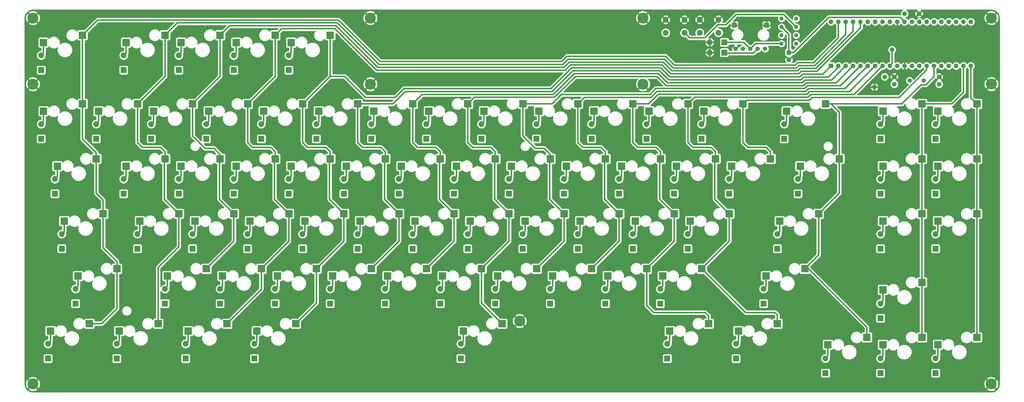
<source format=gbr>
%TF.GenerationSoftware,KiCad,Pcbnew,5.1.8*%
%TF.CreationDate,2021-03-07T21:10:39-03:00*%
%TF.ProjectId,undiscipline-noled,756e6469-7363-4697-906c-696e652d6e6f,rev?*%
%TF.SameCoordinates,Original*%
%TF.FileFunction,Copper,L4,Bot*%
%TF.FilePolarity,Positive*%
%FSLAX46Y46*%
G04 Gerber Fmt 4.6, Leading zero omitted, Abs format (unit mm)*
G04 Created by KiCad (PCBNEW 5.1.8) date 2021-03-07 21:10:39*
%MOMM*%
%LPD*%
G01*
G04 APERTURE LIST*
%TA.AperFunction,SMDPad,CuDef*%
%ADD10R,2.550000X2.500000*%
%TD*%
%TA.AperFunction,ConnectorPad*%
%ADD11C,3.800000*%
%TD*%
%TA.AperFunction,ComponentPad*%
%ADD12C,2.600000*%
%TD*%
%TA.AperFunction,ComponentPad*%
%ADD13O,1.400000X1.400000*%
%TD*%
%TA.AperFunction,ComponentPad*%
%ADD14C,1.400000*%
%TD*%
%TA.AperFunction,ComponentPad*%
%ADD15O,1.600000X1.600000*%
%TD*%
%TA.AperFunction,ComponentPad*%
%ADD16R,1.600000X1.600000*%
%TD*%
%TA.AperFunction,ComponentPad*%
%ADD17R,1.700000X1.700000*%
%TD*%
%TA.AperFunction,ComponentPad*%
%ADD18C,1.524000*%
%TD*%
%TA.AperFunction,ComponentPad*%
%ADD19C,1.500000*%
%TD*%
%TA.AperFunction,ComponentPad*%
%ADD20O,2.000000X2.000000*%
%TD*%
%TA.AperFunction,ComponentPad*%
%ADD21R,2.000000X2.000000*%
%TD*%
%TA.AperFunction,ComponentPad*%
%ADD22C,2.000000*%
%TD*%
%TA.AperFunction,ComponentPad*%
%ADD23C,1.600000*%
%TD*%
%TA.AperFunction,ViaPad*%
%ADD24C,1.600000*%
%TD*%
%TA.AperFunction,Conductor*%
%ADD25C,0.500000*%
%TD*%
%TA.AperFunction,Conductor*%
%ADD26C,0.254000*%
%TD*%
%TA.AperFunction,Conductor*%
%ADD27C,0.100000*%
%TD*%
G04 APERTURE END LIST*
D10*
%TO.P,SW75,1*%
%TO.N,Net-(D75-Pad2)*%
X353390000Y-176210000D03*
%TO.P,SW75,2*%
%TO.N,col15*%
X366840000Y-173670000D03*
%TD*%
%TO.P,SW74,1*%
%TO.N,Net-(D74-Pad2)*%
X334390000Y-176210000D03*
%TO.P,SW74,2*%
%TO.N,col14*%
X347840000Y-173670000D03*
%TD*%
%TO.P,SW73,1*%
%TO.N,Net-(D73-Pad2)*%
X315390000Y-176210000D03*
%TO.P,SW73,2*%
%TO.N,col13*%
X328840000Y-173670000D03*
%TD*%
%TO.P,SW72,1*%
%TO.N,Net-(D72-Pad2)*%
X284515000Y-171460000D03*
%TO.P,SW72,2*%
%TO.N,col11*%
X297965000Y-168920000D03*
%TD*%
%TO.P,SW71,1*%
%TO.N,Net-(D71-Pad2)*%
X260765000Y-171460000D03*
%TO.P,SW71,2*%
%TO.N,col10*%
X274215000Y-168920000D03*
%TD*%
%TO.P,SW70,1*%
%TO.N,Net-(D70-Pad2)*%
X189515000Y-171460000D03*
%TO.P,SW70,2*%
%TO.N,col7*%
X202965000Y-168920000D03*
%TD*%
%TO.P,SW69,1*%
%TO.N,Net-(D69-Pad2)*%
X118265000Y-171460000D03*
%TO.P,SW69,2*%
%TO.N,col4*%
X131715000Y-168920000D03*
%TD*%
%TO.P,SW68,1*%
%TO.N,Net-(D68-Pad2)*%
X94515000Y-171460000D03*
%TO.P,SW68,2*%
%TO.N,col3*%
X107965000Y-168920000D03*
%TD*%
%TO.P,SW67,1*%
%TO.N,Net-(D67-Pad2)*%
X70765000Y-171460000D03*
%TO.P,SW67,2*%
%TO.N,col1*%
X84215000Y-168920000D03*
%TD*%
%TO.P,SW66,1*%
%TO.N,Net-(D66-Pad2)*%
X47015000Y-171460000D03*
%TO.P,SW66,2*%
%TO.N,col0*%
X60465000Y-168920000D03*
%TD*%
%TO.P,SW65,1*%
%TO.N,Net-(D65-Pad2)*%
X334390000Y-157210000D03*
%TO.P,SW65,2*%
%TO.N,col14*%
X347840000Y-154670000D03*
%TD*%
%TO.P,SW64,1*%
%TO.N,Net-(D64-Pad2)*%
X294015000Y-152460000D03*
%TO.P,SW64,2*%
%TO.N,col13*%
X307465000Y-149920000D03*
%TD*%
%TO.P,SW63,1*%
%TO.N,Net-(D63-Pad2)*%
X258390000Y-152460000D03*
%TO.P,SW63,2*%
%TO.N,col11*%
X271840000Y-149920000D03*
%TD*%
%TO.P,SW62,1*%
%TO.N,Net-(D62-Pad2)*%
X239390000Y-152460000D03*
%TO.P,SW62,2*%
%TO.N,col10*%
X252840000Y-149920000D03*
%TD*%
%TO.P,SW61,1*%
%TO.N,Net-(D61-Pad2)*%
X220390000Y-152460000D03*
%TO.P,SW61,2*%
%TO.N,col9*%
X233840000Y-149920000D03*
%TD*%
%TO.P,SW60,1*%
%TO.N,Net-(D60-Pad2)*%
X201390000Y-152460000D03*
%TO.P,SW60,2*%
%TO.N,col8*%
X214840000Y-149920000D03*
%TD*%
%TO.P,SW59,1*%
%TO.N,Net-(D59-Pad2)*%
X182390000Y-152460000D03*
%TO.P,SW59,2*%
%TO.N,col7*%
X195840000Y-149920000D03*
%TD*%
%TO.P,SW58,1*%
%TO.N,Net-(D58-Pad2)*%
X163390000Y-152460000D03*
%TO.P,SW58,2*%
%TO.N,col6*%
X176840000Y-149920000D03*
%TD*%
%TO.P,SW57,1*%
%TO.N,Net-(D57-Pad2)*%
X144390000Y-152460000D03*
%TO.P,SW57,2*%
%TO.N,col5*%
X157840000Y-149920000D03*
%TD*%
%TO.P,SW56,1*%
%TO.N,Net-(D56-Pad2)*%
X125390000Y-152460000D03*
%TO.P,SW56,2*%
%TO.N,col4*%
X138840000Y-149920000D03*
%TD*%
%TO.P,SW55,1*%
%TO.N,Net-(D55-Pad2)*%
X106390000Y-152460000D03*
%TO.P,SW55,2*%
%TO.N,col3*%
X119840000Y-149920000D03*
%TD*%
%TO.P,SW54,1*%
%TO.N,Net-(D54-Pad2)*%
X87390000Y-152460000D03*
%TO.P,SW54,2*%
%TO.N,col2*%
X100840000Y-149920000D03*
%TD*%
%TO.P,SW53,1*%
%TO.N,Net-(D53-Pad2)*%
X56515000Y-152460000D03*
%TO.P,SW53,2*%
%TO.N,col0*%
X69965000Y-149920000D03*
%TD*%
%TO.P,SW52,1*%
%TO.N,Net-(D52-Pad2)*%
X353390000Y-133460000D03*
%TO.P,SW52,2*%
%TO.N,col15*%
X366840000Y-130920000D03*
%TD*%
%TO.P,SW51,1*%
%TO.N,Net-(D51-Pad2)*%
X334390000Y-133460000D03*
%TO.P,SW51,2*%
%TO.N,col14*%
X347840000Y-130920000D03*
%TD*%
%TO.P,SW50,1*%
%TO.N,Net-(D50-Pad2)*%
X298765000Y-133460000D03*
%TO.P,SW50,2*%
%TO.N,col13*%
X312215000Y-130920000D03*
%TD*%
%TO.P,SW49,1*%
%TO.N,Net-(D49-Pad2)*%
X267890000Y-133460000D03*
%TO.P,SW49,2*%
%TO.N,col11*%
X281340000Y-130920000D03*
%TD*%
%TO.P,SW48,1*%
%TO.N,Net-(D48-Pad2)*%
X248890000Y-133460000D03*
%TO.P,SW48,2*%
%TO.N,col10*%
X262340000Y-130920000D03*
%TD*%
%TO.P,SW47,1*%
%TO.N,Net-(D47-Pad2)*%
X229890000Y-133460000D03*
%TO.P,SW47,2*%
%TO.N,col9*%
X243340000Y-130920000D03*
%TD*%
%TO.P,SW46,1*%
%TO.N,Net-(D46-Pad2)*%
X210890000Y-133460000D03*
%TO.P,SW46,2*%
%TO.N,col8*%
X224340000Y-130920000D03*
%TD*%
%TO.P,SW45,1*%
%TO.N,Net-(D45-Pad2)*%
X191890000Y-133460000D03*
%TO.P,SW45,2*%
%TO.N,col7*%
X205340000Y-130920000D03*
%TD*%
%TO.P,SW44,1*%
%TO.N,Net-(D44-Pad2)*%
X172890000Y-133460000D03*
%TO.P,SW44,2*%
%TO.N,col6*%
X186340000Y-130920000D03*
%TD*%
%TO.P,SW43,1*%
%TO.N,Net-(D43-Pad2)*%
X153890000Y-133460000D03*
%TO.P,SW43,2*%
%TO.N,col5*%
X167340000Y-130920000D03*
%TD*%
%TO.P,SW42,1*%
%TO.N,Net-(D42-Pad2)*%
X134890000Y-133460000D03*
%TO.P,SW42,2*%
%TO.N,col4*%
X148340000Y-130920000D03*
%TD*%
%TO.P,SW41,1*%
%TO.N,Net-(D41-Pad2)*%
X115890000Y-133460000D03*
%TO.P,SW41,2*%
%TO.N,col3*%
X129340000Y-130920000D03*
%TD*%
%TO.P,SW40,1*%
%TO.N,Net-(D40-Pad2)*%
X96890000Y-133460000D03*
%TO.P,SW40,2*%
%TO.N,col2*%
X110340000Y-130920000D03*
%TD*%
%TO.P,SW39,1*%
%TO.N,Net-(D39-Pad2)*%
X77890000Y-133460000D03*
%TO.P,SW39,2*%
%TO.N,col1*%
X91340000Y-130920000D03*
%TD*%
%TO.P,SW38,1*%
%TO.N,Net-(D38-Pad2)*%
X51765000Y-133460000D03*
%TO.P,SW38,2*%
%TO.N,col0*%
X65215000Y-130920000D03*
%TD*%
%TO.P,SW37,1*%
%TO.N,Net-(D37-Pad2)*%
X353390000Y-114460000D03*
%TO.P,SW37,2*%
%TO.N,col15*%
X366840000Y-111920000D03*
%TD*%
%TO.P,SW36,1*%
%TO.N,Net-(D36-Pad2)*%
X334390000Y-114460000D03*
%TO.P,SW36,2*%
%TO.N,col14*%
X347840000Y-111920000D03*
%TD*%
%TO.P,SW35,1*%
%TO.N,Net-(D35-Pad2)*%
X305890000Y-114460000D03*
%TO.P,SW35,2*%
%TO.N,col13*%
X319340000Y-111920000D03*
%TD*%
%TO.P,SW34,1*%
%TO.N,Net-(D34-Pad2)*%
X282140000Y-114460000D03*
%TO.P,SW34,2*%
%TO.N,col12*%
X295590000Y-111920000D03*
%TD*%
%TO.P,SW33,1*%
%TO.N,Net-(D33-Pad2)*%
X263140000Y-114460000D03*
%TO.P,SW33,2*%
%TO.N,col11*%
X276590000Y-111920000D03*
%TD*%
%TO.P,SW32,1*%
%TO.N,Net-(D32-Pad2)*%
X244140000Y-114460000D03*
%TO.P,SW32,2*%
%TO.N,col10*%
X257590000Y-111920000D03*
%TD*%
%TO.P,SW31,1*%
%TO.N,Net-(D31-Pad2)*%
X225140000Y-114460000D03*
%TO.P,SW31,2*%
%TO.N,col9*%
X238590000Y-111920000D03*
%TD*%
%TO.P,SW30,1*%
%TO.N,Net-(D30-Pad2)*%
X206140000Y-114460000D03*
%TO.P,SW30,2*%
%TO.N,col8*%
X219590000Y-111920000D03*
%TD*%
%TO.P,SW29,1*%
%TO.N,Net-(D29-Pad2)*%
X187140000Y-114460000D03*
%TO.P,SW29,2*%
%TO.N,col7*%
X200590000Y-111920000D03*
%TD*%
%TO.P,SW28,1*%
%TO.N,Net-(D28-Pad2)*%
X168140000Y-114460000D03*
%TO.P,SW28,2*%
%TO.N,col6*%
X181590000Y-111920000D03*
%TD*%
%TO.P,SW27,1*%
%TO.N,Net-(D27-Pad2)*%
X149140000Y-114460000D03*
%TO.P,SW27,2*%
%TO.N,col5*%
X162590000Y-111920000D03*
%TD*%
%TO.P,SW26,1*%
%TO.N,Net-(D26-Pad2)*%
X130140000Y-114460000D03*
%TO.P,SW26,2*%
%TO.N,col4*%
X143590000Y-111920000D03*
%TD*%
%TO.P,SW25,1*%
%TO.N,Net-(D25-Pad2)*%
X111140000Y-114460000D03*
%TO.P,SW25,2*%
%TO.N,col3*%
X124590000Y-111920000D03*
%TD*%
%TO.P,SW24,1*%
%TO.N,Net-(D24-Pad2)*%
X92140000Y-114460000D03*
%TO.P,SW24,2*%
%TO.N,col2*%
X105590000Y-111920000D03*
%TD*%
%TO.P,SW23,1*%
%TO.N,Net-(D23-Pad2)*%
X73140000Y-114460000D03*
%TO.P,SW23,2*%
%TO.N,col1*%
X86590000Y-111920000D03*
%TD*%
%TO.P,SW22,1*%
%TO.N,Net-(D22-Pad2)*%
X49390000Y-114460000D03*
%TO.P,SW22,2*%
%TO.N,col0*%
X62840000Y-111920000D03*
%TD*%
%TO.P,SW21,1*%
%TO.N,Net-(D21-Pad2)*%
X353390000Y-95460000D03*
%TO.P,SW21,2*%
%TO.N,col15*%
X366840000Y-92920000D03*
%TD*%
%TO.P,SW20,1*%
%TO.N,Net-(D20-Pad2)*%
X334390000Y-95460000D03*
%TO.P,SW20,2*%
%TO.N,col14*%
X347840000Y-92920000D03*
%TD*%
%TO.P,SW19,1*%
%TO.N,Net-(D19-Pad2)*%
X301140000Y-95460000D03*
%TO.P,SW19,2*%
%TO.N,col13*%
X314590000Y-92920000D03*
%TD*%
%TO.P,SW18,1*%
%TO.N,Net-(D18-Pad2)*%
X272640000Y-95460000D03*
%TO.P,SW18,2*%
%TO.N,col12*%
X286090000Y-92920000D03*
%TD*%
%TO.P,SW17,1*%
%TO.N,Net-(D17-Pad2)*%
X253640000Y-95460000D03*
%TO.P,SW17,2*%
%TO.N,col11*%
X267090000Y-92920000D03*
%TD*%
%TO.P,SW16,1*%
%TO.N,Net-(D16-Pad2)*%
X234640000Y-95460000D03*
%TO.P,SW16,2*%
%TO.N,col10*%
X248090000Y-92920000D03*
%TD*%
%TO.P,SW15,1*%
%TO.N,Net-(D15-Pad2)*%
X215640000Y-95460000D03*
%TO.P,SW15,2*%
%TO.N,col9*%
X229090000Y-92920000D03*
%TD*%
%TO.P,SW14,1*%
%TO.N,Net-(D14-Pad2)*%
X196640000Y-95460000D03*
%TO.P,SW14,2*%
%TO.N,col8*%
X210090000Y-92920000D03*
%TD*%
%TO.P,SW13,1*%
%TO.N,Net-(D13-Pad2)*%
X177640000Y-95460000D03*
%TO.P,SW13,2*%
%TO.N,col7*%
X191090000Y-92920000D03*
%TD*%
%TO.P,SW12,1*%
%TO.N,Net-(D12-Pad2)*%
X158640000Y-95460000D03*
%TO.P,SW12,2*%
%TO.N,col6*%
X172090000Y-92920000D03*
%TD*%
%TO.P,SW11,1*%
%TO.N,Net-(D11-Pad2)*%
X139640000Y-95460000D03*
%TO.P,SW11,2*%
%TO.N,col5*%
X153090000Y-92920000D03*
%TD*%
%TO.P,SW10,1*%
%TO.N,Net-(D10-Pad2)*%
X120640000Y-95460000D03*
%TO.P,SW10,2*%
%TO.N,col4*%
X134090000Y-92920000D03*
%TD*%
%TO.P,SW9,1*%
%TO.N,Net-(D9-Pad2)*%
X101640000Y-95460000D03*
%TO.P,SW9,2*%
%TO.N,col3*%
X115090000Y-92920000D03*
%TD*%
%TO.P,SW8,1*%
%TO.N,Net-(D8-Pad2)*%
X82640000Y-95460000D03*
%TO.P,SW8,2*%
%TO.N,col2*%
X96090000Y-92920000D03*
%TD*%
%TO.P,SW7,1*%
%TO.N,Net-(D7-Pad2)*%
X63640000Y-95460000D03*
%TO.P,SW7,2*%
%TO.N,col1*%
X77090000Y-92920000D03*
%TD*%
%TO.P,SW6,1*%
%TO.N,Net-(D6-Pad2)*%
X44640000Y-95460000D03*
%TO.P,SW6,2*%
%TO.N,col0*%
X58090000Y-92920000D03*
%TD*%
%TO.P,SW5,1*%
%TO.N,Net-(D5-Pad2)*%
X130140000Y-71710000D03*
%TO.P,SW5,2*%
%TO.N,col4*%
X143590000Y-69170000D03*
%TD*%
%TO.P,SW4,1*%
%TO.N,Net-(D4-Pad2)*%
X111140000Y-71710000D03*
%TO.P,SW4,2*%
%TO.N,col3*%
X124590000Y-69170000D03*
%TD*%
%TO.P,SW3,1*%
%TO.N,Net-(D3-Pad2)*%
X92140000Y-71710000D03*
%TO.P,SW3,2*%
%TO.N,col2*%
X105590000Y-69170000D03*
%TD*%
%TO.P,SW2,1*%
%TO.N,Net-(D2-Pad2)*%
X73140000Y-71710000D03*
%TO.P,SW2,2*%
%TO.N,col1*%
X86590000Y-69170000D03*
%TD*%
%TO.P,SW1,1*%
%TO.N,Net-(D1-Pad2)*%
X44640000Y-71710000D03*
%TO.P,SW1,2*%
%TO.N,col0*%
X58090000Y-69170000D03*
%TD*%
D11*
%TO.P,H11,1*%
%TO.N,GND*%
X251546666Y-63230000D03*
D12*
X251546666Y-63230000D03*
%TD*%
D11*
%TO.P,H10,1*%
%TO.N,GND*%
X251546666Y-86125000D03*
D12*
X251546666Y-86125000D03*
%TD*%
D13*
%TO.P,R4,2*%
%TO.N,+5V*%
X304480000Y-63453000D03*
D14*
%TO.P,R4,1*%
%TO.N,Net-(D77-Pad1)*%
X299400000Y-63453000D03*
%TD*%
D11*
%TO.P,H9,1*%
%TO.N,GND*%
X209000000Y-168000000D03*
D12*
X209000000Y-168000000D03*
%TD*%
D11*
%TO.P,H8,1*%
%TO.N,GND*%
X371770000Y-189770000D03*
D12*
X371770000Y-189770000D03*
%TD*%
D11*
%TO.P,H7,1*%
%TO.N,GND*%
X157453333Y-86125000D03*
D12*
X157453333Y-86125000D03*
%TD*%
D11*
%TO.P,H6,1*%
%TO.N,GND*%
X371830000Y-86065000D03*
D12*
X371830000Y-86065000D03*
%TD*%
D11*
%TO.P,H5,1*%
%TO.N,GND*%
X371830000Y-63230000D03*
D12*
X371830000Y-63230000D03*
%TD*%
D11*
%TO.P,H4,1*%
%TO.N,GND*%
X40980000Y-86125000D03*
D12*
X40980000Y-86125000D03*
%TD*%
D11*
%TO.P,H3,1*%
%TO.N,GND*%
X157453333Y-63230000D03*
D12*
X157453333Y-63230000D03*
%TD*%
D11*
%TO.P,H2,1*%
%TO.N,GND*%
X40980000Y-63230000D03*
D12*
X40980000Y-63230000D03*
%TD*%
D11*
%TO.P,H1,1*%
%TO.N,GND*%
X40980000Y-189770000D03*
D12*
X40980000Y-189770000D03*
%TD*%
D15*
%TO.P,U1,40*%
%TO.N,row0*%
X316500000Y-64560000D03*
%TO.P,U1,20*%
%TO.N,col15*%
X364760000Y-79800000D03*
%TO.P,U1,39*%
%TO.N,col0*%
X319040000Y-64560000D03*
%TO.P,U1,19*%
%TO.N,col14*%
X362220000Y-79800000D03*
%TO.P,U1,38*%
%TO.N,col1*%
X321580000Y-64560000D03*
%TO.P,U1,18*%
%TO.N,boot*%
X359680000Y-79800000D03*
%TO.P,U1,37*%
%TO.N,col2*%
X324120000Y-64560000D03*
%TO.P,U1,17*%
%TO.N,D-*%
X357140000Y-79800000D03*
%TO.P,U1,36*%
%TO.N,col3*%
X326660000Y-64560000D03*
%TO.P,U1,16*%
%TO.N,D+*%
X354600000Y-79800000D03*
%TO.P,U1,35*%
%TO.N,Net-(U1-Pad35)*%
X329200000Y-64560000D03*
%TO.P,U1,15*%
%TO.N,col13*%
X352060000Y-79800000D03*
%TO.P,U1,34*%
%TO.N,Net-(U1-Pad34)*%
X331740000Y-64560000D03*
%TO.P,U1,14*%
%TO.N,col12*%
X349520000Y-79800000D03*
%TO.P,U1,33*%
%TO.N,Net-(U1-Pad33)*%
X334280000Y-64560000D03*
%TO.P,U1,13*%
%TO.N,Net-(C1-Pad1)*%
X346980000Y-79800000D03*
%TO.P,U1,32*%
%TO.N,Net-(U1-Pad32)*%
X336820000Y-64560000D03*
%TO.P,U1,12*%
%TO.N,Net-(C2-Pad1)*%
X344440000Y-79800000D03*
%TO.P,U1,31*%
%TO.N,GND*%
X339360000Y-64560000D03*
%TO.P,U1,11*%
X341900000Y-79800000D03*
%TO.P,U1,30*%
%TO.N,+5V*%
X341900000Y-64560000D03*
%TO.P,U1,10*%
X339360000Y-79800000D03*
%TO.P,U1,29*%
%TO.N,Net-(U1-Pad29)*%
X344440000Y-64560000D03*
%TO.P,U1,9*%
%TO.N,reset*%
X336820000Y-79800000D03*
%TO.P,U1,28*%
%TO.N,row1*%
X346980000Y-64560000D03*
%TO.P,U1,8*%
%TO.N,col11*%
X334280000Y-79800000D03*
%TO.P,U1,27*%
%TO.N,row2*%
X349520000Y-64560000D03*
%TO.P,U1,7*%
%TO.N,col10*%
X331740000Y-79800000D03*
%TO.P,U1,26*%
%TO.N,row3*%
X352060000Y-64560000D03*
%TO.P,U1,6*%
%TO.N,col9*%
X329200000Y-79800000D03*
%TO.P,U1,25*%
%TO.N,row4*%
X354600000Y-64560000D03*
%TO.P,U1,5*%
%TO.N,col8*%
X326660000Y-79800000D03*
%TO.P,U1,24*%
%TO.N,row5*%
X357140000Y-64560000D03*
%TO.P,U1,4*%
%TO.N,col7*%
X324120000Y-79800000D03*
%TO.P,U1,23*%
%TO.N,Net-(U1-Pad23)*%
X359680000Y-64560000D03*
%TO.P,U1,3*%
%TO.N,col6*%
X321580000Y-79800000D03*
%TO.P,U1,22*%
%TO.N,Net-(U1-Pad22)*%
X362220000Y-64560000D03*
%TO.P,U1,2*%
%TO.N,col5*%
X319040000Y-79800000D03*
%TO.P,U1,21*%
%TO.N,Net-(U1-Pad21)*%
X364760000Y-64560000D03*
D16*
%TO.P,U1,1*%
%TO.N,col4*%
X316500000Y-79800000D03*
%TD*%
D17*
%TO.P,J2,6*%
%TO.N,GND*%
X294200000Y-65730000D03*
X283100000Y-65730000D03*
D18*
%TO.P,J2,1*%
%TO.N,+5V*%
X293730000Y-73860000D03*
%TO.P,J2,2*%
%TO.N,Net-(D77-Pad1)*%
X291190000Y-73860000D03*
%TO.P,J2,3*%
%TO.N,Net-(D76-Pad1)*%
X288650000Y-73860000D03*
%TO.P,J2,4*%
%TO.N,Net-(J2-Pad4)*%
X286110000Y-73860000D03*
%TO.P,J2,5*%
%TO.N,GND*%
X283570000Y-73860000D03*
%TD*%
D19*
%TO.P,Y1,2*%
%TO.N,Net-(C2-Pad1)*%
X343620000Y-84856000D03*
%TO.P,Y1,1*%
%TO.N,Net-(C1-Pad1)*%
X348500000Y-84856000D03*
%TD*%
D20*
%TO.P,D5,2*%
%TO.N,Net-(D5-Pad2)*%
X129300000Y-76170000D03*
D21*
%TO.P,D5,1*%
%TO.N,row0*%
X129300000Y-81250000D03*
%TD*%
D20*
%TO.P,D4,2*%
%TO.N,Net-(D4-Pad2)*%
X110300000Y-76170000D03*
D21*
%TO.P,D4,1*%
%TO.N,row0*%
X110300000Y-81250000D03*
%TD*%
D20*
%TO.P,D3,2*%
%TO.N,Net-(D3-Pad2)*%
X91300000Y-76170000D03*
D21*
%TO.P,D3,1*%
%TO.N,row0*%
X91300000Y-81250000D03*
%TD*%
D20*
%TO.P,D2,2*%
%TO.N,Net-(D2-Pad2)*%
X72300000Y-76170000D03*
D21*
%TO.P,D2,1*%
%TO.N,row0*%
X72300000Y-81250000D03*
%TD*%
D20*
%TO.P,D1,2*%
%TO.N,Net-(D1-Pad2)*%
X43800000Y-76170000D03*
D21*
%TO.P,D1,1*%
%TO.N,row0*%
X43800000Y-81250000D03*
%TD*%
D20*
%TO.P,D75,2*%
%TO.N,Net-(D75-Pad2)*%
X352550000Y-180970000D03*
D21*
%TO.P,D75,1*%
%TO.N,row5*%
X352550000Y-186050000D03*
%TD*%
D20*
%TO.P,D74,2*%
%TO.N,Net-(D74-Pad2)*%
X333550000Y-180970000D03*
D21*
%TO.P,D74,1*%
%TO.N,row5*%
X333550000Y-186050000D03*
%TD*%
D20*
%TO.P,D73,2*%
%TO.N,Net-(D73-Pad2)*%
X314550000Y-180970000D03*
D21*
%TO.P,D73,1*%
%TO.N,row5*%
X314550000Y-186050000D03*
%TD*%
D20*
%TO.P,D72,2*%
%TO.N,Net-(D72-Pad2)*%
X283675000Y-175920000D03*
D21*
%TO.P,D72,1*%
%TO.N,row5*%
X283675000Y-181000000D03*
%TD*%
D20*
%TO.P,D71,2*%
%TO.N,Net-(D71-Pad2)*%
X259925000Y-175920000D03*
D21*
%TO.P,D71,1*%
%TO.N,row5*%
X259925000Y-181000000D03*
%TD*%
D20*
%TO.P,D70,2*%
%TO.N,Net-(D70-Pad2)*%
X188675000Y-175920000D03*
D21*
%TO.P,D70,1*%
%TO.N,row5*%
X188675000Y-181000000D03*
%TD*%
D20*
%TO.P,D69,2*%
%TO.N,Net-(D69-Pad2)*%
X117425000Y-175920000D03*
D21*
%TO.P,D69,1*%
%TO.N,row5*%
X117425000Y-181000000D03*
%TD*%
D20*
%TO.P,D68,2*%
%TO.N,Net-(D68-Pad2)*%
X93675000Y-175920000D03*
D21*
%TO.P,D68,1*%
%TO.N,row5*%
X93675000Y-181000000D03*
%TD*%
D20*
%TO.P,D67,2*%
%TO.N,Net-(D67-Pad2)*%
X69925000Y-175920000D03*
D21*
%TO.P,D67,1*%
%TO.N,row5*%
X69925000Y-181000000D03*
%TD*%
D20*
%TO.P,D66,2*%
%TO.N,Net-(D66-Pad2)*%
X46175000Y-175920000D03*
D21*
%TO.P,D66,1*%
%TO.N,row5*%
X46175000Y-181000000D03*
%TD*%
D20*
%TO.P,D65,2*%
%TO.N,Net-(D65-Pad2)*%
X333550000Y-161970000D03*
D21*
%TO.P,D65,1*%
%TO.N,row4*%
X333550000Y-167050000D03*
%TD*%
D20*
%TO.P,D64,2*%
%TO.N,Net-(D64-Pad2)*%
X293175000Y-156920000D03*
D21*
%TO.P,D64,1*%
%TO.N,row4*%
X293175000Y-162000000D03*
%TD*%
D20*
%TO.P,D63,2*%
%TO.N,Net-(D63-Pad2)*%
X257550000Y-156920000D03*
D21*
%TO.P,D63,1*%
%TO.N,row4*%
X257550000Y-162000000D03*
%TD*%
D20*
%TO.P,D62,2*%
%TO.N,Net-(D62-Pad2)*%
X238550000Y-156920000D03*
D21*
%TO.P,D62,1*%
%TO.N,row4*%
X238550000Y-162000000D03*
%TD*%
D20*
%TO.P,D61,2*%
%TO.N,Net-(D61-Pad2)*%
X219550000Y-156920000D03*
D21*
%TO.P,D61,1*%
%TO.N,row4*%
X219550000Y-162000000D03*
%TD*%
D20*
%TO.P,D60,2*%
%TO.N,Net-(D60-Pad2)*%
X200550000Y-156920000D03*
D21*
%TO.P,D60,1*%
%TO.N,row4*%
X200550000Y-162000000D03*
%TD*%
D20*
%TO.P,D59,2*%
%TO.N,Net-(D59-Pad2)*%
X181550000Y-156920000D03*
D21*
%TO.P,D59,1*%
%TO.N,row4*%
X181550000Y-162000000D03*
%TD*%
D20*
%TO.P,D58,2*%
%TO.N,Net-(D58-Pad2)*%
X162550000Y-156920000D03*
D21*
%TO.P,D58,1*%
%TO.N,row4*%
X162550000Y-162000000D03*
%TD*%
D20*
%TO.P,D57,2*%
%TO.N,Net-(D57-Pad2)*%
X143550000Y-156920000D03*
D21*
%TO.P,D57,1*%
%TO.N,row4*%
X143550000Y-162000000D03*
%TD*%
D20*
%TO.P,D56,2*%
%TO.N,Net-(D56-Pad2)*%
X124550000Y-156920000D03*
D21*
%TO.P,D56,1*%
%TO.N,row4*%
X124550000Y-162000000D03*
%TD*%
D20*
%TO.P,D55,2*%
%TO.N,Net-(D55-Pad2)*%
X105550000Y-156920000D03*
D21*
%TO.P,D55,1*%
%TO.N,row4*%
X105550000Y-162000000D03*
%TD*%
D20*
%TO.P,D54,2*%
%TO.N,Net-(D54-Pad2)*%
X86550000Y-156920000D03*
D21*
%TO.P,D54,1*%
%TO.N,row4*%
X86550000Y-162000000D03*
%TD*%
D20*
%TO.P,D53,2*%
%TO.N,Net-(D53-Pad2)*%
X55675000Y-156920000D03*
D21*
%TO.P,D53,1*%
%TO.N,row4*%
X55675000Y-162000000D03*
%TD*%
D20*
%TO.P,D52,2*%
%TO.N,Net-(D52-Pad2)*%
X352550000Y-137920000D03*
D21*
%TO.P,D52,1*%
%TO.N,row3*%
X352550000Y-143000000D03*
%TD*%
D20*
%TO.P,D51,2*%
%TO.N,Net-(D51-Pad2)*%
X333550000Y-137920000D03*
D21*
%TO.P,D51,1*%
%TO.N,row3*%
X333550000Y-143000000D03*
%TD*%
D20*
%TO.P,D50,2*%
%TO.N,Net-(D50-Pad2)*%
X297925000Y-137920000D03*
D21*
%TO.P,D50,1*%
%TO.N,row3*%
X297925000Y-143000000D03*
%TD*%
D20*
%TO.P,D49,2*%
%TO.N,Net-(D49-Pad2)*%
X267050000Y-137920000D03*
D21*
%TO.P,D49,1*%
%TO.N,row3*%
X267050000Y-143000000D03*
%TD*%
D20*
%TO.P,D48,2*%
%TO.N,Net-(D48-Pad2)*%
X248050000Y-137920000D03*
D21*
%TO.P,D48,1*%
%TO.N,row3*%
X248050000Y-143000000D03*
%TD*%
D20*
%TO.P,D47,2*%
%TO.N,Net-(D47-Pad2)*%
X229050000Y-137920000D03*
D21*
%TO.P,D47,1*%
%TO.N,row3*%
X229050000Y-143000000D03*
%TD*%
D20*
%TO.P,D46,2*%
%TO.N,Net-(D46-Pad2)*%
X210050000Y-137920000D03*
D21*
%TO.P,D46,1*%
%TO.N,row3*%
X210050000Y-143000000D03*
%TD*%
D20*
%TO.P,D45,2*%
%TO.N,Net-(D45-Pad2)*%
X191050000Y-137920000D03*
D21*
%TO.P,D45,1*%
%TO.N,row3*%
X191050000Y-143000000D03*
%TD*%
D20*
%TO.P,D44,2*%
%TO.N,Net-(D44-Pad2)*%
X172050000Y-137920000D03*
D21*
%TO.P,D44,1*%
%TO.N,row3*%
X172050000Y-143000000D03*
%TD*%
D20*
%TO.P,D43,2*%
%TO.N,Net-(D43-Pad2)*%
X153050000Y-137920000D03*
D21*
%TO.P,D43,1*%
%TO.N,row3*%
X153050000Y-143000000D03*
%TD*%
D20*
%TO.P,D42,2*%
%TO.N,Net-(D42-Pad2)*%
X134050000Y-137920000D03*
D21*
%TO.P,D42,1*%
%TO.N,row3*%
X134050000Y-143000000D03*
%TD*%
D20*
%TO.P,D41,2*%
%TO.N,Net-(D41-Pad2)*%
X115050000Y-137920000D03*
D21*
%TO.P,D41,1*%
%TO.N,row3*%
X115050000Y-143000000D03*
%TD*%
D20*
%TO.P,D40,2*%
%TO.N,Net-(D40-Pad2)*%
X96050000Y-137920000D03*
D21*
%TO.P,D40,1*%
%TO.N,row3*%
X96050000Y-143000000D03*
%TD*%
D20*
%TO.P,D39,2*%
%TO.N,Net-(D39-Pad2)*%
X77050000Y-137920000D03*
D21*
%TO.P,D39,1*%
%TO.N,row3*%
X77050000Y-143000000D03*
%TD*%
D20*
%TO.P,D38,2*%
%TO.N,Net-(D38-Pad2)*%
X50925000Y-137920000D03*
D21*
%TO.P,D38,1*%
%TO.N,row3*%
X50925000Y-143000000D03*
%TD*%
D20*
%TO.P,D37,2*%
%TO.N,Net-(D37-Pad2)*%
X352550000Y-118920000D03*
D21*
%TO.P,D37,1*%
%TO.N,row2*%
X352550000Y-124000000D03*
%TD*%
D20*
%TO.P,D36,2*%
%TO.N,Net-(D36-Pad2)*%
X333550000Y-118920000D03*
D21*
%TO.P,D36,1*%
%TO.N,row2*%
X333550000Y-124000000D03*
%TD*%
D20*
%TO.P,D35,2*%
%TO.N,Net-(D35-Pad2)*%
X305050000Y-118920000D03*
D21*
%TO.P,D35,1*%
%TO.N,row2*%
X305050000Y-124000000D03*
%TD*%
D20*
%TO.P,D34,2*%
%TO.N,Net-(D34-Pad2)*%
X281300000Y-118920000D03*
D21*
%TO.P,D34,1*%
%TO.N,row2*%
X281300000Y-124000000D03*
%TD*%
D20*
%TO.P,D33,2*%
%TO.N,Net-(D33-Pad2)*%
X262300000Y-118920000D03*
D21*
%TO.P,D33,1*%
%TO.N,row2*%
X262300000Y-124000000D03*
%TD*%
D20*
%TO.P,D32,2*%
%TO.N,Net-(D32-Pad2)*%
X243300000Y-118920000D03*
D21*
%TO.P,D32,1*%
%TO.N,row2*%
X243300000Y-124000000D03*
%TD*%
D20*
%TO.P,D31,2*%
%TO.N,Net-(D31-Pad2)*%
X224300000Y-118920000D03*
D21*
%TO.P,D31,1*%
%TO.N,row2*%
X224300000Y-124000000D03*
%TD*%
D20*
%TO.P,D30,2*%
%TO.N,Net-(D30-Pad2)*%
X205300000Y-118920000D03*
D21*
%TO.P,D30,1*%
%TO.N,row2*%
X205300000Y-124000000D03*
%TD*%
D20*
%TO.P,D29,2*%
%TO.N,Net-(D29-Pad2)*%
X186300000Y-118920000D03*
D21*
%TO.P,D29,1*%
%TO.N,row2*%
X186300000Y-124000000D03*
%TD*%
D20*
%TO.P,D28,2*%
%TO.N,Net-(D28-Pad2)*%
X167300000Y-118920000D03*
D21*
%TO.P,D28,1*%
%TO.N,row2*%
X167300000Y-124000000D03*
%TD*%
D20*
%TO.P,D27,2*%
%TO.N,Net-(D27-Pad2)*%
X148300000Y-118920000D03*
D21*
%TO.P,D27,1*%
%TO.N,row2*%
X148300000Y-124000000D03*
%TD*%
D20*
%TO.P,D26,2*%
%TO.N,Net-(D26-Pad2)*%
X129300000Y-118920000D03*
D21*
%TO.P,D26,1*%
%TO.N,row2*%
X129300000Y-124000000D03*
%TD*%
D20*
%TO.P,D25,2*%
%TO.N,Net-(D25-Pad2)*%
X110300000Y-118920000D03*
D21*
%TO.P,D25,1*%
%TO.N,row2*%
X110300000Y-124000000D03*
%TD*%
D20*
%TO.P,D24,2*%
%TO.N,Net-(D24-Pad2)*%
X91300000Y-118920000D03*
D21*
%TO.P,D24,1*%
%TO.N,row2*%
X91300000Y-124000000D03*
%TD*%
D20*
%TO.P,D23,2*%
%TO.N,Net-(D23-Pad2)*%
X72300000Y-118920000D03*
D21*
%TO.P,D23,1*%
%TO.N,row2*%
X72300000Y-124000000D03*
%TD*%
D20*
%TO.P,D22,2*%
%TO.N,Net-(D22-Pad2)*%
X48550000Y-118920000D03*
D21*
%TO.P,D22,1*%
%TO.N,row2*%
X48550000Y-124000000D03*
%TD*%
D20*
%TO.P,D21,2*%
%TO.N,Net-(D21-Pad2)*%
X352550000Y-99920000D03*
D21*
%TO.P,D21,1*%
%TO.N,row1*%
X352550000Y-105000000D03*
%TD*%
D20*
%TO.P,D20,2*%
%TO.N,Net-(D20-Pad2)*%
X333550000Y-99920000D03*
D21*
%TO.P,D20,1*%
%TO.N,row1*%
X333550000Y-105000000D03*
%TD*%
D20*
%TO.P,D19,2*%
%TO.N,Net-(D19-Pad2)*%
X300300000Y-99920000D03*
D21*
%TO.P,D19,1*%
%TO.N,row1*%
X300300000Y-105000000D03*
%TD*%
D20*
%TO.P,D18,2*%
%TO.N,Net-(D18-Pad2)*%
X271800000Y-99920000D03*
D21*
%TO.P,D18,1*%
%TO.N,row1*%
X271800000Y-105000000D03*
%TD*%
D20*
%TO.P,D17,2*%
%TO.N,Net-(D17-Pad2)*%
X252800000Y-99920000D03*
D21*
%TO.P,D17,1*%
%TO.N,row1*%
X252800000Y-105000000D03*
%TD*%
D20*
%TO.P,D16,2*%
%TO.N,Net-(D16-Pad2)*%
X233800000Y-99920000D03*
D21*
%TO.P,D16,1*%
%TO.N,row1*%
X233800000Y-105000000D03*
%TD*%
D20*
%TO.P,D15,2*%
%TO.N,Net-(D15-Pad2)*%
X214800000Y-99920000D03*
D21*
%TO.P,D15,1*%
%TO.N,row1*%
X214800000Y-105000000D03*
%TD*%
D20*
%TO.P,D14,2*%
%TO.N,Net-(D14-Pad2)*%
X195800000Y-99920000D03*
D21*
%TO.P,D14,1*%
%TO.N,row1*%
X195800000Y-105000000D03*
%TD*%
D20*
%TO.P,D13,2*%
%TO.N,Net-(D13-Pad2)*%
X176800000Y-99920000D03*
D21*
%TO.P,D13,1*%
%TO.N,row1*%
X176800000Y-105000000D03*
%TD*%
D20*
%TO.P,D12,2*%
%TO.N,Net-(D12-Pad2)*%
X157800000Y-99920000D03*
D21*
%TO.P,D12,1*%
%TO.N,row1*%
X157800000Y-105000000D03*
%TD*%
D20*
%TO.P,D11,2*%
%TO.N,Net-(D11-Pad2)*%
X138800000Y-99920000D03*
D21*
%TO.P,D11,1*%
%TO.N,row1*%
X138800000Y-105000000D03*
%TD*%
D20*
%TO.P,D10,2*%
%TO.N,Net-(D10-Pad2)*%
X119800000Y-99920000D03*
D21*
%TO.P,D10,1*%
%TO.N,row1*%
X119800000Y-105000000D03*
%TD*%
D20*
%TO.P,D9,2*%
%TO.N,Net-(D9-Pad2)*%
X100800000Y-99920000D03*
D21*
%TO.P,D9,1*%
%TO.N,row1*%
X100800000Y-105000000D03*
%TD*%
D20*
%TO.P,D8,2*%
%TO.N,Net-(D8-Pad2)*%
X81800000Y-99920000D03*
D21*
%TO.P,D8,1*%
%TO.N,row1*%
X81800000Y-105000000D03*
%TD*%
D20*
%TO.P,D7,2*%
%TO.N,Net-(D7-Pad2)*%
X62800000Y-99920000D03*
D21*
%TO.P,D7,1*%
%TO.N,row1*%
X62800000Y-105000000D03*
%TD*%
D20*
%TO.P,D6,2*%
%TO.N,Net-(D6-Pad2)*%
X43800000Y-99920000D03*
D21*
%TO.P,D6,1*%
%TO.N,row1*%
X43800000Y-105000000D03*
%TD*%
D14*
%TO.P,R3,1*%
%TO.N,+5V*%
X299400000Y-66328000D03*
D13*
%TO.P,R3,2*%
%TO.N,reset*%
X304480000Y-66328000D03*
%TD*%
D20*
%TO.P,D77,2*%
%TO.N,GND*%
X274574000Y-75184000D03*
D21*
%TO.P,D77,1*%
%TO.N,Net-(D77-Pad1)*%
X279654000Y-75184000D03*
%TD*%
D20*
%TO.P,D76,2*%
%TO.N,GND*%
X274574000Y-71628000D03*
D21*
%TO.P,D76,1*%
%TO.N,Net-(D76-Pad1)*%
X279654000Y-71628000D03*
%TD*%
D22*
%TO.P,SW_RESET1,1*%
%TO.N,GND*%
X265888000Y-63832000D03*
%TO.P,SW_RESET1,2*%
%TO.N,reset*%
X265888000Y-68332000D03*
%TO.P,SW_RESET1,1*%
%TO.N,GND*%
X259388000Y-63832000D03*
%TO.P,SW_RESET1,2*%
%TO.N,reset*%
X259388000Y-68332000D03*
%TD*%
%TO.P,SW_BOOT1,1*%
%TO.N,GND*%
X277638000Y-63832000D03*
%TO.P,SW_BOOT1,2*%
%TO.N,boot*%
X277638000Y-68332000D03*
%TO.P,SW_BOOT1,1*%
%TO.N,GND*%
X271138000Y-63832000D03*
%TO.P,SW_BOOT1,2*%
%TO.N,boot*%
X271138000Y-68332000D03*
%TD*%
D14*
%TO.P,R2,1*%
%TO.N,D-*%
X304480000Y-69203000D03*
D13*
%TO.P,R2,2*%
%TO.N,Net-(D77-Pad1)*%
X299400000Y-69203000D03*
%TD*%
D14*
%TO.P,R1,1*%
%TO.N,D+*%
X304480000Y-72078000D03*
D13*
%TO.P,R1,2*%
%TO.N,Net-(D76-Pad1)*%
X299400000Y-72078000D03*
%TD*%
D23*
%TO.P,C5,2*%
%TO.N,GND*%
X346884000Y-61722000D03*
%TO.P,C5,1*%
%TO.N,+5V*%
X341884000Y-61722000D03*
%TD*%
%TO.P,C4,2*%
%TO.N,GND*%
X331490466Y-87101534D03*
%TO.P,C4,1*%
%TO.N,+5V*%
X335026000Y-83566000D03*
%TD*%
%TO.P,C3,2*%
%TO.N,GND*%
X301940000Y-77684000D03*
D16*
%TO.P,C3,1*%
%TO.N,+5V*%
X301940000Y-75184000D03*
%TD*%
D23*
%TO.P,C2,2*%
%TO.N,GND*%
X338328000Y-83606000D03*
%TO.P,C2,1*%
%TO.N,Net-(C2-Pad1)*%
X338328000Y-86106000D03*
%TD*%
%TO.P,C1,2*%
%TO.N,GND*%
X353822000Y-83606000D03*
%TO.P,C1,1*%
%TO.N,Net-(C1-Pad1)*%
X353822000Y-86106000D03*
%TD*%
D24*
%TO.N,reset*%
X337566000Y-74168000D03*
%TD*%
D25*
%TO.N,+5V*%
X301940000Y-68868000D02*
X301940000Y-75184000D01*
X299400000Y-66328000D02*
X301940000Y-68868000D01*
X340349999Y-63009999D02*
X341900000Y-64560000D01*
X315694003Y-63009999D02*
X340349999Y-63009999D01*
X303520002Y-75184000D02*
X315694003Y-63009999D01*
X301940000Y-75184000D02*
X303520002Y-75184000D01*
%TO.N,Net-(D1-Pad2)*%
X44640000Y-75330000D02*
X43800000Y-76170000D01*
X44640000Y-71710000D02*
X44640000Y-75330000D01*
%TO.N,Net-(D2-Pad2)*%
X73140000Y-75330000D02*
X72300000Y-76170000D01*
X73140000Y-71710000D02*
X73140000Y-75330000D01*
%TO.N,Net-(D3-Pad2)*%
X92140000Y-75330000D02*
X91300000Y-76170000D01*
X92140000Y-71710000D02*
X92140000Y-75330000D01*
%TO.N,Net-(D4-Pad2)*%
X111140000Y-75330000D02*
X110300000Y-76170000D01*
X111140000Y-71710000D02*
X111140000Y-75330000D01*
%TO.N,Net-(D5-Pad2)*%
X130140000Y-75330000D02*
X129300000Y-76170000D01*
X130140000Y-71710000D02*
X130140000Y-75330000D01*
%TO.N,Net-(D6-Pad2)*%
X44640000Y-99080000D02*
X43800000Y-99920000D01*
X44640000Y-95460000D02*
X44640000Y-99080000D01*
%TO.N,Net-(D7-Pad2)*%
X63640000Y-99080000D02*
X62800000Y-99920000D01*
X63640000Y-95460000D02*
X63640000Y-99080000D01*
%TO.N,Net-(D8-Pad2)*%
X82640000Y-99080000D02*
X81800000Y-99920000D01*
X82640000Y-95460000D02*
X82640000Y-99080000D01*
%TO.N,Net-(D9-Pad2)*%
X101640000Y-99080000D02*
X100800000Y-99920000D01*
X101640000Y-95460000D02*
X101640000Y-99080000D01*
%TO.N,Net-(D10-Pad2)*%
X120640000Y-99080000D02*
X119800000Y-99920000D01*
X120640000Y-95460000D02*
X120640000Y-99080000D01*
%TO.N,Net-(D11-Pad2)*%
X139640000Y-99080000D02*
X138800000Y-99920000D01*
X139640000Y-95460000D02*
X139640000Y-99080000D01*
%TO.N,Net-(D12-Pad2)*%
X158640000Y-99080000D02*
X157800000Y-99920000D01*
X158640000Y-95460000D02*
X158640000Y-99080000D01*
%TO.N,Net-(D13-Pad2)*%
X177640000Y-99080000D02*
X176800000Y-99920000D01*
X177640000Y-95460000D02*
X177640000Y-99080000D01*
%TO.N,Net-(D14-Pad2)*%
X196640000Y-99080000D02*
X195800000Y-99920000D01*
X196640000Y-95460000D02*
X196640000Y-99080000D01*
%TO.N,Net-(D15-Pad2)*%
X215640000Y-99080000D02*
X214800000Y-99920000D01*
X215640000Y-95460000D02*
X215640000Y-99080000D01*
%TO.N,Net-(D16-Pad2)*%
X234640000Y-99080000D02*
X233800000Y-99920000D01*
X234640000Y-95460000D02*
X234640000Y-99080000D01*
%TO.N,Net-(D17-Pad2)*%
X253640000Y-99080000D02*
X252800000Y-99920000D01*
X253640000Y-95460000D02*
X253640000Y-99080000D01*
%TO.N,Net-(D18-Pad2)*%
X272640000Y-99080000D02*
X271800000Y-99920000D01*
X272640000Y-95460000D02*
X272640000Y-99080000D01*
%TO.N,Net-(D19-Pad2)*%
X301140000Y-99080000D02*
X300300000Y-99920000D01*
X301140000Y-95460000D02*
X301140000Y-99080000D01*
%TO.N,Net-(D20-Pad2)*%
X334390000Y-99080000D02*
X333550000Y-99920000D01*
X334390000Y-95460000D02*
X334390000Y-99080000D01*
%TO.N,Net-(D21-Pad2)*%
X353390000Y-99080000D02*
X352550000Y-99920000D01*
X353390000Y-95460000D02*
X353390000Y-99080000D01*
%TO.N,Net-(D22-Pad2)*%
X49390000Y-118080000D02*
X48550000Y-118920000D01*
X49390000Y-114460000D02*
X49390000Y-118080000D01*
%TO.N,Net-(D23-Pad2)*%
X73140000Y-118080000D02*
X72300000Y-118920000D01*
X73140000Y-114460000D02*
X73140000Y-118080000D01*
%TO.N,Net-(D24-Pad2)*%
X92140000Y-118080000D02*
X91300000Y-118920000D01*
X92140000Y-114460000D02*
X92140000Y-118080000D01*
%TO.N,Net-(D25-Pad2)*%
X111140000Y-118080000D02*
X110300000Y-118920000D01*
X111140000Y-114460000D02*
X111140000Y-118080000D01*
%TO.N,Net-(D26-Pad2)*%
X130140000Y-118080000D02*
X129300000Y-118920000D01*
X130140000Y-114460000D02*
X130140000Y-118080000D01*
%TO.N,Net-(D27-Pad2)*%
X149140000Y-118080000D02*
X148300000Y-118920000D01*
X149140000Y-114460000D02*
X149140000Y-118080000D01*
%TO.N,Net-(D28-Pad2)*%
X168140000Y-118080000D02*
X167300000Y-118920000D01*
X168140000Y-114460000D02*
X168140000Y-118080000D01*
%TO.N,Net-(D29-Pad2)*%
X187140000Y-118080000D02*
X186300000Y-118920000D01*
X187140000Y-114460000D02*
X187140000Y-118080000D01*
%TO.N,Net-(D30-Pad2)*%
X206140000Y-118080000D02*
X205300000Y-118920000D01*
X206140000Y-114460000D02*
X206140000Y-118080000D01*
%TO.N,Net-(D31-Pad2)*%
X225140000Y-118080000D02*
X224300000Y-118920000D01*
X225140000Y-114460000D02*
X225140000Y-118080000D01*
%TO.N,row2*%
X352598000Y-123952000D02*
X352550000Y-124000000D01*
%TO.N,Net-(D32-Pad2)*%
X244140000Y-118080000D02*
X243300000Y-118920000D01*
X244140000Y-114460000D02*
X244140000Y-118080000D01*
%TO.N,Net-(D33-Pad2)*%
X263140000Y-118080000D02*
X262300000Y-118920000D01*
X263140000Y-114460000D02*
X263140000Y-118080000D01*
%TO.N,Net-(D34-Pad2)*%
X282140000Y-118080000D02*
X281300000Y-118920000D01*
X282140000Y-114460000D02*
X282140000Y-118080000D01*
%TO.N,Net-(D35-Pad2)*%
X305890000Y-118080000D02*
X305050000Y-118920000D01*
X305890000Y-114460000D02*
X305890000Y-118080000D01*
%TO.N,Net-(D36-Pad2)*%
X334390000Y-118080000D02*
X333550000Y-118920000D01*
X334390000Y-114460000D02*
X334390000Y-118080000D01*
%TO.N,Net-(D37-Pad2)*%
X353390000Y-118080000D02*
X352550000Y-118920000D01*
X353390000Y-114460000D02*
X353390000Y-118080000D01*
%TO.N,Net-(D38-Pad2)*%
X51765000Y-137080000D02*
X50925000Y-137920000D01*
X51765000Y-133460000D02*
X51765000Y-137080000D01*
%TO.N,Net-(D39-Pad2)*%
X77890000Y-137080000D02*
X77050000Y-137920000D01*
X77890000Y-133460000D02*
X77890000Y-137080000D01*
%TO.N,Net-(D40-Pad2)*%
X96890000Y-137080000D02*
X96050000Y-137920000D01*
X96890000Y-133460000D02*
X96890000Y-137080000D01*
%TO.N,Net-(D41-Pad2)*%
X115890000Y-137080000D02*
X115050000Y-137920000D01*
X115890000Y-133460000D02*
X115890000Y-137080000D01*
%TO.N,Net-(D42-Pad2)*%
X134890000Y-137080000D02*
X134050000Y-137920000D01*
X134890000Y-133460000D02*
X134890000Y-137080000D01*
%TO.N,Net-(D43-Pad2)*%
X153890000Y-137080000D02*
X153050000Y-137920000D01*
X153890000Y-133460000D02*
X153890000Y-137080000D01*
%TO.N,Net-(D44-Pad2)*%
X172890000Y-137080000D02*
X172050000Y-137920000D01*
X172890000Y-133460000D02*
X172890000Y-137080000D01*
%TO.N,Net-(D45-Pad2)*%
X191890000Y-137080000D02*
X191050000Y-137920000D01*
X191890000Y-133460000D02*
X191890000Y-137080000D01*
%TO.N,Net-(D46-Pad2)*%
X210890000Y-137080000D02*
X210050000Y-137920000D01*
X210890000Y-133460000D02*
X210890000Y-137080000D01*
%TO.N,Net-(D47-Pad2)*%
X229890000Y-137080000D02*
X229050000Y-137920000D01*
X229890000Y-133460000D02*
X229890000Y-137080000D01*
%TO.N,Net-(D48-Pad2)*%
X248890000Y-137080000D02*
X248050000Y-137920000D01*
X248890000Y-133460000D02*
X248890000Y-137080000D01*
%TO.N,Net-(D49-Pad2)*%
X267890000Y-137080000D02*
X267050000Y-137920000D01*
X267890000Y-133460000D02*
X267890000Y-137080000D01*
%TO.N,Net-(D50-Pad2)*%
X298765000Y-137080000D02*
X297925000Y-137920000D01*
X298765000Y-133460000D02*
X298765000Y-137080000D01*
%TO.N,Net-(D51-Pad2)*%
X334390000Y-137080000D02*
X333550000Y-137920000D01*
X334390000Y-133460000D02*
X334390000Y-137080000D01*
%TO.N,Net-(D52-Pad2)*%
X353390000Y-137080000D02*
X352550000Y-137920000D01*
X353390000Y-133460000D02*
X353390000Y-137080000D01*
%TO.N,Net-(D53-Pad2)*%
X56515000Y-156080000D02*
X55675000Y-156920000D01*
X56515000Y-152460000D02*
X56515000Y-156080000D01*
%TO.N,Net-(D54-Pad2)*%
X87390000Y-156080000D02*
X86550000Y-156920000D01*
X87390000Y-152460000D02*
X87390000Y-156080000D01*
%TO.N,Net-(D55-Pad2)*%
X106390000Y-156080000D02*
X105550000Y-156920000D01*
X106390000Y-152460000D02*
X106390000Y-156080000D01*
%TO.N,Net-(D56-Pad2)*%
X125390000Y-156080000D02*
X124550000Y-156920000D01*
X125390000Y-152460000D02*
X125390000Y-156080000D01*
%TO.N,Net-(D57-Pad2)*%
X144390000Y-156080000D02*
X143550000Y-156920000D01*
X144390000Y-152460000D02*
X144390000Y-156080000D01*
%TO.N,Net-(D58-Pad2)*%
X163390000Y-156080000D02*
X162550000Y-156920000D01*
X163390000Y-152460000D02*
X163390000Y-156080000D01*
%TO.N,Net-(D59-Pad2)*%
X182390000Y-156080000D02*
X181550000Y-156920000D01*
X182390000Y-152460000D02*
X182390000Y-156080000D01*
%TO.N,row4*%
X333900000Y-166700000D02*
X333550000Y-167050000D01*
%TO.N,Net-(D60-Pad2)*%
X201390000Y-156080000D02*
X200550000Y-156920000D01*
X201390000Y-152460000D02*
X201390000Y-156080000D01*
%TO.N,Net-(D61-Pad2)*%
X220390000Y-156080000D02*
X219550000Y-156920000D01*
X220390000Y-152460000D02*
X220390000Y-156080000D01*
%TO.N,Net-(D62-Pad2)*%
X239390000Y-156080000D02*
X238550000Y-156920000D01*
X239390000Y-152460000D02*
X239390000Y-156080000D01*
%TO.N,Net-(D63-Pad2)*%
X258390000Y-156080000D02*
X257550000Y-156920000D01*
X258390000Y-152460000D02*
X258390000Y-156080000D01*
%TO.N,Net-(D64-Pad2)*%
X294015000Y-156080000D02*
X293175000Y-156920000D01*
X294015000Y-152460000D02*
X294015000Y-156080000D01*
%TO.N,Net-(D65-Pad2)*%
X334390000Y-161130000D02*
X333550000Y-161970000D01*
X334390000Y-157210000D02*
X334390000Y-161130000D01*
%TO.N,Net-(D66-Pad2)*%
X47015000Y-175080000D02*
X46175000Y-175920000D01*
X47015000Y-171460000D02*
X47015000Y-175080000D01*
%TO.N,Net-(D67-Pad2)*%
X70765000Y-175080000D02*
X69925000Y-175920000D01*
X70765000Y-171460000D02*
X70765000Y-175080000D01*
%TO.N,reset*%
X337566000Y-79054000D02*
X337566000Y-74168000D01*
X336820000Y-79800000D02*
X337566000Y-79054000D01*
X300154999Y-62002999D02*
X304480000Y-66328000D01*
X280197997Y-65582001D02*
X283776999Y-62002999D01*
X277417999Y-65582001D02*
X280197997Y-65582001D01*
X272917999Y-70082001D02*
X277417999Y-65582001D01*
X283776999Y-62002999D02*
X300154999Y-62002999D01*
X267638001Y-70082001D02*
X272917999Y-70082001D01*
X265888000Y-68332000D02*
X267638001Y-70082001D01*
%TO.N,col0*%
X58090000Y-69170000D02*
X58090000Y-92920000D01*
X62840000Y-111920000D02*
X62840000Y-123800000D01*
X65215000Y-126175000D02*
X65215000Y-130920000D01*
X62840000Y-123800000D02*
X65215000Y-126175000D01*
X58090000Y-92920000D02*
X58090000Y-105080000D01*
X62840000Y-109830000D02*
X62840000Y-111920000D01*
X58090000Y-105080000D02*
X62840000Y-109830000D01*
X65215000Y-130920000D02*
X65215000Y-142685000D01*
X69965000Y-147435000D02*
X69965000Y-149920000D01*
X65215000Y-142685000D02*
X69965000Y-147435000D01*
X69965000Y-149920000D02*
X69965000Y-163715000D01*
X64760000Y-168920000D02*
X60465000Y-168920000D01*
X69965000Y-163715000D02*
X64760000Y-168920000D01*
X310437442Y-78669869D02*
X319040000Y-70067311D01*
X304989385Y-78669869D02*
X310437442Y-78669869D01*
X262401583Y-79502000D02*
X304157255Y-79502000D01*
X259374514Y-76474931D02*
X262401583Y-79502000D01*
X319040000Y-70067311D02*
X319040000Y-64560000D01*
X225317934Y-76474931D02*
X259374514Y-76474931D01*
X223517929Y-78274936D02*
X225317934Y-76474931D01*
X304157255Y-79502000D02*
X304989385Y-78669869D01*
X160812625Y-78274936D02*
X223517929Y-78274936D01*
X146457660Y-63919970D02*
X160812625Y-78274936D01*
X63340030Y-63919970D02*
X146457660Y-63919970D01*
X58090000Y-69170000D02*
X63340030Y-63919970D01*
%TO.N,col1*%
X84215000Y-168920000D02*
X84215000Y-149465000D01*
X91340000Y-142340000D02*
X91340000Y-130920000D01*
X84215000Y-149465000D02*
X91340000Y-142340000D01*
X91340000Y-130920000D02*
X86360000Y-125940000D01*
X86360000Y-112150000D02*
X86590000Y-111920000D01*
X86360000Y-125940000D02*
X86360000Y-112150000D01*
X77090000Y-106300000D02*
X77090000Y-92920000D01*
X78740000Y-107950000D02*
X77090000Y-106300000D01*
X85090000Y-107950000D02*
X78740000Y-107950000D01*
X86590000Y-109450000D02*
X85090000Y-107950000D01*
X86590000Y-111920000D02*
X86590000Y-109450000D01*
X86590000Y-83420000D02*
X86590000Y-69170000D01*
X77090000Y-92920000D02*
X86590000Y-83420000D01*
X321580000Y-68941540D02*
X321580000Y-64560000D01*
X304571473Y-80502011D02*
X305403603Y-79669880D01*
X310851660Y-79669880D02*
X321580000Y-68941540D01*
X305403603Y-79669880D02*
X310851660Y-79669880D01*
X146043443Y-64919980D02*
X160398410Y-79274947D01*
X90840020Y-64919980D02*
X146043443Y-64919980D01*
X86590000Y-69170000D02*
X90840020Y-64919980D01*
X223932146Y-79274947D02*
X225732153Y-77474939D01*
X160398410Y-79274947D02*
X223932146Y-79274947D01*
X304571473Y-80502011D02*
X261987367Y-80502010D01*
X258960296Y-77474939D02*
X225732153Y-77474939D01*
X261987367Y-80502010D02*
X258960296Y-77474939D01*
%TO.N,col2*%
X110340000Y-130920000D02*
X105360000Y-125940000D01*
X105360000Y-125940000D02*
X105360000Y-112150000D01*
X105590000Y-83420000D02*
X96090000Y-92920000D01*
X105590000Y-69170000D02*
X105590000Y-83420000D01*
X110340000Y-140420000D02*
X100840000Y-149920000D01*
X110340000Y-130920000D02*
X110340000Y-140420000D01*
X105590000Y-111920000D02*
X105590000Y-110390000D01*
X105590000Y-110390000D02*
X103500000Y-108300000D01*
X103500000Y-108300000D02*
X100400000Y-108300000D01*
X96090000Y-103990000D02*
X96090000Y-92920000D01*
X100400000Y-108300000D02*
X96090000Y-103990000D01*
X311265878Y-80669891D02*
X324120000Y-67815769D01*
X305817821Y-80669891D02*
X311265878Y-80669891D01*
X261573153Y-81502023D02*
X304985691Y-81502022D01*
X258546080Y-78474949D02*
X261573153Y-81502023D01*
X226146370Y-78474949D02*
X258546080Y-78474949D01*
X224346361Y-80274958D02*
X226146370Y-78474949D01*
X159984195Y-80274958D02*
X224346361Y-80274958D01*
X145629228Y-65919991D02*
X159984195Y-80274958D01*
X304985691Y-81502022D02*
X305817821Y-80669891D01*
X108840009Y-65919991D02*
X145629228Y-65919991D01*
X324120000Y-67815769D02*
X324120000Y-64560000D01*
X105590000Y-69170000D02*
X108840009Y-65919991D01*
%TO.N,col3*%
X129340000Y-130920000D02*
X124360000Y-125940000D01*
X124360000Y-125940000D02*
X124360000Y-112150000D01*
X124590000Y-111920000D02*
X124590000Y-109450000D01*
X123090000Y-107950000D02*
X116740000Y-107950000D01*
X115090000Y-106300000D02*
X115090000Y-92920000D01*
X124590000Y-109450000D02*
X123090000Y-107950000D01*
X116740000Y-107950000D02*
X115090000Y-106300000D01*
X129340000Y-140420000D02*
X119840000Y-149920000D01*
X129340000Y-130920000D02*
X129340000Y-140420000D01*
X124590000Y-83420000D02*
X115090000Y-92920000D01*
X124590000Y-69170000D02*
X124590000Y-83420000D01*
X119840000Y-157045000D02*
X107965000Y-168920000D01*
X119840000Y-149920000D02*
X119840000Y-157045000D01*
X326660000Y-66689998D02*
X326660000Y-64560000D01*
X305399909Y-82502033D02*
X306232039Y-81669902D01*
X261158937Y-82502033D02*
X305399909Y-82502033D01*
X258131863Y-79474959D02*
X261158937Y-82502033D01*
X311680096Y-81669902D02*
X326660000Y-66689998D01*
X226560587Y-79474959D02*
X258131863Y-79474959D01*
X224760578Y-81274969D02*
X226560587Y-79474959D01*
X159569971Y-81274969D02*
X224760578Y-81274969D01*
X145215001Y-66919999D02*
X159569971Y-81274969D01*
X306232039Y-81669902D02*
X311680096Y-81669902D01*
X126840001Y-66919999D02*
X145215001Y-66919999D01*
X124590000Y-69170000D02*
X126840001Y-66919999D01*
%TO.N,col4*%
X148340000Y-130920000D02*
X143360000Y-125940000D01*
X143360000Y-125940000D02*
X143360000Y-112150000D01*
X143590000Y-111920000D02*
X143590000Y-109450000D01*
X142090000Y-107950000D02*
X135740000Y-107950000D01*
X134090000Y-106300000D02*
X134090000Y-92920000D01*
X143590000Y-109450000D02*
X142090000Y-107950000D01*
X135740000Y-107950000D02*
X134090000Y-106300000D01*
X148340000Y-140420000D02*
X138840000Y-149920000D01*
X148340000Y-130920000D02*
X148340000Y-140420000D01*
X143590000Y-83420000D02*
X134090000Y-92920000D01*
X143590000Y-69170000D02*
X143590000Y-83420000D01*
X138840000Y-161795000D02*
X131715000Y-168920000D01*
X138840000Y-149920000D02*
X138840000Y-161795000D01*
X155803773Y-90669999D02*
X148553774Y-83420000D01*
X166045773Y-90669999D02*
X155803773Y-90669999D01*
X169069781Y-87645990D02*
X166045773Y-90669999D01*
X219803784Y-87645990D02*
X169069781Y-87645990D01*
X148553774Y-83420000D02*
X143590000Y-83420000D01*
X226974804Y-80474969D02*
X219803784Y-87645990D01*
X257717648Y-80474969D02*
X226974804Y-80474969D01*
X260824668Y-83581990D02*
X257717648Y-80474969D01*
X306646256Y-82669912D02*
X305734179Y-83581990D01*
X313630088Y-82669912D02*
X306646256Y-82669912D01*
X305734179Y-83581990D02*
X260824668Y-83581990D01*
X316500000Y-79800000D02*
X313630088Y-82669912D01*
%TO.N,col5*%
X167340000Y-130920000D02*
X162360000Y-125940000D01*
X162360000Y-125940000D02*
X162360000Y-112150000D01*
X162590000Y-111920000D02*
X162590000Y-109450000D01*
X161090000Y-107950000D02*
X154740000Y-107950000D01*
X153090000Y-106300000D02*
X153090000Y-92920000D01*
X162590000Y-109450000D02*
X161090000Y-107950000D01*
X154740000Y-107950000D02*
X153090000Y-106300000D01*
X167340000Y-140420000D02*
X157840000Y-149920000D01*
X167340000Y-130920000D02*
X167340000Y-140420000D01*
X319040000Y-80210002D02*
X319040000Y-79800000D01*
X306148395Y-84582000D02*
X307060473Y-83669922D01*
X260410452Y-84582000D02*
X306148395Y-84582000D01*
X257303431Y-81474979D02*
X260410452Y-84582000D01*
X227389025Y-81474979D02*
X257303431Y-81474979D01*
X307060473Y-83669922D02*
X315580080Y-83669922D01*
X220218004Y-88646000D02*
X227389025Y-81474979D01*
X169483998Y-88646000D02*
X220218004Y-88646000D01*
X315580080Y-83669922D02*
X319040000Y-80210002D01*
X165209998Y-92920000D02*
X169483998Y-88646000D01*
X153090000Y-92920000D02*
X165209998Y-92920000D01*
%TO.N,col6*%
X186340000Y-130920000D02*
X181360000Y-125940000D01*
X181360000Y-125940000D02*
X181360000Y-112150000D01*
X181590000Y-111920000D02*
X181590000Y-109450000D01*
X180090000Y-107950000D02*
X173740000Y-107950000D01*
X172090000Y-106300000D02*
X172090000Y-92920000D01*
X181590000Y-109450000D02*
X180090000Y-107950000D01*
X173740000Y-107950000D02*
X172090000Y-106300000D01*
X186340000Y-140420000D02*
X176840000Y-149920000D01*
X186340000Y-130920000D02*
X186340000Y-140420000D01*
X316710060Y-84669940D02*
X321580000Y-79800000D01*
X307474685Y-84669940D02*
X316710060Y-84669940D01*
X306546625Y-85598000D02*
X307474685Y-84669940D01*
X256889216Y-82474989D02*
X260012226Y-85598000D01*
X227803242Y-82474989D02*
X256889216Y-82474989D01*
X220632220Y-89646011D02*
X227803242Y-82474989D01*
X260012226Y-85598000D02*
X306546625Y-85598000D01*
X175363989Y-89646011D02*
X220632220Y-89646011D01*
X172090000Y-92920000D02*
X175363989Y-89646011D01*
%TO.N,col7*%
X205340000Y-130920000D02*
X200360000Y-125940000D01*
X200360000Y-125940000D02*
X200360000Y-112150000D01*
X200590000Y-111920000D02*
X200590000Y-109450000D01*
X199090000Y-107950000D02*
X192740000Y-107950000D01*
X191090000Y-106300000D02*
X191090000Y-92920000D01*
X200590000Y-109450000D02*
X199090000Y-107950000D01*
X192740000Y-107950000D02*
X191090000Y-106300000D01*
X205340000Y-140420000D02*
X195840000Y-149920000D01*
X205340000Y-130920000D02*
X205340000Y-140420000D01*
X195840000Y-161795000D02*
X202965000Y-168920000D01*
X195840000Y-149920000D02*
X195840000Y-161795000D01*
X193363978Y-90646022D02*
X191090000Y-92920000D01*
X221046436Y-90646022D02*
X193363978Y-90646022D01*
X228217459Y-83474999D02*
X221046436Y-90646022D01*
X259598014Y-86598014D02*
X256474999Y-83474999D01*
X256474999Y-83474999D02*
X228217459Y-83474999D01*
X314380047Y-85669953D02*
X307888901Y-85669953D01*
X318250050Y-85669950D02*
X314380050Y-85669950D01*
X314380050Y-85669950D02*
X314380047Y-85669953D01*
X324120000Y-79800000D02*
X318250050Y-85669950D01*
X306960840Y-86598014D02*
X259598014Y-86598014D01*
X307888901Y-85669953D02*
X306960840Y-86598014D01*
%TO.N,col8*%
X219590000Y-110390000D02*
X217500000Y-108300000D01*
X214400000Y-108300000D02*
X210090000Y-103990000D01*
X219590000Y-111920000D02*
X219590000Y-110390000D01*
X210090000Y-103990000D02*
X210090000Y-92920000D01*
X217500000Y-108300000D02*
X214400000Y-108300000D01*
X224340000Y-130920000D02*
X219360000Y-125940000D01*
X219360000Y-125940000D02*
X219360000Y-112150000D01*
X224340000Y-140420000D02*
X214840000Y-149920000D01*
X224340000Y-130920000D02*
X224340000Y-140420000D01*
X319790039Y-86669961D02*
X326660000Y-79800000D01*
X308303122Y-86669961D02*
X319790039Y-86669961D01*
X253968331Y-89662000D02*
X256032308Y-87598023D01*
X256032308Y-87598023D02*
X307375061Y-87598022D01*
X223444687Y-89662000D02*
X253968331Y-89662000D01*
X307375061Y-87598022D02*
X308303122Y-86669961D01*
X220186687Y-92920000D02*
X223444687Y-89662000D01*
X210090000Y-92920000D02*
X220186687Y-92920000D01*
%TO.N,col9*%
X243340000Y-130920000D02*
X238360000Y-125940000D01*
X238360000Y-125940000D02*
X238360000Y-112150000D01*
X238590000Y-111920000D02*
X238590000Y-109450000D01*
X237090000Y-107950000D02*
X230740000Y-107950000D01*
X229090000Y-106300000D02*
X229090000Y-92920000D01*
X238590000Y-109450000D02*
X237090000Y-107950000D01*
X230740000Y-107950000D02*
X229090000Y-106300000D01*
X243340000Y-140420000D02*
X233840000Y-149920000D01*
X243340000Y-130920000D02*
X243340000Y-140420000D01*
X321330034Y-87669966D02*
X329200000Y-79800000D01*
X308717345Y-87669966D02*
X321330034Y-87669966D01*
X307789279Y-88598033D02*
X308717345Y-87669966D01*
X256446525Y-88598033D02*
X307789279Y-88598033D01*
X254374560Y-90669999D02*
X256446525Y-88598033D01*
X231340001Y-90669999D02*
X254374560Y-90669999D01*
X229090000Y-92920000D02*
X231340001Y-90669999D01*
%TO.N,col10*%
X262340000Y-130920000D02*
X257360000Y-125940000D01*
X257360000Y-125940000D02*
X257360000Y-112150000D01*
X257590000Y-111920000D02*
X257590000Y-109450000D01*
X256090000Y-107950000D02*
X249740000Y-107950000D01*
X248090000Y-106300000D02*
X248090000Y-92920000D01*
X257590000Y-109450000D02*
X256090000Y-107950000D01*
X249740000Y-107950000D02*
X248090000Y-106300000D01*
X262340000Y-140420000D02*
X252840000Y-149920000D01*
X262340000Y-130920000D02*
X262340000Y-140420000D01*
X252840000Y-162670000D02*
X252840000Y-149920000D01*
X255270000Y-165100000D02*
X252840000Y-162670000D01*
X273050000Y-165100000D02*
X255270000Y-165100000D01*
X274215000Y-166265000D02*
X273050000Y-165100000D01*
X274215000Y-168920000D02*
X274215000Y-166265000D01*
X322870024Y-88669976D02*
X331740000Y-79800000D01*
X309131563Y-88669977D02*
X322870024Y-88669976D01*
X256860743Y-89598044D02*
X308203497Y-89598044D01*
X253538787Y-92920000D02*
X256860743Y-89598044D01*
X308203497Y-89598044D02*
X309131563Y-88669977D01*
X248090000Y-92920000D02*
X253538787Y-92920000D01*
%TO.N,col11*%
X281340000Y-130920000D02*
X276360000Y-125940000D01*
X276360000Y-125940000D02*
X276360000Y-112150000D01*
X276590000Y-111920000D02*
X276590000Y-109450000D01*
X275090000Y-107950000D02*
X268740000Y-107950000D01*
X267090000Y-106300000D02*
X267090000Y-92920000D01*
X276590000Y-109450000D02*
X275090000Y-107950000D01*
X268740000Y-107950000D02*
X267090000Y-106300000D01*
X281340000Y-140420000D02*
X271840000Y-149920000D01*
X281340000Y-130920000D02*
X281340000Y-140420000D01*
X297965000Y-168920000D02*
X297965000Y-165885000D01*
X297965000Y-165885000D02*
X297180000Y-165100000D01*
X287020000Y-165100000D02*
X271840000Y-149920000D01*
X297180000Y-165100000D02*
X287020000Y-165100000D01*
X308617715Y-90598055D02*
X309545781Y-89669988D01*
X269411945Y-90598055D02*
X308617715Y-90598055D01*
X267090000Y-92920000D02*
X269411945Y-90598055D01*
X324410012Y-89669988D02*
X334280000Y-79800000D01*
X309545781Y-89669988D02*
X324410012Y-89669988D01*
%TO.N,col12*%
X295590000Y-111920000D02*
X295590000Y-109450000D01*
X294090000Y-107950000D02*
X287740000Y-107950000D01*
X286090000Y-106300000D02*
X286090000Y-92920000D01*
X295590000Y-109450000D02*
X294090000Y-107950000D01*
X287740000Y-107950000D02*
X286090000Y-106300000D01*
X340026003Y-90669999D02*
X349520000Y-81176002D01*
X349520000Y-81176002D02*
X349520000Y-79800000D01*
X309959999Y-90669999D02*
X340026003Y-90669999D01*
X308935998Y-91694000D02*
X309959999Y-90669999D01*
X287316000Y-91694000D02*
X308935998Y-91694000D01*
X286090000Y-92920000D02*
X287316000Y-91694000D01*
%TO.N,col13*%
X314590000Y-92920000D02*
X316440000Y-92920000D01*
X319340000Y-95820000D02*
X319340000Y-111920000D01*
X316440000Y-92920000D02*
X319340000Y-95820000D01*
X319340000Y-123795000D02*
X312215000Y-130920000D01*
X319340000Y-111920000D02*
X319340000Y-123795000D01*
X312215000Y-145170000D02*
X307465000Y-149920000D01*
X312215000Y-130920000D02*
X312215000Y-145170000D01*
X307465000Y-149920000D02*
X308670000Y-149920000D01*
X328840000Y-170090000D02*
X328840000Y-173670000D01*
X308670000Y-149920000D02*
X328840000Y-170090000D01*
X349220001Y-86356001D02*
X352060000Y-83516002D01*
X347523997Y-86356001D02*
X349220001Y-86356001D01*
X340959998Y-92920000D02*
X347523997Y-86356001D01*
X352060000Y-83516002D02*
X352060000Y-79800000D01*
X314590000Y-92920000D02*
X340959998Y-92920000D01*
%TO.N,col14*%
X347840000Y-154670000D02*
X347840000Y-173670000D01*
X347840000Y-130920000D02*
X347840000Y-154670000D01*
X347840000Y-92920000D02*
X347840000Y-111920000D01*
X347840000Y-111920000D02*
X347840000Y-130920000D01*
X347840000Y-92920000D02*
X358184000Y-92920000D01*
X362220000Y-88884000D02*
X362220000Y-79800000D01*
X358184000Y-92920000D02*
X362220000Y-88884000D01*
%TO.N,Net-(D68-Pad2)*%
X94515000Y-175080000D02*
X93675000Y-175920000D01*
X94515000Y-171460000D02*
X94515000Y-175080000D01*
%TO.N,Net-(D69-Pad2)*%
X118265000Y-175080000D02*
X117425000Y-175920000D01*
X118265000Y-171460000D02*
X118265000Y-175080000D01*
%TO.N,Net-(D70-Pad2)*%
X189515000Y-175080000D02*
X188675000Y-175920000D01*
X189515000Y-171460000D02*
X189515000Y-175080000D01*
%TO.N,col15*%
X366840000Y-92920000D02*
X366840000Y-111920000D01*
X366840000Y-111920000D02*
X366840000Y-130920000D01*
X366840000Y-157255854D02*
X366840000Y-173670000D01*
X366840000Y-130920000D02*
X366840000Y-157255854D01*
X364744000Y-79816000D02*
X364760000Y-79800000D01*
X364744000Y-90824000D02*
X364744000Y-79816000D01*
X366840000Y-92920000D02*
X364744000Y-90824000D01*
%TO.N,Net-(D71-Pad2)*%
X260765000Y-175080000D02*
X259925000Y-175920000D01*
X260765000Y-171460000D02*
X260765000Y-175080000D01*
%TO.N,Net-(D72-Pad2)*%
X284515000Y-175080000D02*
X283675000Y-175920000D01*
X284515000Y-171460000D02*
X284515000Y-175080000D01*
%TO.N,Net-(D73-Pad2)*%
X315390000Y-180130000D02*
X314550000Y-180970000D01*
X315390000Y-176210000D02*
X315390000Y-180130000D01*
%TO.N,Net-(D74-Pad2)*%
X334390000Y-180130000D02*
X333550000Y-180970000D01*
X334390000Y-176210000D02*
X334390000Y-180130000D01*
%TO.N,Net-(D75-Pad2)*%
X353390000Y-180130000D02*
X352550000Y-180970000D01*
X353390000Y-176210000D02*
X353390000Y-180130000D01*
%TO.N,Net-(D76-Pad1)*%
X286418000Y-71628000D02*
X288650000Y-73860000D01*
X279654000Y-71628000D02*
X286418000Y-71628000D01*
X290432000Y-72078000D02*
X299400000Y-72078000D01*
X288650000Y-73860000D02*
X290432000Y-72078000D01*
%TO.N,Net-(D77-Pad1)*%
X289677999Y-75372001D02*
X291190000Y-73860000D01*
X279842001Y-75372001D02*
X289677999Y-75372001D01*
X279654000Y-75184000D02*
X279842001Y-75372001D01*
%TD*%
D26*
%TO.N,GND*%
X341204273Y-60450320D02*
X340969241Y-60607363D01*
X340769363Y-60807241D01*
X340612320Y-61042273D01*
X340504147Y-61303426D01*
X340449000Y-61580665D01*
X340449000Y-61863335D01*
X340503198Y-62135806D01*
X340393476Y-62124999D01*
X340393468Y-62124999D01*
X340349999Y-62120718D01*
X340306530Y-62124999D01*
X315737468Y-62124999D01*
X315694002Y-62120718D01*
X315650536Y-62124999D01*
X315650526Y-62124999D01*
X315520513Y-62137804D01*
X315353690Y-62188410D01*
X315199944Y-62270588D01*
X315199942Y-62270589D01*
X315199943Y-62270589D01*
X315098956Y-62353467D01*
X315098954Y-62353469D01*
X315065186Y-62381182D01*
X315037473Y-62414950D01*
X305763718Y-71688706D01*
X305763696Y-71688595D01*
X305663061Y-71445641D01*
X305516962Y-71226987D01*
X305331013Y-71041038D01*
X305112359Y-70894939D01*
X304869405Y-70794304D01*
X304611486Y-70743000D01*
X304348514Y-70743000D01*
X304090595Y-70794304D01*
X303847641Y-70894939D01*
X303628987Y-71041038D01*
X303443038Y-71226987D01*
X303296939Y-71445641D01*
X303196304Y-71688595D01*
X303145000Y-71946514D01*
X303145000Y-72209486D01*
X303196304Y-72467405D01*
X303296939Y-72710359D01*
X303443038Y-72929013D01*
X303628987Y-73114962D01*
X303847641Y-73261061D01*
X304090595Y-73361696D01*
X304090706Y-73361718D01*
X303323616Y-74128808D01*
X303270537Y-74029506D01*
X303191185Y-73932815D01*
X303094494Y-73853463D01*
X302984180Y-73794498D01*
X302864482Y-73758188D01*
X302825000Y-73754299D01*
X302825000Y-69071514D01*
X303145000Y-69071514D01*
X303145000Y-69334486D01*
X303196304Y-69592405D01*
X303296939Y-69835359D01*
X303443038Y-70054013D01*
X303628987Y-70239962D01*
X303847641Y-70386061D01*
X304090595Y-70486696D01*
X304348514Y-70538000D01*
X304611486Y-70538000D01*
X304869405Y-70486696D01*
X305112359Y-70386061D01*
X305331013Y-70239962D01*
X305516962Y-70054013D01*
X305663061Y-69835359D01*
X305763696Y-69592405D01*
X305815000Y-69334486D01*
X305815000Y-69071514D01*
X305763696Y-68813595D01*
X305663061Y-68570641D01*
X305516962Y-68351987D01*
X305331013Y-68166038D01*
X305112359Y-68019939D01*
X304869405Y-67919304D01*
X304611486Y-67868000D01*
X304348514Y-67868000D01*
X304090595Y-67919304D01*
X303847641Y-68019939D01*
X303628987Y-68166038D01*
X303443038Y-68351987D01*
X303296939Y-68570641D01*
X303196304Y-68813595D01*
X303145000Y-69071514D01*
X302825000Y-69071514D01*
X302825000Y-68911465D01*
X302829281Y-68867999D01*
X302825000Y-68824533D01*
X302825000Y-68824523D01*
X302812195Y-68694510D01*
X302761589Y-68527687D01*
X302679411Y-68373941D01*
X302629170Y-68312723D01*
X302596532Y-68272953D01*
X302596530Y-68272951D01*
X302568817Y-68239183D01*
X302535050Y-68211471D01*
X300735000Y-66411422D01*
X300735000Y-66196514D01*
X300683696Y-65938595D01*
X300583061Y-65695641D01*
X300436962Y-65476987D01*
X300251013Y-65291038D01*
X300032359Y-65144939D01*
X299789405Y-65044304D01*
X299531486Y-64993000D01*
X299268514Y-64993000D01*
X299010595Y-65044304D01*
X298767641Y-65144939D01*
X298548987Y-65291038D01*
X298363038Y-65476987D01*
X298216939Y-65695641D01*
X298116304Y-65938595D01*
X298065000Y-66196514D01*
X298065000Y-66459486D01*
X298116304Y-66717405D01*
X298216939Y-66960359D01*
X298363038Y-67179013D01*
X298548987Y-67364962D01*
X298767641Y-67511061D01*
X299010595Y-67611696D01*
X299268514Y-67663000D01*
X299483422Y-67663000D01*
X299727390Y-67906968D01*
X299531486Y-67868000D01*
X299268514Y-67868000D01*
X299010595Y-67919304D01*
X298767641Y-68019939D01*
X298548987Y-68166038D01*
X298363038Y-68351987D01*
X298216939Y-68570641D01*
X298116304Y-68813595D01*
X298065000Y-69071514D01*
X298065000Y-69334486D01*
X298116304Y-69592405D01*
X298216939Y-69835359D01*
X298363038Y-70054013D01*
X298548987Y-70239962D01*
X298767641Y-70386061D01*
X299010595Y-70486696D01*
X299268514Y-70538000D01*
X299531486Y-70538000D01*
X299789405Y-70486696D01*
X300032359Y-70386061D01*
X300251013Y-70239962D01*
X300436962Y-70054013D01*
X300583061Y-69835359D01*
X300683696Y-69592405D01*
X300735000Y-69334486D01*
X300735000Y-69071514D01*
X300696032Y-68875611D01*
X301055000Y-69234579D01*
X301055001Y-73754299D01*
X301015518Y-73758188D01*
X300895820Y-73794498D01*
X300785506Y-73853463D01*
X300688815Y-73932815D01*
X300609463Y-74029506D01*
X300550498Y-74139820D01*
X300514188Y-74259518D01*
X300501928Y-74384000D01*
X300501928Y-75984000D01*
X300514188Y-76108482D01*
X300550498Y-76228180D01*
X300609463Y-76338494D01*
X300688815Y-76435185D01*
X300785506Y-76514537D01*
X300895820Y-76573502D01*
X301015518Y-76609812D01*
X301140000Y-76622072D01*
X301147215Y-76622072D01*
X301126903Y-76691298D01*
X301940000Y-77504395D01*
X302753097Y-76691298D01*
X302732785Y-76622072D01*
X302740000Y-76622072D01*
X302864482Y-76609812D01*
X302984180Y-76573502D01*
X303094494Y-76514537D01*
X303191185Y-76435185D01*
X303270537Y-76338494D01*
X303329502Y-76228180D01*
X303365812Y-76108482D01*
X303369701Y-76069000D01*
X303476533Y-76069000D01*
X303520002Y-76073281D01*
X303563471Y-76069000D01*
X303563479Y-76069000D01*
X303693492Y-76056195D01*
X303860315Y-76005589D01*
X304014061Y-75923411D01*
X304148819Y-75812817D01*
X304176536Y-75779044D01*
X315096398Y-64859183D01*
X315120147Y-64978574D01*
X315228320Y-65239727D01*
X315385363Y-65474759D01*
X315585241Y-65674637D01*
X315820273Y-65831680D01*
X316081426Y-65939853D01*
X316358665Y-65995000D01*
X316641335Y-65995000D01*
X316918574Y-65939853D01*
X317179727Y-65831680D01*
X317414759Y-65674637D01*
X317614637Y-65474759D01*
X317770000Y-65242241D01*
X317925363Y-65474759D01*
X318125241Y-65674637D01*
X318155001Y-65694522D01*
X318155000Y-69700732D01*
X310070864Y-77784869D01*
X305032850Y-77784869D01*
X304989384Y-77780588D01*
X304945918Y-77784869D01*
X304945908Y-77784869D01*
X304815895Y-77797674D01*
X304649072Y-77848280D01*
X304495326Y-77930458D01*
X304360568Y-78041052D01*
X304332855Y-78074820D01*
X303790676Y-78617000D01*
X303045347Y-78617000D01*
X303048977Y-78613370D01*
X302932704Y-78497097D01*
X303176671Y-78425514D01*
X303297571Y-78170004D01*
X303366300Y-77895816D01*
X303380217Y-77613488D01*
X303338787Y-77333870D01*
X303243603Y-77067708D01*
X303176671Y-76942486D01*
X302932702Y-76870903D01*
X302119605Y-77684000D01*
X302133748Y-77698143D01*
X301954143Y-77877748D01*
X301940000Y-77863605D01*
X301925858Y-77877748D01*
X301746253Y-77698143D01*
X301760395Y-77684000D01*
X300947298Y-76870903D01*
X300703329Y-76942486D01*
X300582429Y-77197996D01*
X300513700Y-77472184D01*
X300499783Y-77754512D01*
X300541213Y-78034130D01*
X300636397Y-78300292D01*
X300703329Y-78425514D01*
X300947296Y-78497097D01*
X300831023Y-78613370D01*
X300834653Y-78617000D01*
X262768162Y-78617000D01*
X260031048Y-75879887D01*
X260003331Y-75846114D01*
X259868573Y-75735520D01*
X259714827Y-75653342D01*
X259548004Y-75602736D01*
X259417991Y-75589931D01*
X259417983Y-75589931D01*
X259374514Y-75585650D01*
X259331045Y-75589931D01*
X225361399Y-75589931D01*
X225317933Y-75585650D01*
X225274467Y-75589931D01*
X225274457Y-75589931D01*
X225144444Y-75602736D01*
X224977621Y-75653342D01*
X224823875Y-75735520D01*
X224823873Y-75735521D01*
X224823874Y-75735521D01*
X224722887Y-75818399D01*
X224722885Y-75818401D01*
X224689117Y-75846114D01*
X224661404Y-75879882D01*
X223151351Y-77389936D01*
X161179204Y-77389936D01*
X159353702Y-75564434D01*
X272983876Y-75564434D01*
X273040498Y-75751107D01*
X273180601Y-76039382D01*
X273374252Y-76294785D01*
X273614008Y-76507501D01*
X273890656Y-76669356D01*
X274193565Y-76774129D01*
X274447000Y-76655315D01*
X274447000Y-75311000D01*
X274701000Y-75311000D01*
X274701000Y-76655315D01*
X274954435Y-76774129D01*
X275257344Y-76669356D01*
X275533992Y-76507501D01*
X275773748Y-76294785D01*
X275967399Y-76039382D01*
X276107502Y-75751107D01*
X276164124Y-75564434D01*
X276044777Y-75311000D01*
X274701000Y-75311000D01*
X274447000Y-75311000D01*
X273103223Y-75311000D01*
X272983876Y-75564434D01*
X159353702Y-75564434D01*
X158592834Y-74803566D01*
X272983876Y-74803566D01*
X273103223Y-75057000D01*
X274447000Y-75057000D01*
X274447000Y-73712685D01*
X274701000Y-73712685D01*
X274701000Y-75057000D01*
X276044777Y-75057000D01*
X276164124Y-74803566D01*
X276107502Y-74616893D01*
X275967399Y-74328618D01*
X275773748Y-74073215D01*
X275533992Y-73860499D01*
X275257344Y-73698644D01*
X274954435Y-73593871D01*
X274701000Y-73712685D01*
X274447000Y-73712685D01*
X274193565Y-73593871D01*
X273890656Y-73698644D01*
X273614008Y-73860499D01*
X273374252Y-74073215D01*
X273180601Y-74328618D01*
X273040498Y-74616893D01*
X272983876Y-74803566D01*
X158592834Y-74803566D01*
X155797702Y-72008434D01*
X272983876Y-72008434D01*
X273040498Y-72195107D01*
X273180601Y-72483382D01*
X273374252Y-72738785D01*
X273614008Y-72951501D01*
X273890656Y-73113356D01*
X274193565Y-73218129D01*
X274447000Y-73099315D01*
X274447000Y-71755000D01*
X274701000Y-71755000D01*
X274701000Y-73099315D01*
X274954435Y-73218129D01*
X275257344Y-73113356D01*
X275533992Y-72951501D01*
X275773748Y-72738785D01*
X275967399Y-72483382D01*
X276107502Y-72195107D01*
X276164124Y-72008434D01*
X276044777Y-71755000D01*
X274701000Y-71755000D01*
X274447000Y-71755000D01*
X273103223Y-71755000D01*
X272983876Y-72008434D01*
X155797702Y-72008434D01*
X151960235Y-68170967D01*
X257753000Y-68170967D01*
X257753000Y-68493033D01*
X257815832Y-68808912D01*
X257939082Y-69106463D01*
X258118013Y-69374252D01*
X258345748Y-69601987D01*
X258613537Y-69780918D01*
X258911088Y-69904168D01*
X259226967Y-69967000D01*
X259549033Y-69967000D01*
X259864912Y-69904168D01*
X260162463Y-69780918D01*
X260430252Y-69601987D01*
X260657987Y-69374252D01*
X260836918Y-69106463D01*
X260960168Y-68808912D01*
X261023000Y-68493033D01*
X261023000Y-68170967D01*
X264253000Y-68170967D01*
X264253000Y-68493033D01*
X264315832Y-68808912D01*
X264439082Y-69106463D01*
X264618013Y-69374252D01*
X264845748Y-69601987D01*
X265113537Y-69780918D01*
X265411088Y-69904168D01*
X265726967Y-69967000D01*
X266049033Y-69967000D01*
X266234525Y-69930103D01*
X266981471Y-70677050D01*
X267009184Y-70710818D01*
X267042952Y-70738531D01*
X267042954Y-70738533D01*
X267064000Y-70755805D01*
X267143942Y-70821412D01*
X267297688Y-70903590D01*
X267464511Y-70954196D01*
X267594524Y-70967001D01*
X267594534Y-70967001D01*
X267638000Y-70971282D01*
X267681466Y-70967001D01*
X272874530Y-70967001D01*
X272917999Y-70971282D01*
X272961468Y-70967001D01*
X272961476Y-70967001D01*
X273091489Y-70954196D01*
X273092503Y-70953888D01*
X273040498Y-71060893D01*
X272983876Y-71247566D01*
X273103223Y-71501000D01*
X274447000Y-71501000D01*
X274447000Y-70156685D01*
X274701000Y-70156685D01*
X274701000Y-71501000D01*
X276044777Y-71501000D01*
X276164124Y-71247566D01*
X276107502Y-71060893D01*
X275967399Y-70772618D01*
X275857748Y-70628000D01*
X278015928Y-70628000D01*
X278015928Y-72628000D01*
X278028188Y-72752482D01*
X278064498Y-72872180D01*
X278123463Y-72982494D01*
X278202815Y-73079185D01*
X278299506Y-73158537D01*
X278409820Y-73217502D01*
X278529518Y-73253812D01*
X278654000Y-73266072D01*
X280654000Y-73266072D01*
X280778482Y-73253812D01*
X280898180Y-73217502D01*
X281008494Y-73158537D01*
X281105185Y-73079185D01*
X281184537Y-72982494D01*
X281243502Y-72872180D01*
X281279812Y-72752482D01*
X281292072Y-72628000D01*
X281292072Y-72513000D01*
X283187230Y-72513000D01*
X282966977Y-72592364D01*
X282851020Y-72654344D01*
X282784040Y-72894435D01*
X283570000Y-73680395D01*
X284355960Y-72894435D01*
X284288980Y-72654344D01*
X284039952Y-72537244D01*
X283942237Y-72513000D01*
X285721041Y-72513000D01*
X285702510Y-72516686D01*
X285448273Y-72621995D01*
X285219465Y-72774880D01*
X285024880Y-72969465D01*
X284871995Y-73198273D01*
X284842308Y-73269943D01*
X284837636Y-73256977D01*
X284775656Y-73141020D01*
X284535565Y-73074040D01*
X283749605Y-73860000D01*
X283763748Y-73874143D01*
X283584143Y-74053748D01*
X283570000Y-74039605D01*
X283555858Y-74053748D01*
X283376253Y-73874143D01*
X283390395Y-73860000D01*
X282604435Y-73074040D01*
X282364344Y-73141020D01*
X282247244Y-73390048D01*
X282180977Y-73657135D01*
X282168090Y-73932017D01*
X282209078Y-74204133D01*
X282302364Y-74463023D01*
X282315180Y-74487001D01*
X281292072Y-74487001D01*
X281292072Y-74184000D01*
X281279812Y-74059518D01*
X281243502Y-73939820D01*
X281184537Y-73829506D01*
X281105185Y-73732815D01*
X281008494Y-73653463D01*
X280898180Y-73594498D01*
X280778482Y-73558188D01*
X280654000Y-73545928D01*
X278654000Y-73545928D01*
X278529518Y-73558188D01*
X278409820Y-73594498D01*
X278299506Y-73653463D01*
X278202815Y-73732815D01*
X278123463Y-73829506D01*
X278064498Y-73939820D01*
X278028188Y-74059518D01*
X278015928Y-74184000D01*
X278015928Y-76184000D01*
X278028188Y-76308482D01*
X278064498Y-76428180D01*
X278123463Y-76538494D01*
X278202815Y-76635185D01*
X278299506Y-76714537D01*
X278409820Y-76773502D01*
X278529518Y-76809812D01*
X278654000Y-76822072D01*
X280654000Y-76822072D01*
X280778482Y-76809812D01*
X280898180Y-76773502D01*
X281008494Y-76714537D01*
X281105185Y-76635185D01*
X281184537Y-76538494D01*
X281243502Y-76428180D01*
X281279812Y-76308482D01*
X281284882Y-76257001D01*
X289634530Y-76257001D01*
X289677999Y-76261282D01*
X289721468Y-76257001D01*
X289721476Y-76257001D01*
X289851489Y-76244196D01*
X290018312Y-76193590D01*
X290172058Y-76111412D01*
X290306816Y-76000818D01*
X290334533Y-75967045D01*
X291045877Y-75255701D01*
X291052408Y-75257000D01*
X291327592Y-75257000D01*
X291597490Y-75203314D01*
X291851727Y-75098005D01*
X292080535Y-74945120D01*
X292275120Y-74750535D01*
X292428005Y-74521727D01*
X292460000Y-74444485D01*
X292491995Y-74521727D01*
X292644880Y-74750535D01*
X292839465Y-74945120D01*
X293068273Y-75098005D01*
X293322510Y-75203314D01*
X293592408Y-75257000D01*
X293867592Y-75257000D01*
X294137490Y-75203314D01*
X294391727Y-75098005D01*
X294620535Y-74945120D01*
X294815120Y-74750535D01*
X294968005Y-74521727D01*
X295073314Y-74267490D01*
X295127000Y-73997592D01*
X295127000Y-73722408D01*
X295073314Y-73452510D01*
X294968005Y-73198273D01*
X294815120Y-72969465D01*
X294808655Y-72963000D01*
X298397025Y-72963000D01*
X298548987Y-73114962D01*
X298767641Y-73261061D01*
X299010595Y-73361696D01*
X299268514Y-73413000D01*
X299531486Y-73413000D01*
X299789405Y-73361696D01*
X300032359Y-73261061D01*
X300251013Y-73114962D01*
X300436962Y-72929013D01*
X300583061Y-72710359D01*
X300683696Y-72467405D01*
X300735000Y-72209486D01*
X300735000Y-71946514D01*
X300683696Y-71688595D01*
X300583061Y-71445641D01*
X300436962Y-71226987D01*
X300251013Y-71041038D01*
X300032359Y-70894939D01*
X299789405Y-70794304D01*
X299531486Y-70743000D01*
X299268514Y-70743000D01*
X299010595Y-70794304D01*
X298767641Y-70894939D01*
X298548987Y-71041038D01*
X298397025Y-71193000D01*
X290475469Y-71193000D01*
X290432000Y-71188719D01*
X290388531Y-71193000D01*
X290388523Y-71193000D01*
X290258510Y-71205805D01*
X290091686Y-71256411D01*
X289937941Y-71338589D01*
X289836953Y-71421468D01*
X289836951Y-71421470D01*
X289803183Y-71449183D01*
X289775470Y-71482951D01*
X288794123Y-72464299D01*
X288787592Y-72463000D01*
X288512408Y-72463000D01*
X288505878Y-72464299D01*
X287074534Y-71032956D01*
X287046817Y-70999183D01*
X286912059Y-70888589D01*
X286758313Y-70806411D01*
X286591490Y-70755805D01*
X286461477Y-70743000D01*
X286461469Y-70743000D01*
X286418000Y-70738719D01*
X286374531Y-70743000D01*
X285459145Y-70743000D01*
X285510983Y-70708363D01*
X285808363Y-70410983D01*
X286042012Y-70061302D01*
X286202953Y-69672756D01*
X286285000Y-69260279D01*
X286285000Y-68839721D01*
X291015000Y-68839721D01*
X291015000Y-69260279D01*
X291097047Y-69672756D01*
X291257988Y-70061302D01*
X291491637Y-70410983D01*
X291789017Y-70708363D01*
X292138698Y-70942012D01*
X292527244Y-71102953D01*
X292939721Y-71185000D01*
X293360279Y-71185000D01*
X293772756Y-71102953D01*
X294161302Y-70942012D01*
X294510983Y-70708363D01*
X294808363Y-70410983D01*
X295042012Y-70061302D01*
X295202953Y-69672756D01*
X295285000Y-69260279D01*
X295285000Y-68839721D01*
X295202953Y-68427244D01*
X295042012Y-68038698D01*
X294808363Y-67689017D01*
X294510983Y-67391637D01*
X294246627Y-67215000D01*
X294327002Y-67215000D01*
X294327002Y-67056252D01*
X294485750Y-67215000D01*
X295050000Y-67218072D01*
X295174482Y-67205812D01*
X295294180Y-67169502D01*
X295404494Y-67110537D01*
X295501185Y-67031185D01*
X295580537Y-66934494D01*
X295639502Y-66824180D01*
X295675812Y-66704482D01*
X295688072Y-66580000D01*
X295685000Y-66015750D01*
X295526250Y-65857000D01*
X294327000Y-65857000D01*
X294327000Y-65877000D01*
X294073000Y-65877000D01*
X294073000Y-65857000D01*
X292873750Y-65857000D01*
X292715000Y-66015750D01*
X292711928Y-66580000D01*
X292724188Y-66704482D01*
X292760498Y-66824180D01*
X292819463Y-66934494D01*
X292822586Y-66938300D01*
X292527244Y-66997047D01*
X292138698Y-67157988D01*
X291789017Y-67391637D01*
X291491637Y-67689017D01*
X291257988Y-68038698D01*
X291097047Y-68427244D01*
X291015000Y-68839721D01*
X286285000Y-68839721D01*
X286202953Y-68427244D01*
X286042012Y-68038698D01*
X285808363Y-67689017D01*
X285510983Y-67391637D01*
X285161302Y-67157988D01*
X284772756Y-66997047D01*
X284477414Y-66938300D01*
X284480537Y-66934494D01*
X284539502Y-66824180D01*
X284575812Y-66704482D01*
X284588072Y-66580000D01*
X284585000Y-66015750D01*
X284426250Y-65857000D01*
X283227000Y-65857000D01*
X283227000Y-65877000D01*
X282973000Y-65877000D01*
X282973000Y-65857000D01*
X281773750Y-65857000D01*
X281615000Y-66015750D01*
X281611928Y-66580000D01*
X281624188Y-66704482D01*
X281660498Y-66824180D01*
X281719463Y-66934494D01*
X281798815Y-67031185D01*
X281895506Y-67110537D01*
X282005820Y-67169502D01*
X282125518Y-67205812D01*
X282250000Y-67218072D01*
X282814250Y-67215000D01*
X282972998Y-67056252D01*
X282972998Y-67215000D01*
X283053373Y-67215000D01*
X282789017Y-67391637D01*
X282491637Y-67689017D01*
X282257988Y-68038698D01*
X282097047Y-68427244D01*
X282015000Y-68839721D01*
X282015000Y-69260279D01*
X282097047Y-69672756D01*
X282257988Y-70061302D01*
X282491637Y-70410983D01*
X282789017Y-70708363D01*
X282840855Y-70743000D01*
X281292072Y-70743000D01*
X281292072Y-70628000D01*
X281279812Y-70503518D01*
X281243502Y-70383820D01*
X281184537Y-70273506D01*
X281105185Y-70176815D01*
X281008494Y-70097463D01*
X280898180Y-70038498D01*
X280778482Y-70002188D01*
X280654000Y-69989928D01*
X278654000Y-69989928D01*
X278529518Y-70002188D01*
X278409820Y-70038498D01*
X278299506Y-70097463D01*
X278202815Y-70176815D01*
X278123463Y-70273506D01*
X278064498Y-70383820D01*
X278028188Y-70503518D01*
X278015928Y-70628000D01*
X275857748Y-70628000D01*
X275773748Y-70517215D01*
X275533992Y-70304499D01*
X275257344Y-70142644D01*
X274954435Y-70037871D01*
X274701000Y-70156685D01*
X274447000Y-70156685D01*
X274207278Y-70044300D01*
X276003000Y-68248579D01*
X276003000Y-68493033D01*
X276065832Y-68808912D01*
X276189082Y-69106463D01*
X276368013Y-69374252D01*
X276595748Y-69601987D01*
X276863537Y-69780918D01*
X277161088Y-69904168D01*
X277476967Y-69967000D01*
X277799033Y-69967000D01*
X278114912Y-69904168D01*
X278412463Y-69780918D01*
X278680252Y-69601987D01*
X278907987Y-69374252D01*
X279086918Y-69106463D01*
X279210168Y-68808912D01*
X279273000Y-68493033D01*
X279273000Y-68170967D01*
X279210168Y-67855088D01*
X279086918Y-67557537D01*
X278907987Y-67289748D01*
X278680252Y-67062013D01*
X278412463Y-66883082D01*
X278114912Y-66759832D01*
X277799033Y-66697000D01*
X277554579Y-66697000D01*
X277784578Y-66467001D01*
X280154528Y-66467001D01*
X280197997Y-66471282D01*
X280241466Y-66467001D01*
X280241474Y-66467001D01*
X280371487Y-66454196D01*
X280538310Y-66403590D01*
X280692056Y-66321412D01*
X280826814Y-66210818D01*
X280854531Y-66177045D01*
X281614850Y-65416726D01*
X281615000Y-65444250D01*
X281773750Y-65603000D01*
X282973000Y-65603000D01*
X282973000Y-64403750D01*
X283227000Y-64403750D01*
X283227000Y-65603000D01*
X284426250Y-65603000D01*
X284585000Y-65444250D01*
X284588072Y-64880000D01*
X292711928Y-64880000D01*
X292715000Y-65444250D01*
X292873750Y-65603000D01*
X294073000Y-65603000D01*
X294073000Y-64403750D01*
X294327000Y-64403750D01*
X294327000Y-65603000D01*
X295526250Y-65603000D01*
X295685000Y-65444250D01*
X295688072Y-64880000D01*
X295675812Y-64755518D01*
X295639502Y-64635820D01*
X295580537Y-64525506D01*
X295501185Y-64428815D01*
X295404494Y-64349463D01*
X295294180Y-64290498D01*
X295174482Y-64254188D01*
X295050000Y-64241928D01*
X294485750Y-64245000D01*
X294327000Y-64403750D01*
X294073000Y-64403750D01*
X293914250Y-64245000D01*
X293350000Y-64241928D01*
X293225518Y-64254188D01*
X293105820Y-64290498D01*
X292995506Y-64349463D01*
X292898815Y-64428815D01*
X292819463Y-64525506D01*
X292760498Y-64635820D01*
X292724188Y-64755518D01*
X292711928Y-64880000D01*
X284588072Y-64880000D01*
X284575812Y-64755518D01*
X284539502Y-64635820D01*
X284480537Y-64525506D01*
X284401185Y-64428815D01*
X284304494Y-64349463D01*
X284194180Y-64290498D01*
X284074482Y-64254188D01*
X283950000Y-64241928D01*
X283385750Y-64245000D01*
X283227000Y-64403750D01*
X282973000Y-64403750D01*
X282814250Y-64245000D01*
X282786726Y-64244850D01*
X284143578Y-62887999D01*
X298189038Y-62887999D01*
X298116304Y-63063595D01*
X298065000Y-63321514D01*
X298065000Y-63584486D01*
X298116304Y-63842405D01*
X298216939Y-64085359D01*
X298363038Y-64304013D01*
X298548987Y-64489962D01*
X298767641Y-64636061D01*
X299010595Y-64736696D01*
X299268514Y-64788000D01*
X299531486Y-64788000D01*
X299789405Y-64736696D01*
X300032359Y-64636061D01*
X300251013Y-64489962D01*
X300436962Y-64304013D01*
X300583061Y-64085359D01*
X300683696Y-63842405D01*
X300693507Y-63793085D01*
X303145000Y-66244579D01*
X303145000Y-66459486D01*
X303196304Y-66717405D01*
X303296939Y-66960359D01*
X303443038Y-67179013D01*
X303628987Y-67364962D01*
X303847641Y-67511061D01*
X304090595Y-67611696D01*
X304348514Y-67663000D01*
X304611486Y-67663000D01*
X304869405Y-67611696D01*
X305112359Y-67511061D01*
X305331013Y-67364962D01*
X305516962Y-67179013D01*
X305663061Y-66960359D01*
X305763696Y-66717405D01*
X305815000Y-66459486D01*
X305815000Y-66196514D01*
X305763696Y-65938595D01*
X305663061Y-65695641D01*
X305516962Y-65476987D01*
X305331013Y-65291038D01*
X305112359Y-65144939D01*
X304869405Y-65044304D01*
X304611486Y-64993000D01*
X304396579Y-64993000D01*
X304152611Y-64749032D01*
X304348514Y-64788000D01*
X304611486Y-64788000D01*
X304869405Y-64736696D01*
X305112359Y-64636061D01*
X305331013Y-64489962D01*
X305516962Y-64304013D01*
X305663061Y-64085359D01*
X305763696Y-63842405D01*
X305815000Y-63584486D01*
X305815000Y-63321514D01*
X305763696Y-63063595D01*
X305663061Y-62820641D01*
X305516962Y-62601987D01*
X305331013Y-62416038D01*
X305112359Y-62269939D01*
X304869405Y-62169304D01*
X304611486Y-62118000D01*
X304348514Y-62118000D01*
X304090595Y-62169304D01*
X303847641Y-62269939D01*
X303628987Y-62416038D01*
X303443038Y-62601987D01*
X303296939Y-62820641D01*
X303196304Y-63063595D01*
X303145000Y-63321514D01*
X303145000Y-63584486D01*
X303183968Y-63780390D01*
X300811533Y-61407955D01*
X300783816Y-61374182D01*
X300649058Y-61263588D01*
X300495312Y-61181410D01*
X300328489Y-61130804D01*
X300198476Y-61117999D01*
X300198468Y-61117999D01*
X300154999Y-61113718D01*
X300111530Y-61117999D01*
X283820464Y-61117999D01*
X283776998Y-61113718D01*
X283733532Y-61117999D01*
X283733522Y-61117999D01*
X283603509Y-61130804D01*
X283436686Y-61181410D01*
X283282940Y-61263588D01*
X283282938Y-61263589D01*
X283282939Y-61263589D01*
X283181952Y-61346467D01*
X283181950Y-61346469D01*
X283148182Y-61374182D01*
X283120469Y-61407950D01*
X279831419Y-64697001D01*
X279024128Y-64697001D01*
X279037814Y-64692044D01*
X279178704Y-64402429D01*
X279260384Y-64090892D01*
X279279718Y-63769405D01*
X279235961Y-63450325D01*
X279130795Y-63145912D01*
X279037814Y-62971956D01*
X278773413Y-62876192D01*
X277817605Y-63832000D01*
X277831748Y-63846143D01*
X277652143Y-64025748D01*
X277638000Y-64011605D01*
X276682192Y-64967413D01*
X276708466Y-65039955D01*
X272551421Y-69197001D01*
X272526422Y-69197001D01*
X272586918Y-69106463D01*
X272710168Y-68808912D01*
X272773000Y-68493033D01*
X272773000Y-68170967D01*
X272710168Y-67855088D01*
X272586918Y-67557537D01*
X272407987Y-67289748D01*
X272180252Y-67062013D01*
X271912463Y-66883082D01*
X271614912Y-66759832D01*
X271299033Y-66697000D01*
X270976967Y-66697000D01*
X270661088Y-66759832D01*
X270363537Y-66883082D01*
X270095748Y-67062013D01*
X269868013Y-67289748D01*
X269689082Y-67557537D01*
X269565832Y-67855088D01*
X269503000Y-68170967D01*
X269503000Y-68493033D01*
X269565832Y-68808912D01*
X269689082Y-69106463D01*
X269749578Y-69197001D01*
X268004580Y-69197001D01*
X267486103Y-68678525D01*
X267523000Y-68493033D01*
X267523000Y-68170967D01*
X267460168Y-67855088D01*
X267336918Y-67557537D01*
X267157987Y-67289748D01*
X266930252Y-67062013D01*
X266662463Y-66883082D01*
X266364912Y-66759832D01*
X266049033Y-66697000D01*
X265726967Y-66697000D01*
X265411088Y-66759832D01*
X265113537Y-66883082D01*
X264845748Y-67062013D01*
X264618013Y-67289748D01*
X264439082Y-67557537D01*
X264315832Y-67855088D01*
X264253000Y-68170967D01*
X261023000Y-68170967D01*
X260960168Y-67855088D01*
X260836918Y-67557537D01*
X260657987Y-67289748D01*
X260430252Y-67062013D01*
X260162463Y-66883082D01*
X259864912Y-66759832D01*
X259549033Y-66697000D01*
X259226967Y-66697000D01*
X258911088Y-66759832D01*
X258613537Y-66883082D01*
X258345748Y-67062013D01*
X258118013Y-67289748D01*
X257939082Y-67557537D01*
X257815832Y-67855088D01*
X257753000Y-68170967D01*
X151960235Y-68170967D01*
X148795617Y-65006349D01*
X155856589Y-65006349D01*
X156060695Y-65362867D01*
X156503556Y-65593575D01*
X156982916Y-65733452D01*
X157480354Y-65777123D01*
X157976755Y-65722909D01*
X158453040Y-65572894D01*
X158845971Y-65362867D01*
X159050077Y-65006349D01*
X249949922Y-65006349D01*
X250154028Y-65362867D01*
X250596889Y-65593575D01*
X251076249Y-65733452D01*
X251573687Y-65777123D01*
X252070088Y-65722909D01*
X252546373Y-65572894D01*
X252939304Y-65362867D01*
X253143410Y-65006349D01*
X253104474Y-64967413D01*
X258432192Y-64967413D01*
X258527956Y-65231814D01*
X258817571Y-65372704D01*
X259129108Y-65454384D01*
X259450595Y-65473718D01*
X259769675Y-65429961D01*
X260074088Y-65324795D01*
X260248044Y-65231814D01*
X260343808Y-64967413D01*
X264932192Y-64967413D01*
X265027956Y-65231814D01*
X265317571Y-65372704D01*
X265629108Y-65454384D01*
X265950595Y-65473718D01*
X266269675Y-65429961D01*
X266574088Y-65324795D01*
X266748044Y-65231814D01*
X266843808Y-64967413D01*
X270182192Y-64967413D01*
X270277956Y-65231814D01*
X270567571Y-65372704D01*
X270879108Y-65454384D01*
X271200595Y-65473718D01*
X271519675Y-65429961D01*
X271824088Y-65324795D01*
X271998044Y-65231814D01*
X272093808Y-64967413D01*
X271138000Y-64011605D01*
X270182192Y-64967413D01*
X266843808Y-64967413D01*
X265888000Y-64011605D01*
X264932192Y-64967413D01*
X260343808Y-64967413D01*
X259388000Y-64011605D01*
X258432192Y-64967413D01*
X253104474Y-64967413D01*
X251546666Y-63409605D01*
X249949922Y-65006349D01*
X159050077Y-65006349D01*
X157453333Y-63409605D01*
X155856589Y-65006349D01*
X148795617Y-65006349D01*
X147114194Y-63324926D01*
X147086477Y-63291153D01*
X147044888Y-63257021D01*
X154906210Y-63257021D01*
X154960424Y-63753422D01*
X155110439Y-64229707D01*
X155320466Y-64622638D01*
X155676984Y-64826744D01*
X157273728Y-63230000D01*
X157632938Y-63230000D01*
X159229682Y-64826744D01*
X159586200Y-64622638D01*
X159816908Y-64179777D01*
X159956785Y-63700417D01*
X159995711Y-63257021D01*
X248999543Y-63257021D01*
X249053757Y-63753422D01*
X249203772Y-64229707D01*
X249413799Y-64622638D01*
X249770317Y-64826744D01*
X251367061Y-63230000D01*
X251726271Y-63230000D01*
X253323015Y-64826744D01*
X253679533Y-64622638D01*
X253910241Y-64179777D01*
X253993456Y-63894595D01*
X257746282Y-63894595D01*
X257790039Y-64213675D01*
X257895205Y-64518088D01*
X257988186Y-64692044D01*
X258252587Y-64787808D01*
X259208395Y-63832000D01*
X259567605Y-63832000D01*
X260523413Y-64787808D01*
X260787814Y-64692044D01*
X260928704Y-64402429D01*
X261010384Y-64090892D01*
X261022189Y-63894595D01*
X264246282Y-63894595D01*
X264290039Y-64213675D01*
X264395205Y-64518088D01*
X264488186Y-64692044D01*
X264752587Y-64787808D01*
X265708395Y-63832000D01*
X266067605Y-63832000D01*
X267023413Y-64787808D01*
X267287814Y-64692044D01*
X267428704Y-64402429D01*
X267510384Y-64090892D01*
X267522189Y-63894595D01*
X269496282Y-63894595D01*
X269540039Y-64213675D01*
X269645205Y-64518088D01*
X269738186Y-64692044D01*
X270002587Y-64787808D01*
X270958395Y-63832000D01*
X271317605Y-63832000D01*
X272273413Y-64787808D01*
X272537814Y-64692044D01*
X272678704Y-64402429D01*
X272760384Y-64090892D01*
X272772189Y-63894595D01*
X275996282Y-63894595D01*
X276040039Y-64213675D01*
X276145205Y-64518088D01*
X276238186Y-64692044D01*
X276502587Y-64787808D01*
X277458395Y-63832000D01*
X276502587Y-62876192D01*
X276238186Y-62971956D01*
X276097296Y-63261571D01*
X276015616Y-63573108D01*
X275996282Y-63894595D01*
X272772189Y-63894595D01*
X272779718Y-63769405D01*
X272735961Y-63450325D01*
X272630795Y-63145912D01*
X272537814Y-62971956D01*
X272273413Y-62876192D01*
X271317605Y-63832000D01*
X270958395Y-63832000D01*
X270002587Y-62876192D01*
X269738186Y-62971956D01*
X269597296Y-63261571D01*
X269515616Y-63573108D01*
X269496282Y-63894595D01*
X267522189Y-63894595D01*
X267529718Y-63769405D01*
X267485961Y-63450325D01*
X267380795Y-63145912D01*
X267287814Y-62971956D01*
X267023413Y-62876192D01*
X266067605Y-63832000D01*
X265708395Y-63832000D01*
X264752587Y-62876192D01*
X264488186Y-62971956D01*
X264347296Y-63261571D01*
X264265616Y-63573108D01*
X264246282Y-63894595D01*
X261022189Y-63894595D01*
X261029718Y-63769405D01*
X260985961Y-63450325D01*
X260880795Y-63145912D01*
X260787814Y-62971956D01*
X260523413Y-62876192D01*
X259567605Y-63832000D01*
X259208395Y-63832000D01*
X258252587Y-62876192D01*
X257988186Y-62971956D01*
X257847296Y-63261571D01*
X257765616Y-63573108D01*
X257746282Y-63894595D01*
X253993456Y-63894595D01*
X254050118Y-63700417D01*
X254093789Y-63202979D01*
X254039575Y-62706578D01*
X254036429Y-62696587D01*
X258432192Y-62696587D01*
X259388000Y-63652395D01*
X260343808Y-62696587D01*
X264932192Y-62696587D01*
X265888000Y-63652395D01*
X266843808Y-62696587D01*
X270182192Y-62696587D01*
X271138000Y-63652395D01*
X272093808Y-62696587D01*
X276682192Y-62696587D01*
X277638000Y-63652395D01*
X278593808Y-62696587D01*
X278498044Y-62432186D01*
X278208429Y-62291296D01*
X277896892Y-62209616D01*
X277575405Y-62190282D01*
X277256325Y-62234039D01*
X276951912Y-62339205D01*
X276777956Y-62432186D01*
X276682192Y-62696587D01*
X272093808Y-62696587D01*
X271998044Y-62432186D01*
X271708429Y-62291296D01*
X271396892Y-62209616D01*
X271075405Y-62190282D01*
X270756325Y-62234039D01*
X270451912Y-62339205D01*
X270277956Y-62432186D01*
X270182192Y-62696587D01*
X266843808Y-62696587D01*
X266748044Y-62432186D01*
X266458429Y-62291296D01*
X266146892Y-62209616D01*
X265825405Y-62190282D01*
X265506325Y-62234039D01*
X265201912Y-62339205D01*
X265027956Y-62432186D01*
X264932192Y-62696587D01*
X260343808Y-62696587D01*
X260248044Y-62432186D01*
X259958429Y-62291296D01*
X259646892Y-62209616D01*
X259325405Y-62190282D01*
X259006325Y-62234039D01*
X258701912Y-62339205D01*
X258527956Y-62432186D01*
X258432192Y-62696587D01*
X254036429Y-62696587D01*
X253889560Y-62230293D01*
X253679533Y-61837362D01*
X253323015Y-61633256D01*
X251726271Y-63230000D01*
X251367061Y-63230000D01*
X249770317Y-61633256D01*
X249413799Y-61837362D01*
X249183091Y-62280223D01*
X249043214Y-62759583D01*
X248999543Y-63257021D01*
X159995711Y-63257021D01*
X160000456Y-63202979D01*
X159946242Y-62706578D01*
X159796227Y-62230293D01*
X159586200Y-61837362D01*
X159229682Y-61633256D01*
X157632938Y-63230000D01*
X157273728Y-63230000D01*
X155676984Y-61633256D01*
X155320466Y-61837362D01*
X155089758Y-62280223D01*
X154949881Y-62759583D01*
X154906210Y-63257021D01*
X147044888Y-63257021D01*
X146951719Y-63180559D01*
X146797973Y-63098381D01*
X146631150Y-63047775D01*
X146501137Y-63034970D01*
X146501126Y-63034970D01*
X146457660Y-63030689D01*
X146414191Y-63034970D01*
X63383499Y-63034970D01*
X63340030Y-63030689D01*
X63296561Y-63034970D01*
X63296553Y-63034970D01*
X63166540Y-63047775D01*
X62999716Y-63098381D01*
X62845971Y-63180559D01*
X62744983Y-63263438D01*
X62744981Y-63263440D01*
X62711213Y-63291153D01*
X62683500Y-63324921D01*
X58726494Y-67281928D01*
X56815000Y-67281928D01*
X56690518Y-67294188D01*
X56570820Y-67330498D01*
X56460506Y-67389463D01*
X56363815Y-67468815D01*
X56284463Y-67565506D01*
X56225498Y-67675820D01*
X56189188Y-67795518D01*
X56188800Y-67799454D01*
X55900983Y-67511637D01*
X55551302Y-67277988D01*
X55162756Y-67117047D01*
X54750279Y-67035000D01*
X54329721Y-67035000D01*
X53917244Y-67117047D01*
X53528698Y-67277988D01*
X53179017Y-67511637D01*
X52881637Y-67809017D01*
X52647988Y-68158698D01*
X52487047Y-68547244D01*
X52405000Y-68959721D01*
X52405000Y-69380279D01*
X52487047Y-69792756D01*
X52647988Y-70181302D01*
X52881637Y-70530983D01*
X53179017Y-70828363D01*
X53528698Y-71062012D01*
X53917244Y-71222953D01*
X54329721Y-71305000D01*
X54750279Y-71305000D01*
X55162756Y-71222953D01*
X55551302Y-71062012D01*
X55900983Y-70828363D01*
X56188800Y-70540546D01*
X56189188Y-70544482D01*
X56225498Y-70664180D01*
X56284463Y-70774494D01*
X56363815Y-70871185D01*
X56460506Y-70950537D01*
X56570820Y-71009502D01*
X56690518Y-71045812D01*
X56815000Y-71058072D01*
X57205000Y-71058072D01*
X57205001Y-91031928D01*
X56815000Y-91031928D01*
X56690518Y-91044188D01*
X56570820Y-91080498D01*
X56460506Y-91139463D01*
X56363815Y-91218815D01*
X56284463Y-91315506D01*
X56225498Y-91425820D01*
X56189188Y-91545518D01*
X56188800Y-91549454D01*
X55900983Y-91261637D01*
X55551302Y-91027988D01*
X55162756Y-90867047D01*
X54750279Y-90785000D01*
X54329721Y-90785000D01*
X53917244Y-90867047D01*
X53528698Y-91027988D01*
X53179017Y-91261637D01*
X52881637Y-91559017D01*
X52647988Y-91908698D01*
X52487047Y-92297244D01*
X52405000Y-92709721D01*
X52405000Y-93130279D01*
X52487047Y-93542756D01*
X52647988Y-93931302D01*
X52881637Y-94280983D01*
X53179017Y-94578363D01*
X53528698Y-94812012D01*
X53917244Y-94972953D01*
X54329721Y-95055000D01*
X54750279Y-95055000D01*
X55162756Y-94972953D01*
X55551302Y-94812012D01*
X55900983Y-94578363D01*
X56188800Y-94290546D01*
X56189188Y-94294482D01*
X56225498Y-94414180D01*
X56284463Y-94524494D01*
X56363815Y-94621185D01*
X56460506Y-94700537D01*
X56570820Y-94759502D01*
X56690518Y-94795812D01*
X56815000Y-94808072D01*
X57205000Y-94808072D01*
X57205001Y-105036521D01*
X57200719Y-105080000D01*
X57217805Y-105253490D01*
X57268412Y-105420313D01*
X57350590Y-105574059D01*
X57433468Y-105675046D01*
X57433471Y-105675049D01*
X57461184Y-105708817D01*
X57494952Y-105736530D01*
X61790349Y-110031928D01*
X61565000Y-110031928D01*
X61440518Y-110044188D01*
X61320820Y-110080498D01*
X61210506Y-110139463D01*
X61113815Y-110218815D01*
X61034463Y-110315506D01*
X60975498Y-110425820D01*
X60939188Y-110545518D01*
X60938800Y-110549454D01*
X60650983Y-110261637D01*
X60301302Y-110027988D01*
X59912756Y-109867047D01*
X59500279Y-109785000D01*
X59079721Y-109785000D01*
X58667244Y-109867047D01*
X58278698Y-110027988D01*
X57929017Y-110261637D01*
X57631637Y-110559017D01*
X57397988Y-110908698D01*
X57237047Y-111297244D01*
X57155000Y-111709721D01*
X57155000Y-112130279D01*
X57237047Y-112542756D01*
X57397988Y-112931302D01*
X57631637Y-113280983D01*
X57929017Y-113578363D01*
X58278698Y-113812012D01*
X58667244Y-113972953D01*
X59079721Y-114055000D01*
X59500279Y-114055000D01*
X59912756Y-113972953D01*
X60301302Y-113812012D01*
X60650983Y-113578363D01*
X60938800Y-113290546D01*
X60939188Y-113294482D01*
X60975498Y-113414180D01*
X61034463Y-113524494D01*
X61113815Y-113621185D01*
X61210506Y-113700537D01*
X61320820Y-113759502D01*
X61440518Y-113795812D01*
X61565000Y-113808072D01*
X61955000Y-113808072D01*
X61955001Y-123756521D01*
X61950719Y-123800000D01*
X61967805Y-123973490D01*
X62018412Y-124140313D01*
X62100590Y-124294059D01*
X62183468Y-124395046D01*
X62183471Y-124395049D01*
X62211184Y-124428817D01*
X62244951Y-124456529D01*
X64330000Y-126541579D01*
X64330001Y-129031928D01*
X63940000Y-129031928D01*
X63815518Y-129044188D01*
X63695820Y-129080498D01*
X63585506Y-129139463D01*
X63488815Y-129218815D01*
X63409463Y-129315506D01*
X63350498Y-129425820D01*
X63314188Y-129545518D01*
X63313800Y-129549454D01*
X63025983Y-129261637D01*
X62676302Y-129027988D01*
X62287756Y-128867047D01*
X61875279Y-128785000D01*
X61454721Y-128785000D01*
X61042244Y-128867047D01*
X60653698Y-129027988D01*
X60304017Y-129261637D01*
X60006637Y-129559017D01*
X59772988Y-129908698D01*
X59612047Y-130297244D01*
X59530000Y-130709721D01*
X59530000Y-131130279D01*
X59612047Y-131542756D01*
X59772988Y-131931302D01*
X60006637Y-132280983D01*
X60304017Y-132578363D01*
X60653698Y-132812012D01*
X61042244Y-132972953D01*
X61454721Y-133055000D01*
X61875279Y-133055000D01*
X62287756Y-132972953D01*
X62676302Y-132812012D01*
X63025983Y-132578363D01*
X63313800Y-132290546D01*
X63314188Y-132294482D01*
X63350498Y-132414180D01*
X63409463Y-132524494D01*
X63488815Y-132621185D01*
X63585506Y-132700537D01*
X63695820Y-132759502D01*
X63815518Y-132795812D01*
X63940000Y-132808072D01*
X64330000Y-132808072D01*
X64330001Y-142641521D01*
X64325719Y-142685000D01*
X64342805Y-142858490D01*
X64393412Y-143025313D01*
X64475590Y-143179059D01*
X64558468Y-143280046D01*
X64558471Y-143280049D01*
X64586184Y-143313817D01*
X64619952Y-143341530D01*
X69080000Y-147801579D01*
X69080000Y-148031928D01*
X68690000Y-148031928D01*
X68565518Y-148044188D01*
X68445820Y-148080498D01*
X68335506Y-148139463D01*
X68238815Y-148218815D01*
X68159463Y-148315506D01*
X68100498Y-148425820D01*
X68064188Y-148545518D01*
X68063800Y-148549454D01*
X67775983Y-148261637D01*
X67426302Y-148027988D01*
X67037756Y-147867047D01*
X66625279Y-147785000D01*
X66204721Y-147785000D01*
X65792244Y-147867047D01*
X65403698Y-148027988D01*
X65054017Y-148261637D01*
X64756637Y-148559017D01*
X64522988Y-148908698D01*
X64362047Y-149297244D01*
X64280000Y-149709721D01*
X64280000Y-150130279D01*
X64362047Y-150542756D01*
X64522988Y-150931302D01*
X64756637Y-151280983D01*
X65054017Y-151578363D01*
X65403698Y-151812012D01*
X65792244Y-151972953D01*
X66204721Y-152055000D01*
X66625279Y-152055000D01*
X67037756Y-151972953D01*
X67426302Y-151812012D01*
X67775983Y-151578363D01*
X68063800Y-151290546D01*
X68064188Y-151294482D01*
X68100498Y-151414180D01*
X68159463Y-151524494D01*
X68238815Y-151621185D01*
X68335506Y-151700537D01*
X68445820Y-151759502D01*
X68565518Y-151795812D01*
X68690000Y-151808072D01*
X69080000Y-151808072D01*
X69080001Y-163348420D01*
X64393422Y-168035000D01*
X62378072Y-168035000D01*
X62378072Y-167670000D01*
X62365812Y-167545518D01*
X62329502Y-167425820D01*
X62270537Y-167315506D01*
X62191185Y-167218815D01*
X62094494Y-167139463D01*
X61984180Y-167080498D01*
X61864482Y-167044188D01*
X61740000Y-167031928D01*
X59190000Y-167031928D01*
X59065518Y-167044188D01*
X58945820Y-167080498D01*
X58835506Y-167139463D01*
X58738815Y-167218815D01*
X58659463Y-167315506D01*
X58600498Y-167425820D01*
X58564188Y-167545518D01*
X58563800Y-167549454D01*
X58275983Y-167261637D01*
X57926302Y-167027988D01*
X57537756Y-166867047D01*
X57125279Y-166785000D01*
X56704721Y-166785000D01*
X56292244Y-166867047D01*
X55903698Y-167027988D01*
X55554017Y-167261637D01*
X55256637Y-167559017D01*
X55022988Y-167908698D01*
X54862047Y-168297244D01*
X54780000Y-168709721D01*
X54780000Y-169130279D01*
X54862047Y-169542756D01*
X55022988Y-169931302D01*
X55256637Y-170280983D01*
X55554017Y-170578363D01*
X55903698Y-170812012D01*
X56292244Y-170972953D01*
X56704721Y-171055000D01*
X57125279Y-171055000D01*
X57537756Y-170972953D01*
X57926302Y-170812012D01*
X58275983Y-170578363D01*
X58563800Y-170290546D01*
X58564188Y-170294482D01*
X58600498Y-170414180D01*
X58659463Y-170524494D01*
X58738815Y-170621185D01*
X58835506Y-170700537D01*
X58945820Y-170759502D01*
X59065518Y-170795812D01*
X59190000Y-170808072D01*
X61740000Y-170808072D01*
X61864482Y-170795812D01*
X61984180Y-170759502D01*
X62094494Y-170700537D01*
X62191185Y-170621185D01*
X62270537Y-170524494D01*
X62329502Y-170414180D01*
X62365812Y-170294482D01*
X62378072Y-170170000D01*
X62378072Y-169805000D01*
X64716531Y-169805000D01*
X64760000Y-169809281D01*
X64803469Y-169805000D01*
X64803477Y-169805000D01*
X64933490Y-169792195D01*
X65100313Y-169741589D01*
X65254059Y-169659411D01*
X65388817Y-169548817D01*
X65416534Y-169515044D01*
X70560049Y-164371530D01*
X70593817Y-164343817D01*
X70605881Y-164329117D01*
X71645000Y-164329117D01*
X71645000Y-164670883D01*
X71711675Y-165006081D01*
X71842463Y-165321831D01*
X72032337Y-165605998D01*
X72274002Y-165847663D01*
X72558169Y-166037537D01*
X72873919Y-166168325D01*
X73209117Y-166235000D01*
X73550883Y-166235000D01*
X73886081Y-166168325D01*
X74201831Y-166037537D01*
X74485998Y-165847663D01*
X74727663Y-165605998D01*
X74917537Y-165321831D01*
X75048325Y-165006081D01*
X75115000Y-164670883D01*
X75115000Y-164329117D01*
X75048325Y-163993919D01*
X74917537Y-163678169D01*
X74727663Y-163394002D01*
X74485998Y-163152337D01*
X74201831Y-162962463D01*
X73886081Y-162831675D01*
X73550883Y-162765000D01*
X73209117Y-162765000D01*
X72873919Y-162831675D01*
X72558169Y-162962463D01*
X72274002Y-163152337D01*
X72032337Y-163394002D01*
X71842463Y-163678169D01*
X71711675Y-163993919D01*
X71645000Y-164329117D01*
X70605881Y-164329117D01*
X70689027Y-164227805D01*
X70704411Y-164209059D01*
X70786589Y-164055314D01*
X70837195Y-163888490D01*
X70850000Y-163758477D01*
X70850000Y-163758469D01*
X70854281Y-163715000D01*
X70850000Y-163671531D01*
X70850000Y-151808072D01*
X71240000Y-151808072D01*
X71364482Y-151795812D01*
X71484180Y-151759502D01*
X71594494Y-151700537D01*
X71691185Y-151621185D01*
X71770537Y-151524494D01*
X71829502Y-151414180D01*
X71865812Y-151294482D01*
X71878072Y-151170000D01*
X71878072Y-148670000D01*
X71865812Y-148545518D01*
X71829502Y-148425820D01*
X71770537Y-148315506D01*
X71691185Y-148218815D01*
X71594494Y-148139463D01*
X71484180Y-148080498D01*
X71364482Y-148044188D01*
X71240000Y-148031928D01*
X70850000Y-148031928D01*
X70850000Y-147478465D01*
X70854281Y-147434999D01*
X70850000Y-147391533D01*
X70850000Y-147391523D01*
X70837195Y-147261510D01*
X70786589Y-147094687D01*
X70704411Y-146940941D01*
X70593817Y-146806183D01*
X70560051Y-146778472D01*
X66100000Y-142318422D01*
X66100000Y-142000000D01*
X75411928Y-142000000D01*
X75411928Y-144000000D01*
X75424188Y-144124482D01*
X75460498Y-144244180D01*
X75519463Y-144354494D01*
X75598815Y-144451185D01*
X75695506Y-144530537D01*
X75805820Y-144589502D01*
X75925518Y-144625812D01*
X76050000Y-144638072D01*
X78050000Y-144638072D01*
X78174482Y-144625812D01*
X78294180Y-144589502D01*
X78404494Y-144530537D01*
X78501185Y-144451185D01*
X78580537Y-144354494D01*
X78639502Y-144244180D01*
X78675812Y-144124482D01*
X78688072Y-144000000D01*
X78688072Y-142000000D01*
X78675812Y-141875518D01*
X78639502Y-141755820D01*
X78580537Y-141645506D01*
X78501185Y-141548815D01*
X78404494Y-141469463D01*
X78294180Y-141410498D01*
X78174482Y-141374188D01*
X78050000Y-141361928D01*
X76050000Y-141361928D01*
X75925518Y-141374188D01*
X75805820Y-141410498D01*
X75695506Y-141469463D01*
X75598815Y-141548815D01*
X75519463Y-141645506D01*
X75460498Y-141755820D01*
X75424188Y-141875518D01*
X75411928Y-142000000D01*
X66100000Y-142000000D01*
X66100000Y-137758967D01*
X75415000Y-137758967D01*
X75415000Y-138081033D01*
X75477832Y-138396912D01*
X75601082Y-138694463D01*
X75780013Y-138962252D01*
X76007748Y-139189987D01*
X76275537Y-139368918D01*
X76573088Y-139492168D01*
X76888967Y-139555000D01*
X77211033Y-139555000D01*
X77526912Y-139492168D01*
X77824463Y-139368918D01*
X78092252Y-139189987D01*
X78319987Y-138962252D01*
X78498918Y-138694463D01*
X78622168Y-138396912D01*
X78685000Y-138081033D01*
X78685000Y-137758967D01*
X78643119Y-137548414D01*
X78711589Y-137420313D01*
X78762195Y-137253490D01*
X78775000Y-137123477D01*
X78775000Y-137123467D01*
X78779281Y-137080001D01*
X78775000Y-137036535D01*
X78775000Y-135348072D01*
X79165000Y-135348072D01*
X79289482Y-135335812D01*
X79409180Y-135299502D01*
X79519494Y-135240537D01*
X79616185Y-135161185D01*
X79695537Y-135064494D01*
X79754502Y-134954180D01*
X79790812Y-134834482D01*
X79791200Y-134830546D01*
X80079017Y-135118363D01*
X80428698Y-135352012D01*
X80817244Y-135512953D01*
X81229721Y-135595000D01*
X81650279Y-135595000D01*
X82062756Y-135512953D01*
X82451302Y-135352012D01*
X82748578Y-135153379D01*
X82716261Y-135231399D01*
X82615000Y-135740475D01*
X82615000Y-136259525D01*
X82716261Y-136768601D01*
X82914893Y-137248141D01*
X83203262Y-137679715D01*
X83570285Y-138046738D01*
X84001859Y-138335107D01*
X84481399Y-138533739D01*
X84990475Y-138635000D01*
X85509525Y-138635000D01*
X86018601Y-138533739D01*
X86498141Y-138335107D01*
X86929715Y-138046738D01*
X87296738Y-137679715D01*
X87585107Y-137248141D01*
X87783739Y-136768601D01*
X87885000Y-136259525D01*
X87885000Y-135740475D01*
X87783739Y-135231399D01*
X87585107Y-134751859D01*
X87296738Y-134320285D01*
X86929715Y-133953262D01*
X86498141Y-133664893D01*
X86018601Y-133466261D01*
X85509525Y-133365000D01*
X84990475Y-133365000D01*
X84481399Y-133466261D01*
X84001859Y-133664893D01*
X83570285Y-133953262D01*
X83505905Y-134017642D01*
X83575000Y-133670279D01*
X83575000Y-133249721D01*
X83492953Y-132837244D01*
X83332012Y-132448698D01*
X83098363Y-132099017D01*
X82800983Y-131801637D01*
X82451302Y-131567988D01*
X82062756Y-131407047D01*
X81650279Y-131325000D01*
X81229721Y-131325000D01*
X80817244Y-131407047D01*
X80428698Y-131567988D01*
X80079017Y-131801637D01*
X79791200Y-132089454D01*
X79790812Y-132085518D01*
X79754502Y-131965820D01*
X79695537Y-131855506D01*
X79616185Y-131758815D01*
X79519494Y-131679463D01*
X79409180Y-131620498D01*
X79289482Y-131584188D01*
X79165000Y-131571928D01*
X76615000Y-131571928D01*
X76490518Y-131584188D01*
X76370820Y-131620498D01*
X76260506Y-131679463D01*
X76163815Y-131758815D01*
X76084463Y-131855506D01*
X76025498Y-131965820D01*
X75989188Y-132085518D01*
X75976928Y-132210000D01*
X75976928Y-134710000D01*
X75989188Y-134834482D01*
X76025498Y-134954180D01*
X76084463Y-135064494D01*
X76163815Y-135161185D01*
X76260506Y-135240537D01*
X76370820Y-135299502D01*
X76490518Y-135335812D01*
X76615000Y-135348072D01*
X77005001Y-135348072D01*
X77005001Y-136285000D01*
X76888967Y-136285000D01*
X76573088Y-136347832D01*
X76275537Y-136471082D01*
X76007748Y-136650013D01*
X75780013Y-136877748D01*
X75601082Y-137145537D01*
X75477832Y-137443088D01*
X75415000Y-137758967D01*
X66100000Y-137758967D01*
X66100000Y-132808072D01*
X66490000Y-132808072D01*
X66614482Y-132795812D01*
X66734180Y-132759502D01*
X66844494Y-132700537D01*
X66941185Y-132621185D01*
X67020537Y-132524494D01*
X67079502Y-132414180D01*
X67115812Y-132294482D01*
X67128072Y-132170000D01*
X67128072Y-129670000D01*
X67115812Y-129545518D01*
X67079502Y-129425820D01*
X67020537Y-129315506D01*
X66941185Y-129218815D01*
X66844494Y-129139463D01*
X66734180Y-129080498D01*
X66614482Y-129044188D01*
X66490000Y-129031928D01*
X66100000Y-129031928D01*
X66100000Y-126218465D01*
X66104281Y-126174999D01*
X66100000Y-126131533D01*
X66100000Y-126131523D01*
X66087195Y-126001510D01*
X66036589Y-125834687D01*
X65954411Y-125680941D01*
X65919229Y-125638072D01*
X65871532Y-125579953D01*
X65871530Y-125579951D01*
X65843817Y-125546183D01*
X65810050Y-125518471D01*
X63725000Y-123433422D01*
X63725000Y-123000000D01*
X70661928Y-123000000D01*
X70661928Y-125000000D01*
X70674188Y-125124482D01*
X70710498Y-125244180D01*
X70769463Y-125354494D01*
X70848815Y-125451185D01*
X70945506Y-125530537D01*
X71055820Y-125589502D01*
X71175518Y-125625812D01*
X71300000Y-125638072D01*
X73300000Y-125638072D01*
X73424482Y-125625812D01*
X73544180Y-125589502D01*
X73654494Y-125530537D01*
X73751185Y-125451185D01*
X73830537Y-125354494D01*
X73889502Y-125244180D01*
X73925812Y-125124482D01*
X73938072Y-125000000D01*
X73938072Y-123000000D01*
X73925812Y-122875518D01*
X73889502Y-122755820D01*
X73830537Y-122645506D01*
X73751185Y-122548815D01*
X73654494Y-122469463D01*
X73544180Y-122410498D01*
X73424482Y-122374188D01*
X73300000Y-122361928D01*
X71300000Y-122361928D01*
X71175518Y-122374188D01*
X71055820Y-122410498D01*
X70945506Y-122469463D01*
X70848815Y-122548815D01*
X70769463Y-122645506D01*
X70710498Y-122755820D01*
X70674188Y-122875518D01*
X70661928Y-123000000D01*
X63725000Y-123000000D01*
X63725000Y-118758967D01*
X70665000Y-118758967D01*
X70665000Y-119081033D01*
X70727832Y-119396912D01*
X70851082Y-119694463D01*
X71030013Y-119962252D01*
X71257748Y-120189987D01*
X71525537Y-120368918D01*
X71823088Y-120492168D01*
X72138967Y-120555000D01*
X72461033Y-120555000D01*
X72776912Y-120492168D01*
X73074463Y-120368918D01*
X73342252Y-120189987D01*
X73569987Y-119962252D01*
X73748918Y-119694463D01*
X73872168Y-119396912D01*
X73935000Y-119081033D01*
X73935000Y-118758967D01*
X73893119Y-118548414D01*
X73961589Y-118420313D01*
X74012195Y-118253490D01*
X74025000Y-118123477D01*
X74025000Y-118123467D01*
X74029281Y-118080001D01*
X74025000Y-118036535D01*
X74025000Y-116348072D01*
X74415000Y-116348072D01*
X74539482Y-116335812D01*
X74659180Y-116299502D01*
X74769494Y-116240537D01*
X74866185Y-116161185D01*
X74945537Y-116064494D01*
X75004502Y-115954180D01*
X75040812Y-115834482D01*
X75041200Y-115830546D01*
X75329017Y-116118363D01*
X75678698Y-116352012D01*
X76067244Y-116512953D01*
X76479721Y-116595000D01*
X76900279Y-116595000D01*
X77312756Y-116512953D01*
X77701302Y-116352012D01*
X77998578Y-116153379D01*
X77966261Y-116231399D01*
X77865000Y-116740475D01*
X77865000Y-117259525D01*
X77966261Y-117768601D01*
X78164893Y-118248141D01*
X78453262Y-118679715D01*
X78820285Y-119046738D01*
X79251859Y-119335107D01*
X79731399Y-119533739D01*
X80240475Y-119635000D01*
X80759525Y-119635000D01*
X81268601Y-119533739D01*
X81748141Y-119335107D01*
X82179715Y-119046738D01*
X82546738Y-118679715D01*
X82835107Y-118248141D01*
X83033739Y-117768601D01*
X83135000Y-117259525D01*
X83135000Y-116740475D01*
X83033739Y-116231399D01*
X82835107Y-115751859D01*
X82546738Y-115320285D01*
X82179715Y-114953262D01*
X81748141Y-114664893D01*
X81268601Y-114466261D01*
X80759525Y-114365000D01*
X80240475Y-114365000D01*
X79731399Y-114466261D01*
X79251859Y-114664893D01*
X78820285Y-114953262D01*
X78755905Y-115017642D01*
X78825000Y-114670279D01*
X78825000Y-114249721D01*
X78742953Y-113837244D01*
X78582012Y-113448698D01*
X78348363Y-113099017D01*
X78050983Y-112801637D01*
X77701302Y-112567988D01*
X77312756Y-112407047D01*
X76900279Y-112325000D01*
X76479721Y-112325000D01*
X76067244Y-112407047D01*
X75678698Y-112567988D01*
X75329017Y-112801637D01*
X75041200Y-113089454D01*
X75040812Y-113085518D01*
X75004502Y-112965820D01*
X74945537Y-112855506D01*
X74866185Y-112758815D01*
X74769494Y-112679463D01*
X74659180Y-112620498D01*
X74539482Y-112584188D01*
X74415000Y-112571928D01*
X71865000Y-112571928D01*
X71740518Y-112584188D01*
X71620820Y-112620498D01*
X71510506Y-112679463D01*
X71413815Y-112758815D01*
X71334463Y-112855506D01*
X71275498Y-112965820D01*
X71239188Y-113085518D01*
X71226928Y-113210000D01*
X71226928Y-115710000D01*
X71239188Y-115834482D01*
X71275498Y-115954180D01*
X71334463Y-116064494D01*
X71413815Y-116161185D01*
X71510506Y-116240537D01*
X71620820Y-116299502D01*
X71740518Y-116335812D01*
X71865000Y-116348072D01*
X72255001Y-116348072D01*
X72255001Y-117285000D01*
X72138967Y-117285000D01*
X71823088Y-117347832D01*
X71525537Y-117471082D01*
X71257748Y-117650013D01*
X71030013Y-117877748D01*
X70851082Y-118145537D01*
X70727832Y-118443088D01*
X70665000Y-118758967D01*
X63725000Y-118758967D01*
X63725000Y-113808072D01*
X64115000Y-113808072D01*
X64239482Y-113795812D01*
X64359180Y-113759502D01*
X64469494Y-113700537D01*
X64566185Y-113621185D01*
X64645537Y-113524494D01*
X64704502Y-113414180D01*
X64740812Y-113294482D01*
X64753072Y-113170000D01*
X64753072Y-110670000D01*
X64740812Y-110545518D01*
X64704502Y-110425820D01*
X64645537Y-110315506D01*
X64566185Y-110218815D01*
X64469494Y-110139463D01*
X64359180Y-110080498D01*
X64239482Y-110044188D01*
X64115000Y-110031928D01*
X63725000Y-110031928D01*
X63725000Y-109873465D01*
X63729281Y-109829999D01*
X63725000Y-109786533D01*
X63725000Y-109786523D01*
X63712195Y-109656510D01*
X63661589Y-109489687D01*
X63579411Y-109335941D01*
X63530636Y-109276509D01*
X63496532Y-109234953D01*
X63496530Y-109234951D01*
X63468817Y-109201183D01*
X63435051Y-109173472D01*
X58975000Y-104713422D01*
X58975000Y-104000000D01*
X61161928Y-104000000D01*
X61161928Y-106000000D01*
X61174188Y-106124482D01*
X61210498Y-106244180D01*
X61269463Y-106354494D01*
X61348815Y-106451185D01*
X61445506Y-106530537D01*
X61555820Y-106589502D01*
X61675518Y-106625812D01*
X61800000Y-106638072D01*
X63800000Y-106638072D01*
X63924482Y-106625812D01*
X64044180Y-106589502D01*
X64154494Y-106530537D01*
X64251185Y-106451185D01*
X64330537Y-106354494D01*
X64389502Y-106244180D01*
X64425812Y-106124482D01*
X64438072Y-106000000D01*
X64438072Y-104000000D01*
X64425812Y-103875518D01*
X64389502Y-103755820D01*
X64330537Y-103645506D01*
X64251185Y-103548815D01*
X64154494Y-103469463D01*
X64044180Y-103410498D01*
X63924482Y-103374188D01*
X63800000Y-103361928D01*
X61800000Y-103361928D01*
X61675518Y-103374188D01*
X61555820Y-103410498D01*
X61445506Y-103469463D01*
X61348815Y-103548815D01*
X61269463Y-103645506D01*
X61210498Y-103755820D01*
X61174188Y-103875518D01*
X61161928Y-104000000D01*
X58975000Y-104000000D01*
X58975000Y-99758967D01*
X61165000Y-99758967D01*
X61165000Y-100081033D01*
X61227832Y-100396912D01*
X61351082Y-100694463D01*
X61530013Y-100962252D01*
X61757748Y-101189987D01*
X62025537Y-101368918D01*
X62323088Y-101492168D01*
X62638967Y-101555000D01*
X62961033Y-101555000D01*
X63276912Y-101492168D01*
X63574463Y-101368918D01*
X63842252Y-101189987D01*
X64069987Y-100962252D01*
X64248918Y-100694463D01*
X64372168Y-100396912D01*
X64435000Y-100081033D01*
X64435000Y-99758967D01*
X64393119Y-99548414D01*
X64461589Y-99420313D01*
X64512195Y-99253490D01*
X64525000Y-99123477D01*
X64525000Y-99123467D01*
X64529281Y-99080001D01*
X64525000Y-99036535D01*
X64525000Y-97348072D01*
X64915000Y-97348072D01*
X65039482Y-97335812D01*
X65159180Y-97299502D01*
X65269494Y-97240537D01*
X65366185Y-97161185D01*
X65445537Y-97064494D01*
X65504502Y-96954180D01*
X65540812Y-96834482D01*
X65541200Y-96830546D01*
X65829017Y-97118363D01*
X66178698Y-97352012D01*
X66567244Y-97512953D01*
X66979721Y-97595000D01*
X67400279Y-97595000D01*
X67812756Y-97512953D01*
X68201302Y-97352012D01*
X68498578Y-97153379D01*
X68466261Y-97231399D01*
X68365000Y-97740475D01*
X68365000Y-98259525D01*
X68466261Y-98768601D01*
X68664893Y-99248141D01*
X68953262Y-99679715D01*
X69320285Y-100046738D01*
X69751859Y-100335107D01*
X70231399Y-100533739D01*
X70740475Y-100635000D01*
X71259525Y-100635000D01*
X71768601Y-100533739D01*
X72248141Y-100335107D01*
X72679715Y-100046738D01*
X73046738Y-99679715D01*
X73335107Y-99248141D01*
X73533739Y-98768601D01*
X73635000Y-98259525D01*
X73635000Y-97740475D01*
X73533739Y-97231399D01*
X73335107Y-96751859D01*
X73046738Y-96320285D01*
X72679715Y-95953262D01*
X72248141Y-95664893D01*
X71768601Y-95466261D01*
X71259525Y-95365000D01*
X70740475Y-95365000D01*
X70231399Y-95466261D01*
X69751859Y-95664893D01*
X69320285Y-95953262D01*
X69255905Y-96017642D01*
X69325000Y-95670279D01*
X69325000Y-95249721D01*
X69242953Y-94837244D01*
X69082012Y-94448698D01*
X68848363Y-94099017D01*
X68550983Y-93801637D01*
X68201302Y-93567988D01*
X67812756Y-93407047D01*
X67400279Y-93325000D01*
X66979721Y-93325000D01*
X66567244Y-93407047D01*
X66178698Y-93567988D01*
X65829017Y-93801637D01*
X65541200Y-94089454D01*
X65540812Y-94085518D01*
X65504502Y-93965820D01*
X65445537Y-93855506D01*
X65366185Y-93758815D01*
X65269494Y-93679463D01*
X65159180Y-93620498D01*
X65039482Y-93584188D01*
X64915000Y-93571928D01*
X62365000Y-93571928D01*
X62240518Y-93584188D01*
X62120820Y-93620498D01*
X62010506Y-93679463D01*
X61913815Y-93758815D01*
X61834463Y-93855506D01*
X61775498Y-93965820D01*
X61739188Y-94085518D01*
X61726928Y-94210000D01*
X61726928Y-96710000D01*
X61739188Y-96834482D01*
X61775498Y-96954180D01*
X61834463Y-97064494D01*
X61913815Y-97161185D01*
X62010506Y-97240537D01*
X62120820Y-97299502D01*
X62240518Y-97335812D01*
X62365000Y-97348072D01*
X62755001Y-97348072D01*
X62755001Y-98285000D01*
X62638967Y-98285000D01*
X62323088Y-98347832D01*
X62025537Y-98471082D01*
X61757748Y-98650013D01*
X61530013Y-98877748D01*
X61351082Y-99145537D01*
X61227832Y-99443088D01*
X61165000Y-99758967D01*
X58975000Y-99758967D01*
X58975000Y-94808072D01*
X59365000Y-94808072D01*
X59489482Y-94795812D01*
X59609180Y-94759502D01*
X59719494Y-94700537D01*
X59816185Y-94621185D01*
X59895537Y-94524494D01*
X59954502Y-94414180D01*
X59990812Y-94294482D01*
X60003072Y-94170000D01*
X60003072Y-91670000D01*
X59990812Y-91545518D01*
X59954502Y-91425820D01*
X59895537Y-91315506D01*
X59816185Y-91218815D01*
X59719494Y-91139463D01*
X59609180Y-91080498D01*
X59489482Y-91044188D01*
X59365000Y-91031928D01*
X58975000Y-91031928D01*
X58975000Y-80250000D01*
X70661928Y-80250000D01*
X70661928Y-82250000D01*
X70674188Y-82374482D01*
X70710498Y-82494180D01*
X70769463Y-82604494D01*
X70848815Y-82701185D01*
X70945506Y-82780537D01*
X71055820Y-82839502D01*
X71175518Y-82875812D01*
X71300000Y-82888072D01*
X73300000Y-82888072D01*
X73424482Y-82875812D01*
X73544180Y-82839502D01*
X73654494Y-82780537D01*
X73751185Y-82701185D01*
X73830537Y-82604494D01*
X73889502Y-82494180D01*
X73925812Y-82374482D01*
X73938072Y-82250000D01*
X73938072Y-80250000D01*
X73925812Y-80125518D01*
X73889502Y-80005820D01*
X73830537Y-79895506D01*
X73751185Y-79798815D01*
X73654494Y-79719463D01*
X73544180Y-79660498D01*
X73424482Y-79624188D01*
X73300000Y-79611928D01*
X71300000Y-79611928D01*
X71175518Y-79624188D01*
X71055820Y-79660498D01*
X70945506Y-79719463D01*
X70848815Y-79798815D01*
X70769463Y-79895506D01*
X70710498Y-80005820D01*
X70674188Y-80125518D01*
X70661928Y-80250000D01*
X58975000Y-80250000D01*
X58975000Y-76008967D01*
X70665000Y-76008967D01*
X70665000Y-76331033D01*
X70727832Y-76646912D01*
X70851082Y-76944463D01*
X71030013Y-77212252D01*
X71257748Y-77439987D01*
X71525537Y-77618918D01*
X71823088Y-77742168D01*
X72138967Y-77805000D01*
X72461033Y-77805000D01*
X72776912Y-77742168D01*
X73074463Y-77618918D01*
X73342252Y-77439987D01*
X73569987Y-77212252D01*
X73748918Y-76944463D01*
X73872168Y-76646912D01*
X73935000Y-76331033D01*
X73935000Y-76008967D01*
X73893119Y-75798414D01*
X73961589Y-75670313D01*
X74012195Y-75503490D01*
X74025000Y-75373477D01*
X74025000Y-75373467D01*
X74029281Y-75330001D01*
X74025000Y-75286535D01*
X74025000Y-73598072D01*
X74415000Y-73598072D01*
X74539482Y-73585812D01*
X74659180Y-73549502D01*
X74769494Y-73490537D01*
X74866185Y-73411185D01*
X74945537Y-73314494D01*
X75004502Y-73204180D01*
X75040812Y-73084482D01*
X75041200Y-73080546D01*
X75329017Y-73368363D01*
X75678698Y-73602012D01*
X76067244Y-73762953D01*
X76479721Y-73845000D01*
X76900279Y-73845000D01*
X77312756Y-73762953D01*
X77701302Y-73602012D01*
X77998578Y-73403379D01*
X77966261Y-73481399D01*
X77865000Y-73990475D01*
X77865000Y-74509525D01*
X77966261Y-75018601D01*
X78164893Y-75498141D01*
X78453262Y-75929715D01*
X78820285Y-76296738D01*
X79251859Y-76585107D01*
X79731399Y-76783739D01*
X80240475Y-76885000D01*
X80759525Y-76885000D01*
X81268601Y-76783739D01*
X81748141Y-76585107D01*
X82179715Y-76296738D01*
X82546738Y-75929715D01*
X82835107Y-75498141D01*
X83033739Y-75018601D01*
X83135000Y-74509525D01*
X83135000Y-73990475D01*
X83033739Y-73481399D01*
X82835107Y-73001859D01*
X82546738Y-72570285D01*
X82179715Y-72203262D01*
X81748141Y-71914893D01*
X81268601Y-71716261D01*
X80759525Y-71615000D01*
X80240475Y-71615000D01*
X79731399Y-71716261D01*
X79251859Y-71914893D01*
X78820285Y-72203262D01*
X78755905Y-72267642D01*
X78825000Y-71920279D01*
X78825000Y-71499721D01*
X78742953Y-71087244D01*
X78582012Y-70698698D01*
X78348363Y-70349017D01*
X78050983Y-70051637D01*
X77701302Y-69817988D01*
X77312756Y-69657047D01*
X76900279Y-69575000D01*
X76479721Y-69575000D01*
X76067244Y-69657047D01*
X75678698Y-69817988D01*
X75329017Y-70051637D01*
X75041200Y-70339454D01*
X75040812Y-70335518D01*
X75004502Y-70215820D01*
X74945537Y-70105506D01*
X74866185Y-70008815D01*
X74769494Y-69929463D01*
X74659180Y-69870498D01*
X74539482Y-69834188D01*
X74415000Y-69821928D01*
X71865000Y-69821928D01*
X71740518Y-69834188D01*
X71620820Y-69870498D01*
X71510506Y-69929463D01*
X71413815Y-70008815D01*
X71334463Y-70105506D01*
X71275498Y-70215820D01*
X71239188Y-70335518D01*
X71226928Y-70460000D01*
X71226928Y-72960000D01*
X71239188Y-73084482D01*
X71275498Y-73204180D01*
X71334463Y-73314494D01*
X71413815Y-73411185D01*
X71510506Y-73490537D01*
X71620820Y-73549502D01*
X71740518Y-73585812D01*
X71865000Y-73598072D01*
X72255001Y-73598072D01*
X72255001Y-74535000D01*
X72138967Y-74535000D01*
X71823088Y-74597832D01*
X71525537Y-74721082D01*
X71257748Y-74900013D01*
X71030013Y-75127748D01*
X70851082Y-75395537D01*
X70727832Y-75693088D01*
X70665000Y-76008967D01*
X58975000Y-76008967D01*
X58975000Y-71058072D01*
X59365000Y-71058072D01*
X59489482Y-71045812D01*
X59609180Y-71009502D01*
X59719494Y-70950537D01*
X59816185Y-70871185D01*
X59895537Y-70774494D01*
X59954502Y-70664180D01*
X59990812Y-70544482D01*
X60003072Y-70420000D01*
X60003072Y-68508506D01*
X63706609Y-64804970D01*
X89703451Y-64804970D01*
X87226494Y-67281928D01*
X85315000Y-67281928D01*
X85190518Y-67294188D01*
X85070820Y-67330498D01*
X84960506Y-67389463D01*
X84863815Y-67468815D01*
X84784463Y-67565506D01*
X84725498Y-67675820D01*
X84689188Y-67795518D01*
X84688800Y-67799454D01*
X84400983Y-67511637D01*
X84051302Y-67277988D01*
X83662756Y-67117047D01*
X83250279Y-67035000D01*
X82829721Y-67035000D01*
X82417244Y-67117047D01*
X82028698Y-67277988D01*
X81679017Y-67511637D01*
X81381637Y-67809017D01*
X81147988Y-68158698D01*
X80987047Y-68547244D01*
X80905000Y-68959721D01*
X80905000Y-69380279D01*
X80987047Y-69792756D01*
X81147988Y-70181302D01*
X81381637Y-70530983D01*
X81679017Y-70828363D01*
X82028698Y-71062012D01*
X82417244Y-71222953D01*
X82829721Y-71305000D01*
X83250279Y-71305000D01*
X83662756Y-71222953D01*
X84051302Y-71062012D01*
X84400983Y-70828363D01*
X84688800Y-70540546D01*
X84689188Y-70544482D01*
X84725498Y-70664180D01*
X84784463Y-70774494D01*
X84863815Y-70871185D01*
X84960506Y-70950537D01*
X85070820Y-71009502D01*
X85190518Y-71045812D01*
X85315000Y-71058072D01*
X85705001Y-71058072D01*
X85705000Y-83053421D01*
X77726494Y-91031928D01*
X75815000Y-91031928D01*
X75690518Y-91044188D01*
X75570820Y-91080498D01*
X75460506Y-91139463D01*
X75363815Y-91218815D01*
X75284463Y-91315506D01*
X75225498Y-91425820D01*
X75189188Y-91545518D01*
X75188800Y-91549454D01*
X74900983Y-91261637D01*
X74551302Y-91027988D01*
X74162756Y-90867047D01*
X73750279Y-90785000D01*
X73329721Y-90785000D01*
X72917244Y-90867047D01*
X72528698Y-91027988D01*
X72179017Y-91261637D01*
X71881637Y-91559017D01*
X71647988Y-91908698D01*
X71487047Y-92297244D01*
X71405000Y-92709721D01*
X71405000Y-93130279D01*
X71487047Y-93542756D01*
X71647988Y-93931302D01*
X71881637Y-94280983D01*
X72179017Y-94578363D01*
X72528698Y-94812012D01*
X72917244Y-94972953D01*
X73329721Y-95055000D01*
X73750279Y-95055000D01*
X74162756Y-94972953D01*
X74551302Y-94812012D01*
X74900983Y-94578363D01*
X75188800Y-94290546D01*
X75189188Y-94294482D01*
X75225498Y-94414180D01*
X75284463Y-94524494D01*
X75363815Y-94621185D01*
X75460506Y-94700537D01*
X75570820Y-94759502D01*
X75690518Y-94795812D01*
X75815000Y-94808072D01*
X76205001Y-94808072D01*
X76205000Y-106256531D01*
X76200719Y-106300000D01*
X76205000Y-106343469D01*
X76205000Y-106343476D01*
X76215608Y-106451185D01*
X76217805Y-106473490D01*
X76233157Y-106524096D01*
X76268411Y-106640312D01*
X76350589Y-106794058D01*
X76461183Y-106928817D01*
X76494956Y-106956534D01*
X78083470Y-108545049D01*
X78111183Y-108578817D01*
X78144951Y-108606530D01*
X78144953Y-108606532D01*
X78171613Y-108628411D01*
X78245941Y-108689411D01*
X78399687Y-108771589D01*
X78566510Y-108822195D01*
X78696523Y-108835000D01*
X78696533Y-108835000D01*
X78739999Y-108839281D01*
X78783465Y-108835000D01*
X84723422Y-108835000D01*
X85705001Y-109816580D01*
X85705001Y-110031928D01*
X85315000Y-110031928D01*
X85190518Y-110044188D01*
X85070820Y-110080498D01*
X84960506Y-110139463D01*
X84863815Y-110218815D01*
X84784463Y-110315506D01*
X84725498Y-110425820D01*
X84689188Y-110545518D01*
X84688800Y-110549454D01*
X84400983Y-110261637D01*
X84051302Y-110027988D01*
X83662756Y-109867047D01*
X83250279Y-109785000D01*
X82829721Y-109785000D01*
X82417244Y-109867047D01*
X82028698Y-110027988D01*
X81679017Y-110261637D01*
X81381637Y-110559017D01*
X81147988Y-110908698D01*
X80987047Y-111297244D01*
X80905000Y-111709721D01*
X80905000Y-112130279D01*
X80987047Y-112542756D01*
X81147988Y-112931302D01*
X81381637Y-113280983D01*
X81679017Y-113578363D01*
X82028698Y-113812012D01*
X82417244Y-113972953D01*
X82829721Y-114055000D01*
X83250279Y-114055000D01*
X83662756Y-113972953D01*
X84051302Y-113812012D01*
X84400983Y-113578363D01*
X84688800Y-113290546D01*
X84689188Y-113294482D01*
X84725498Y-113414180D01*
X84784463Y-113524494D01*
X84863815Y-113621185D01*
X84960506Y-113700537D01*
X85070820Y-113759502D01*
X85190518Y-113795812D01*
X85315000Y-113808072D01*
X85475001Y-113808072D01*
X85475000Y-125896531D01*
X85470719Y-125940000D01*
X85475000Y-125983469D01*
X85475000Y-125983476D01*
X85486212Y-126097314D01*
X85487805Y-126113490D01*
X85493276Y-126131524D01*
X85538411Y-126280312D01*
X85620589Y-126434058D01*
X85731183Y-126568817D01*
X85764956Y-126596534D01*
X87953422Y-128785000D01*
X87579721Y-128785000D01*
X87167244Y-128867047D01*
X86778698Y-129027988D01*
X86429017Y-129261637D01*
X86131637Y-129559017D01*
X85897988Y-129908698D01*
X85737047Y-130297244D01*
X85655000Y-130709721D01*
X85655000Y-131130279D01*
X85737047Y-131542756D01*
X85897988Y-131931302D01*
X86131637Y-132280983D01*
X86429017Y-132578363D01*
X86778698Y-132812012D01*
X87167244Y-132972953D01*
X87579721Y-133055000D01*
X88000279Y-133055000D01*
X88412756Y-132972953D01*
X88801302Y-132812012D01*
X89150983Y-132578363D01*
X89438800Y-132290546D01*
X89439188Y-132294482D01*
X89475498Y-132414180D01*
X89534463Y-132524494D01*
X89613815Y-132621185D01*
X89710506Y-132700537D01*
X89820820Y-132759502D01*
X89940518Y-132795812D01*
X90065000Y-132808072D01*
X90455001Y-132808072D01*
X90455000Y-141973421D01*
X83619952Y-148808470D01*
X83586184Y-148836183D01*
X83558471Y-148869951D01*
X83558468Y-148869954D01*
X83475590Y-148970941D01*
X83393412Y-149124687D01*
X83342805Y-149291510D01*
X83325719Y-149465000D01*
X83330001Y-149508479D01*
X83330000Y-167031928D01*
X82940000Y-167031928D01*
X82815518Y-167044188D01*
X82695820Y-167080498D01*
X82585506Y-167139463D01*
X82488815Y-167218815D01*
X82409463Y-167315506D01*
X82350498Y-167425820D01*
X82314188Y-167545518D01*
X82313800Y-167549454D01*
X82025983Y-167261637D01*
X81676302Y-167027988D01*
X81287756Y-166867047D01*
X80875279Y-166785000D01*
X80454721Y-166785000D01*
X80042244Y-166867047D01*
X79653698Y-167027988D01*
X79304017Y-167261637D01*
X79006637Y-167559017D01*
X78772988Y-167908698D01*
X78612047Y-168297244D01*
X78530000Y-168709721D01*
X78530000Y-169130279D01*
X78612047Y-169542756D01*
X78772988Y-169931302D01*
X79006637Y-170280983D01*
X79304017Y-170578363D01*
X79653698Y-170812012D01*
X80042244Y-170972953D01*
X80454721Y-171055000D01*
X80875279Y-171055000D01*
X81287756Y-170972953D01*
X81676302Y-170812012D01*
X82025983Y-170578363D01*
X82313800Y-170290546D01*
X82314188Y-170294482D01*
X82350498Y-170414180D01*
X82409463Y-170524494D01*
X82488815Y-170621185D01*
X82585506Y-170700537D01*
X82695820Y-170759502D01*
X82815518Y-170795812D01*
X82940000Y-170808072D01*
X85490000Y-170808072D01*
X85614482Y-170795812D01*
X85734180Y-170759502D01*
X85844494Y-170700537D01*
X85941185Y-170621185D01*
X86020537Y-170524494D01*
X86079502Y-170414180D01*
X86115812Y-170294482D01*
X86128072Y-170170000D01*
X86128072Y-167670000D01*
X86115812Y-167545518D01*
X86079502Y-167425820D01*
X86020537Y-167315506D01*
X85941185Y-167218815D01*
X85844494Y-167139463D01*
X85734180Y-167080498D01*
X85614482Y-167044188D01*
X85490000Y-167031928D01*
X85100000Y-167031928D01*
X85100000Y-163452158D01*
X85195506Y-163530537D01*
X85305820Y-163589502D01*
X85425518Y-163625812D01*
X85550000Y-163638072D01*
X87550000Y-163638072D01*
X87674482Y-163625812D01*
X87794180Y-163589502D01*
X87904494Y-163530537D01*
X88001185Y-163451185D01*
X88080537Y-163354494D01*
X88139502Y-163244180D01*
X88175812Y-163124482D01*
X88188072Y-163000000D01*
X88188072Y-161000000D01*
X103911928Y-161000000D01*
X103911928Y-163000000D01*
X103924188Y-163124482D01*
X103960498Y-163244180D01*
X104019463Y-163354494D01*
X104098815Y-163451185D01*
X104195506Y-163530537D01*
X104305820Y-163589502D01*
X104425518Y-163625812D01*
X104550000Y-163638072D01*
X106550000Y-163638072D01*
X106674482Y-163625812D01*
X106794180Y-163589502D01*
X106904494Y-163530537D01*
X107001185Y-163451185D01*
X107080537Y-163354494D01*
X107139502Y-163244180D01*
X107175812Y-163124482D01*
X107188072Y-163000000D01*
X107188072Y-161000000D01*
X107175812Y-160875518D01*
X107139502Y-160755820D01*
X107080537Y-160645506D01*
X107001185Y-160548815D01*
X106904494Y-160469463D01*
X106794180Y-160410498D01*
X106674482Y-160374188D01*
X106550000Y-160361928D01*
X104550000Y-160361928D01*
X104425518Y-160374188D01*
X104305820Y-160410498D01*
X104195506Y-160469463D01*
X104098815Y-160548815D01*
X104019463Y-160645506D01*
X103960498Y-160755820D01*
X103924188Y-160875518D01*
X103911928Y-161000000D01*
X88188072Y-161000000D01*
X88175812Y-160875518D01*
X88139502Y-160755820D01*
X88080537Y-160645506D01*
X88001185Y-160548815D01*
X87904494Y-160469463D01*
X87794180Y-160410498D01*
X87674482Y-160374188D01*
X87550000Y-160361928D01*
X85550000Y-160361928D01*
X85425518Y-160374188D01*
X85305820Y-160410498D01*
X85195506Y-160469463D01*
X85100000Y-160547842D01*
X85100000Y-157691851D01*
X85101082Y-157694463D01*
X85280013Y-157962252D01*
X85507748Y-158189987D01*
X85775537Y-158368918D01*
X86073088Y-158492168D01*
X86388967Y-158555000D01*
X86711033Y-158555000D01*
X87026912Y-158492168D01*
X87324463Y-158368918D01*
X87592252Y-158189987D01*
X87819987Y-157962252D01*
X87998918Y-157694463D01*
X88122168Y-157396912D01*
X88185000Y-157081033D01*
X88185000Y-156758967D01*
X88143119Y-156548414D01*
X88211589Y-156420313D01*
X88262195Y-156253490D01*
X88275000Y-156123477D01*
X88275000Y-156123467D01*
X88279281Y-156080001D01*
X88275000Y-156036535D01*
X88275000Y-154348072D01*
X88665000Y-154348072D01*
X88789482Y-154335812D01*
X88909180Y-154299502D01*
X89019494Y-154240537D01*
X89116185Y-154161185D01*
X89195537Y-154064494D01*
X89254502Y-153954180D01*
X89290812Y-153834482D01*
X89291200Y-153830546D01*
X89579017Y-154118363D01*
X89928698Y-154352012D01*
X90317244Y-154512953D01*
X90729721Y-154595000D01*
X91150279Y-154595000D01*
X91562756Y-154512953D01*
X91951302Y-154352012D01*
X92248578Y-154153379D01*
X92216261Y-154231399D01*
X92115000Y-154740475D01*
X92115000Y-155259525D01*
X92216261Y-155768601D01*
X92414893Y-156248141D01*
X92703262Y-156679715D01*
X93070285Y-157046738D01*
X93501859Y-157335107D01*
X93981399Y-157533739D01*
X94490475Y-157635000D01*
X95009525Y-157635000D01*
X95518601Y-157533739D01*
X95998141Y-157335107D01*
X96429715Y-157046738D01*
X96717486Y-156758967D01*
X103915000Y-156758967D01*
X103915000Y-157081033D01*
X103977832Y-157396912D01*
X104101082Y-157694463D01*
X104280013Y-157962252D01*
X104507748Y-158189987D01*
X104775537Y-158368918D01*
X105073088Y-158492168D01*
X105388967Y-158555000D01*
X105711033Y-158555000D01*
X106026912Y-158492168D01*
X106324463Y-158368918D01*
X106592252Y-158189987D01*
X106819987Y-157962252D01*
X106998918Y-157694463D01*
X107122168Y-157396912D01*
X107185000Y-157081033D01*
X107185000Y-156758967D01*
X107143119Y-156548414D01*
X107211589Y-156420313D01*
X107262195Y-156253490D01*
X107275000Y-156123477D01*
X107275000Y-156123467D01*
X107279281Y-156080001D01*
X107275000Y-156036535D01*
X107275000Y-154348072D01*
X107665000Y-154348072D01*
X107789482Y-154335812D01*
X107909180Y-154299502D01*
X108019494Y-154240537D01*
X108116185Y-154161185D01*
X108195537Y-154064494D01*
X108254502Y-153954180D01*
X108290812Y-153834482D01*
X108291200Y-153830546D01*
X108579017Y-154118363D01*
X108928698Y-154352012D01*
X109317244Y-154512953D01*
X109729721Y-154595000D01*
X110150279Y-154595000D01*
X110562756Y-154512953D01*
X110951302Y-154352012D01*
X111248578Y-154153379D01*
X111216261Y-154231399D01*
X111115000Y-154740475D01*
X111115000Y-155259525D01*
X111216261Y-155768601D01*
X111414893Y-156248141D01*
X111703262Y-156679715D01*
X112070285Y-157046738D01*
X112501859Y-157335107D01*
X112981399Y-157533739D01*
X113490475Y-157635000D01*
X114009525Y-157635000D01*
X114518601Y-157533739D01*
X114998141Y-157335107D01*
X115429715Y-157046738D01*
X115796738Y-156679715D01*
X116085107Y-156248141D01*
X116283739Y-155768601D01*
X116385000Y-155259525D01*
X116385000Y-154740475D01*
X116283739Y-154231399D01*
X116085107Y-153751859D01*
X115796738Y-153320285D01*
X115429715Y-152953262D01*
X114998141Y-152664893D01*
X114518601Y-152466261D01*
X114009525Y-152365000D01*
X113490475Y-152365000D01*
X112981399Y-152466261D01*
X112501859Y-152664893D01*
X112070285Y-152953262D01*
X112005905Y-153017642D01*
X112075000Y-152670279D01*
X112075000Y-152249721D01*
X111992953Y-151837244D01*
X111832012Y-151448698D01*
X111598363Y-151099017D01*
X111300983Y-150801637D01*
X110951302Y-150567988D01*
X110562756Y-150407047D01*
X110150279Y-150325000D01*
X109729721Y-150325000D01*
X109317244Y-150407047D01*
X108928698Y-150567988D01*
X108579017Y-150801637D01*
X108291200Y-151089454D01*
X108290812Y-151085518D01*
X108254502Y-150965820D01*
X108195537Y-150855506D01*
X108116185Y-150758815D01*
X108019494Y-150679463D01*
X107909180Y-150620498D01*
X107789482Y-150584188D01*
X107665000Y-150571928D01*
X105115000Y-150571928D01*
X104990518Y-150584188D01*
X104870820Y-150620498D01*
X104760506Y-150679463D01*
X104663815Y-150758815D01*
X104584463Y-150855506D01*
X104525498Y-150965820D01*
X104489188Y-151085518D01*
X104476928Y-151210000D01*
X104476928Y-153710000D01*
X104489188Y-153834482D01*
X104525498Y-153954180D01*
X104584463Y-154064494D01*
X104663815Y-154161185D01*
X104760506Y-154240537D01*
X104870820Y-154299502D01*
X104990518Y-154335812D01*
X105115000Y-154348072D01*
X105505001Y-154348072D01*
X105505001Y-155285000D01*
X105388967Y-155285000D01*
X105073088Y-155347832D01*
X104775537Y-155471082D01*
X104507748Y-155650013D01*
X104280013Y-155877748D01*
X104101082Y-156145537D01*
X103977832Y-156443088D01*
X103915000Y-156758967D01*
X96717486Y-156758967D01*
X96796738Y-156679715D01*
X97085107Y-156248141D01*
X97283739Y-155768601D01*
X97385000Y-155259525D01*
X97385000Y-154740475D01*
X97283739Y-154231399D01*
X97085107Y-153751859D01*
X96796738Y-153320285D01*
X96429715Y-152953262D01*
X95998141Y-152664893D01*
X95518601Y-152466261D01*
X95009525Y-152365000D01*
X94490475Y-152365000D01*
X93981399Y-152466261D01*
X93501859Y-152664893D01*
X93070285Y-152953262D01*
X93005905Y-153017642D01*
X93075000Y-152670279D01*
X93075000Y-152249721D01*
X92992953Y-151837244D01*
X92832012Y-151448698D01*
X92598363Y-151099017D01*
X92300983Y-150801637D01*
X91951302Y-150567988D01*
X91562756Y-150407047D01*
X91150279Y-150325000D01*
X90729721Y-150325000D01*
X90317244Y-150407047D01*
X89928698Y-150567988D01*
X89579017Y-150801637D01*
X89291200Y-151089454D01*
X89290812Y-151085518D01*
X89254502Y-150965820D01*
X89195537Y-150855506D01*
X89116185Y-150758815D01*
X89019494Y-150679463D01*
X88909180Y-150620498D01*
X88789482Y-150584188D01*
X88665000Y-150571928D01*
X86115000Y-150571928D01*
X85990518Y-150584188D01*
X85870820Y-150620498D01*
X85760506Y-150679463D01*
X85663815Y-150758815D01*
X85584463Y-150855506D01*
X85525498Y-150965820D01*
X85489188Y-151085518D01*
X85476928Y-151210000D01*
X85476928Y-153710000D01*
X85489188Y-153834482D01*
X85525498Y-153954180D01*
X85584463Y-154064494D01*
X85663815Y-154161185D01*
X85760506Y-154240537D01*
X85870820Y-154299502D01*
X85990518Y-154335812D01*
X86115000Y-154348072D01*
X86505001Y-154348072D01*
X86505001Y-155285000D01*
X86388967Y-155285000D01*
X86073088Y-155347832D01*
X85775537Y-155471082D01*
X85507748Y-155650013D01*
X85280013Y-155877748D01*
X85101082Y-156145537D01*
X85100000Y-156148149D01*
X85100000Y-149831578D01*
X91935051Y-142996528D01*
X91968817Y-142968817D01*
X92079411Y-142834059D01*
X92159084Y-142685000D01*
X92161589Y-142680314D01*
X92212195Y-142513490D01*
X92212390Y-142511510D01*
X92225000Y-142383477D01*
X92225000Y-142383469D01*
X92229281Y-142340000D01*
X92225000Y-142296531D01*
X92225000Y-142000000D01*
X94411928Y-142000000D01*
X94411928Y-144000000D01*
X94424188Y-144124482D01*
X94460498Y-144244180D01*
X94519463Y-144354494D01*
X94598815Y-144451185D01*
X94695506Y-144530537D01*
X94805820Y-144589502D01*
X94925518Y-144625812D01*
X95050000Y-144638072D01*
X97050000Y-144638072D01*
X97174482Y-144625812D01*
X97294180Y-144589502D01*
X97404494Y-144530537D01*
X97501185Y-144451185D01*
X97580537Y-144354494D01*
X97639502Y-144244180D01*
X97675812Y-144124482D01*
X97688072Y-144000000D01*
X97688072Y-142000000D01*
X97675812Y-141875518D01*
X97639502Y-141755820D01*
X97580537Y-141645506D01*
X97501185Y-141548815D01*
X97404494Y-141469463D01*
X97294180Y-141410498D01*
X97174482Y-141374188D01*
X97050000Y-141361928D01*
X95050000Y-141361928D01*
X94925518Y-141374188D01*
X94805820Y-141410498D01*
X94695506Y-141469463D01*
X94598815Y-141548815D01*
X94519463Y-141645506D01*
X94460498Y-141755820D01*
X94424188Y-141875518D01*
X94411928Y-142000000D01*
X92225000Y-142000000D01*
X92225000Y-137758967D01*
X94415000Y-137758967D01*
X94415000Y-138081033D01*
X94477832Y-138396912D01*
X94601082Y-138694463D01*
X94780013Y-138962252D01*
X95007748Y-139189987D01*
X95275537Y-139368918D01*
X95573088Y-139492168D01*
X95888967Y-139555000D01*
X96211033Y-139555000D01*
X96526912Y-139492168D01*
X96824463Y-139368918D01*
X97092252Y-139189987D01*
X97319987Y-138962252D01*
X97498918Y-138694463D01*
X97622168Y-138396912D01*
X97685000Y-138081033D01*
X97685000Y-137758967D01*
X97643119Y-137548414D01*
X97711589Y-137420313D01*
X97762195Y-137253490D01*
X97775000Y-137123477D01*
X97775000Y-137123467D01*
X97779281Y-137080001D01*
X97775000Y-137036535D01*
X97775000Y-135348072D01*
X98165000Y-135348072D01*
X98289482Y-135335812D01*
X98409180Y-135299502D01*
X98519494Y-135240537D01*
X98616185Y-135161185D01*
X98695537Y-135064494D01*
X98754502Y-134954180D01*
X98790812Y-134834482D01*
X98791200Y-134830546D01*
X99079017Y-135118363D01*
X99428698Y-135352012D01*
X99817244Y-135512953D01*
X100229721Y-135595000D01*
X100650279Y-135595000D01*
X101062756Y-135512953D01*
X101451302Y-135352012D01*
X101748578Y-135153379D01*
X101716261Y-135231399D01*
X101615000Y-135740475D01*
X101615000Y-136259525D01*
X101716261Y-136768601D01*
X101914893Y-137248141D01*
X102203262Y-137679715D01*
X102570285Y-138046738D01*
X103001859Y-138335107D01*
X103481399Y-138533739D01*
X103990475Y-138635000D01*
X104509525Y-138635000D01*
X105018601Y-138533739D01*
X105498141Y-138335107D01*
X105929715Y-138046738D01*
X106296738Y-137679715D01*
X106585107Y-137248141D01*
X106783739Y-136768601D01*
X106885000Y-136259525D01*
X106885000Y-135740475D01*
X106783739Y-135231399D01*
X106585107Y-134751859D01*
X106296738Y-134320285D01*
X105929715Y-133953262D01*
X105498141Y-133664893D01*
X105018601Y-133466261D01*
X104509525Y-133365000D01*
X103990475Y-133365000D01*
X103481399Y-133466261D01*
X103001859Y-133664893D01*
X102570285Y-133953262D01*
X102505905Y-134017642D01*
X102575000Y-133670279D01*
X102575000Y-133249721D01*
X102492953Y-132837244D01*
X102332012Y-132448698D01*
X102098363Y-132099017D01*
X101800983Y-131801637D01*
X101451302Y-131567988D01*
X101062756Y-131407047D01*
X100650279Y-131325000D01*
X100229721Y-131325000D01*
X99817244Y-131407047D01*
X99428698Y-131567988D01*
X99079017Y-131801637D01*
X98791200Y-132089454D01*
X98790812Y-132085518D01*
X98754502Y-131965820D01*
X98695537Y-131855506D01*
X98616185Y-131758815D01*
X98519494Y-131679463D01*
X98409180Y-131620498D01*
X98289482Y-131584188D01*
X98165000Y-131571928D01*
X95615000Y-131571928D01*
X95490518Y-131584188D01*
X95370820Y-131620498D01*
X95260506Y-131679463D01*
X95163815Y-131758815D01*
X95084463Y-131855506D01*
X95025498Y-131965820D01*
X94989188Y-132085518D01*
X94976928Y-132210000D01*
X94976928Y-134710000D01*
X94989188Y-134834482D01*
X95025498Y-134954180D01*
X95084463Y-135064494D01*
X95163815Y-135161185D01*
X95260506Y-135240537D01*
X95370820Y-135299502D01*
X95490518Y-135335812D01*
X95615000Y-135348072D01*
X96005001Y-135348072D01*
X96005001Y-136285000D01*
X95888967Y-136285000D01*
X95573088Y-136347832D01*
X95275537Y-136471082D01*
X95007748Y-136650013D01*
X94780013Y-136877748D01*
X94601082Y-137145537D01*
X94477832Y-137443088D01*
X94415000Y-137758967D01*
X92225000Y-137758967D01*
X92225000Y-132808072D01*
X92615000Y-132808072D01*
X92739482Y-132795812D01*
X92859180Y-132759502D01*
X92969494Y-132700537D01*
X93066185Y-132621185D01*
X93145537Y-132524494D01*
X93204502Y-132414180D01*
X93240812Y-132294482D01*
X93253072Y-132170000D01*
X93253072Y-129670000D01*
X93240812Y-129545518D01*
X93204502Y-129425820D01*
X93145537Y-129315506D01*
X93066185Y-129218815D01*
X92969494Y-129139463D01*
X92859180Y-129080498D01*
X92739482Y-129044188D01*
X92615000Y-129031928D01*
X90703507Y-129031928D01*
X87245000Y-125573422D01*
X87245000Y-123000000D01*
X89661928Y-123000000D01*
X89661928Y-125000000D01*
X89674188Y-125124482D01*
X89710498Y-125244180D01*
X89769463Y-125354494D01*
X89848815Y-125451185D01*
X89945506Y-125530537D01*
X90055820Y-125589502D01*
X90175518Y-125625812D01*
X90300000Y-125638072D01*
X92300000Y-125638072D01*
X92424482Y-125625812D01*
X92544180Y-125589502D01*
X92654494Y-125530537D01*
X92751185Y-125451185D01*
X92830537Y-125354494D01*
X92889502Y-125244180D01*
X92925812Y-125124482D01*
X92938072Y-125000000D01*
X92938072Y-123000000D01*
X92925812Y-122875518D01*
X92889502Y-122755820D01*
X92830537Y-122645506D01*
X92751185Y-122548815D01*
X92654494Y-122469463D01*
X92544180Y-122410498D01*
X92424482Y-122374188D01*
X92300000Y-122361928D01*
X90300000Y-122361928D01*
X90175518Y-122374188D01*
X90055820Y-122410498D01*
X89945506Y-122469463D01*
X89848815Y-122548815D01*
X89769463Y-122645506D01*
X89710498Y-122755820D01*
X89674188Y-122875518D01*
X89661928Y-123000000D01*
X87245000Y-123000000D01*
X87245000Y-118758967D01*
X89665000Y-118758967D01*
X89665000Y-119081033D01*
X89727832Y-119396912D01*
X89851082Y-119694463D01*
X90030013Y-119962252D01*
X90257748Y-120189987D01*
X90525537Y-120368918D01*
X90823088Y-120492168D01*
X91138967Y-120555000D01*
X91461033Y-120555000D01*
X91776912Y-120492168D01*
X92074463Y-120368918D01*
X92342252Y-120189987D01*
X92569987Y-119962252D01*
X92748918Y-119694463D01*
X92872168Y-119396912D01*
X92935000Y-119081033D01*
X92935000Y-118758967D01*
X92893119Y-118548414D01*
X92961589Y-118420313D01*
X93012195Y-118253490D01*
X93025000Y-118123477D01*
X93025000Y-118123467D01*
X93029281Y-118080001D01*
X93025000Y-118036535D01*
X93025000Y-116348072D01*
X93415000Y-116348072D01*
X93539482Y-116335812D01*
X93659180Y-116299502D01*
X93769494Y-116240537D01*
X93866185Y-116161185D01*
X93945537Y-116064494D01*
X94004502Y-115954180D01*
X94040812Y-115834482D01*
X94041200Y-115830546D01*
X94329017Y-116118363D01*
X94678698Y-116352012D01*
X95067244Y-116512953D01*
X95479721Y-116595000D01*
X95900279Y-116595000D01*
X96312756Y-116512953D01*
X96701302Y-116352012D01*
X96998578Y-116153379D01*
X96966261Y-116231399D01*
X96865000Y-116740475D01*
X96865000Y-117259525D01*
X96966261Y-117768601D01*
X97164893Y-118248141D01*
X97453262Y-118679715D01*
X97820285Y-119046738D01*
X98251859Y-119335107D01*
X98731399Y-119533739D01*
X99240475Y-119635000D01*
X99759525Y-119635000D01*
X100268601Y-119533739D01*
X100748141Y-119335107D01*
X101179715Y-119046738D01*
X101546738Y-118679715D01*
X101835107Y-118248141D01*
X102033739Y-117768601D01*
X102135000Y-117259525D01*
X102135000Y-116740475D01*
X102033739Y-116231399D01*
X101835107Y-115751859D01*
X101546738Y-115320285D01*
X101179715Y-114953262D01*
X100748141Y-114664893D01*
X100268601Y-114466261D01*
X99759525Y-114365000D01*
X99240475Y-114365000D01*
X98731399Y-114466261D01*
X98251859Y-114664893D01*
X97820285Y-114953262D01*
X97755905Y-115017642D01*
X97825000Y-114670279D01*
X97825000Y-114249721D01*
X97742953Y-113837244D01*
X97582012Y-113448698D01*
X97348363Y-113099017D01*
X97050983Y-112801637D01*
X96701302Y-112567988D01*
X96312756Y-112407047D01*
X95900279Y-112325000D01*
X95479721Y-112325000D01*
X95067244Y-112407047D01*
X94678698Y-112567988D01*
X94329017Y-112801637D01*
X94041200Y-113089454D01*
X94040812Y-113085518D01*
X94004502Y-112965820D01*
X93945537Y-112855506D01*
X93866185Y-112758815D01*
X93769494Y-112679463D01*
X93659180Y-112620498D01*
X93539482Y-112584188D01*
X93415000Y-112571928D01*
X90865000Y-112571928D01*
X90740518Y-112584188D01*
X90620820Y-112620498D01*
X90510506Y-112679463D01*
X90413815Y-112758815D01*
X90334463Y-112855506D01*
X90275498Y-112965820D01*
X90239188Y-113085518D01*
X90226928Y-113210000D01*
X90226928Y-115710000D01*
X90239188Y-115834482D01*
X90275498Y-115954180D01*
X90334463Y-116064494D01*
X90413815Y-116161185D01*
X90510506Y-116240537D01*
X90620820Y-116299502D01*
X90740518Y-116335812D01*
X90865000Y-116348072D01*
X91255001Y-116348072D01*
X91255001Y-117285000D01*
X91138967Y-117285000D01*
X90823088Y-117347832D01*
X90525537Y-117471082D01*
X90257748Y-117650013D01*
X90030013Y-117877748D01*
X89851082Y-118145537D01*
X89727832Y-118443088D01*
X89665000Y-118758967D01*
X87245000Y-118758967D01*
X87245000Y-113808072D01*
X87865000Y-113808072D01*
X87989482Y-113795812D01*
X88109180Y-113759502D01*
X88219494Y-113700537D01*
X88316185Y-113621185D01*
X88395537Y-113524494D01*
X88454502Y-113414180D01*
X88490812Y-113294482D01*
X88503072Y-113170000D01*
X88503072Y-110670000D01*
X88490812Y-110545518D01*
X88454502Y-110425820D01*
X88395537Y-110315506D01*
X88316185Y-110218815D01*
X88219494Y-110139463D01*
X88109180Y-110080498D01*
X87989482Y-110044188D01*
X87865000Y-110031928D01*
X87475000Y-110031928D01*
X87475000Y-109493465D01*
X87479281Y-109449999D01*
X87475000Y-109406533D01*
X87475000Y-109406523D01*
X87462195Y-109276510D01*
X87411589Y-109109687D01*
X87329411Y-108955941D01*
X87305210Y-108926452D01*
X87246532Y-108854953D01*
X87246530Y-108854951D01*
X87218817Y-108821183D01*
X87185049Y-108793470D01*
X85746534Y-107354956D01*
X85718817Y-107321183D01*
X85584059Y-107210589D01*
X85430313Y-107128411D01*
X85263490Y-107077805D01*
X85133477Y-107065000D01*
X85133469Y-107065000D01*
X85090000Y-107060719D01*
X85046531Y-107065000D01*
X79106579Y-107065000D01*
X77975000Y-105933422D01*
X77975000Y-104000000D01*
X80161928Y-104000000D01*
X80161928Y-106000000D01*
X80174188Y-106124482D01*
X80210498Y-106244180D01*
X80269463Y-106354494D01*
X80348815Y-106451185D01*
X80445506Y-106530537D01*
X80555820Y-106589502D01*
X80675518Y-106625812D01*
X80800000Y-106638072D01*
X82800000Y-106638072D01*
X82924482Y-106625812D01*
X83044180Y-106589502D01*
X83154494Y-106530537D01*
X83251185Y-106451185D01*
X83330537Y-106354494D01*
X83389502Y-106244180D01*
X83425812Y-106124482D01*
X83438072Y-106000000D01*
X83438072Y-104000000D01*
X83425812Y-103875518D01*
X83389502Y-103755820D01*
X83330537Y-103645506D01*
X83251185Y-103548815D01*
X83154494Y-103469463D01*
X83044180Y-103410498D01*
X82924482Y-103374188D01*
X82800000Y-103361928D01*
X80800000Y-103361928D01*
X80675518Y-103374188D01*
X80555820Y-103410498D01*
X80445506Y-103469463D01*
X80348815Y-103548815D01*
X80269463Y-103645506D01*
X80210498Y-103755820D01*
X80174188Y-103875518D01*
X80161928Y-104000000D01*
X77975000Y-104000000D01*
X77975000Y-99758967D01*
X80165000Y-99758967D01*
X80165000Y-100081033D01*
X80227832Y-100396912D01*
X80351082Y-100694463D01*
X80530013Y-100962252D01*
X80757748Y-101189987D01*
X81025537Y-101368918D01*
X81323088Y-101492168D01*
X81638967Y-101555000D01*
X81961033Y-101555000D01*
X82276912Y-101492168D01*
X82574463Y-101368918D01*
X82842252Y-101189987D01*
X83069987Y-100962252D01*
X83248918Y-100694463D01*
X83372168Y-100396912D01*
X83435000Y-100081033D01*
X83435000Y-99758967D01*
X83393119Y-99548414D01*
X83461589Y-99420313D01*
X83512195Y-99253490D01*
X83525000Y-99123477D01*
X83525000Y-99123467D01*
X83529281Y-99080001D01*
X83525000Y-99036535D01*
X83525000Y-97348072D01*
X83915000Y-97348072D01*
X84039482Y-97335812D01*
X84159180Y-97299502D01*
X84269494Y-97240537D01*
X84366185Y-97161185D01*
X84445537Y-97064494D01*
X84504502Y-96954180D01*
X84540812Y-96834482D01*
X84541200Y-96830546D01*
X84829017Y-97118363D01*
X85178698Y-97352012D01*
X85567244Y-97512953D01*
X85979721Y-97595000D01*
X86400279Y-97595000D01*
X86812756Y-97512953D01*
X87201302Y-97352012D01*
X87498578Y-97153379D01*
X87466261Y-97231399D01*
X87365000Y-97740475D01*
X87365000Y-98259525D01*
X87466261Y-98768601D01*
X87664893Y-99248141D01*
X87953262Y-99679715D01*
X88320285Y-100046738D01*
X88751859Y-100335107D01*
X89231399Y-100533739D01*
X89740475Y-100635000D01*
X90259525Y-100635000D01*
X90768601Y-100533739D01*
X91248141Y-100335107D01*
X91679715Y-100046738D01*
X92046738Y-99679715D01*
X92335107Y-99248141D01*
X92533739Y-98768601D01*
X92635000Y-98259525D01*
X92635000Y-97740475D01*
X92533739Y-97231399D01*
X92335107Y-96751859D01*
X92046738Y-96320285D01*
X91679715Y-95953262D01*
X91248141Y-95664893D01*
X90768601Y-95466261D01*
X90259525Y-95365000D01*
X89740475Y-95365000D01*
X89231399Y-95466261D01*
X88751859Y-95664893D01*
X88320285Y-95953262D01*
X88255905Y-96017642D01*
X88325000Y-95670279D01*
X88325000Y-95249721D01*
X88242953Y-94837244D01*
X88082012Y-94448698D01*
X87848363Y-94099017D01*
X87550983Y-93801637D01*
X87201302Y-93567988D01*
X86812756Y-93407047D01*
X86400279Y-93325000D01*
X85979721Y-93325000D01*
X85567244Y-93407047D01*
X85178698Y-93567988D01*
X84829017Y-93801637D01*
X84541200Y-94089454D01*
X84540812Y-94085518D01*
X84504502Y-93965820D01*
X84445537Y-93855506D01*
X84366185Y-93758815D01*
X84269494Y-93679463D01*
X84159180Y-93620498D01*
X84039482Y-93584188D01*
X83915000Y-93571928D01*
X81365000Y-93571928D01*
X81240518Y-93584188D01*
X81120820Y-93620498D01*
X81010506Y-93679463D01*
X80913815Y-93758815D01*
X80834463Y-93855506D01*
X80775498Y-93965820D01*
X80739188Y-94085518D01*
X80726928Y-94210000D01*
X80726928Y-96710000D01*
X80739188Y-96834482D01*
X80775498Y-96954180D01*
X80834463Y-97064494D01*
X80913815Y-97161185D01*
X81010506Y-97240537D01*
X81120820Y-97299502D01*
X81240518Y-97335812D01*
X81365000Y-97348072D01*
X81755001Y-97348072D01*
X81755001Y-98285000D01*
X81638967Y-98285000D01*
X81323088Y-98347832D01*
X81025537Y-98471082D01*
X80757748Y-98650013D01*
X80530013Y-98877748D01*
X80351082Y-99145537D01*
X80227832Y-99443088D01*
X80165000Y-99758967D01*
X77975000Y-99758967D01*
X77975000Y-94808072D01*
X78365000Y-94808072D01*
X78489482Y-94795812D01*
X78609180Y-94759502D01*
X78719494Y-94700537D01*
X78816185Y-94621185D01*
X78895537Y-94524494D01*
X78954502Y-94414180D01*
X78990812Y-94294482D01*
X79003072Y-94170000D01*
X79003072Y-92258506D01*
X87185051Y-84076528D01*
X87218817Y-84048817D01*
X87246533Y-84015046D01*
X87329411Y-83914059D01*
X87364532Y-83848351D01*
X87411589Y-83760313D01*
X87462195Y-83593490D01*
X87475000Y-83463477D01*
X87475000Y-83463469D01*
X87479281Y-83420000D01*
X87475000Y-83376531D01*
X87475000Y-80250000D01*
X89661928Y-80250000D01*
X89661928Y-82250000D01*
X89674188Y-82374482D01*
X89710498Y-82494180D01*
X89769463Y-82604494D01*
X89848815Y-82701185D01*
X89945506Y-82780537D01*
X90055820Y-82839502D01*
X90175518Y-82875812D01*
X90300000Y-82888072D01*
X92300000Y-82888072D01*
X92424482Y-82875812D01*
X92544180Y-82839502D01*
X92654494Y-82780537D01*
X92751185Y-82701185D01*
X92830537Y-82604494D01*
X92889502Y-82494180D01*
X92925812Y-82374482D01*
X92938072Y-82250000D01*
X92938072Y-80250000D01*
X92925812Y-80125518D01*
X92889502Y-80005820D01*
X92830537Y-79895506D01*
X92751185Y-79798815D01*
X92654494Y-79719463D01*
X92544180Y-79660498D01*
X92424482Y-79624188D01*
X92300000Y-79611928D01*
X90300000Y-79611928D01*
X90175518Y-79624188D01*
X90055820Y-79660498D01*
X89945506Y-79719463D01*
X89848815Y-79798815D01*
X89769463Y-79895506D01*
X89710498Y-80005820D01*
X89674188Y-80125518D01*
X89661928Y-80250000D01*
X87475000Y-80250000D01*
X87475000Y-76008967D01*
X89665000Y-76008967D01*
X89665000Y-76331033D01*
X89727832Y-76646912D01*
X89851082Y-76944463D01*
X90030013Y-77212252D01*
X90257748Y-77439987D01*
X90525537Y-77618918D01*
X90823088Y-77742168D01*
X91138967Y-77805000D01*
X91461033Y-77805000D01*
X91776912Y-77742168D01*
X92074463Y-77618918D01*
X92342252Y-77439987D01*
X92569987Y-77212252D01*
X92748918Y-76944463D01*
X92872168Y-76646912D01*
X92935000Y-76331033D01*
X92935000Y-76008967D01*
X92893119Y-75798414D01*
X92961589Y-75670313D01*
X93012195Y-75503490D01*
X93025000Y-75373477D01*
X93025000Y-75373467D01*
X93029281Y-75330001D01*
X93025000Y-75286535D01*
X93025000Y-73598072D01*
X93415000Y-73598072D01*
X93539482Y-73585812D01*
X93659180Y-73549502D01*
X93769494Y-73490537D01*
X93866185Y-73411185D01*
X93945537Y-73314494D01*
X94004502Y-73204180D01*
X94040812Y-73084482D01*
X94041200Y-73080546D01*
X94329017Y-73368363D01*
X94678698Y-73602012D01*
X95067244Y-73762953D01*
X95479721Y-73845000D01*
X95900279Y-73845000D01*
X96312756Y-73762953D01*
X96701302Y-73602012D01*
X96998578Y-73403379D01*
X96966261Y-73481399D01*
X96865000Y-73990475D01*
X96865000Y-74509525D01*
X96966261Y-75018601D01*
X97164893Y-75498141D01*
X97453262Y-75929715D01*
X97820285Y-76296738D01*
X98251859Y-76585107D01*
X98731399Y-76783739D01*
X99240475Y-76885000D01*
X99759525Y-76885000D01*
X100268601Y-76783739D01*
X100748141Y-76585107D01*
X101179715Y-76296738D01*
X101546738Y-75929715D01*
X101835107Y-75498141D01*
X102033739Y-75018601D01*
X102135000Y-74509525D01*
X102135000Y-73990475D01*
X102033739Y-73481399D01*
X101835107Y-73001859D01*
X101546738Y-72570285D01*
X101179715Y-72203262D01*
X100748141Y-71914893D01*
X100268601Y-71716261D01*
X99759525Y-71615000D01*
X99240475Y-71615000D01*
X98731399Y-71716261D01*
X98251859Y-71914893D01*
X97820285Y-72203262D01*
X97755905Y-72267642D01*
X97825000Y-71920279D01*
X97825000Y-71499721D01*
X97742953Y-71087244D01*
X97582012Y-70698698D01*
X97348363Y-70349017D01*
X97050983Y-70051637D01*
X96701302Y-69817988D01*
X96312756Y-69657047D01*
X95900279Y-69575000D01*
X95479721Y-69575000D01*
X95067244Y-69657047D01*
X94678698Y-69817988D01*
X94329017Y-70051637D01*
X94041200Y-70339454D01*
X94040812Y-70335518D01*
X94004502Y-70215820D01*
X93945537Y-70105506D01*
X93866185Y-70008815D01*
X93769494Y-69929463D01*
X93659180Y-69870498D01*
X93539482Y-69834188D01*
X93415000Y-69821928D01*
X90865000Y-69821928D01*
X90740518Y-69834188D01*
X90620820Y-69870498D01*
X90510506Y-69929463D01*
X90413815Y-70008815D01*
X90334463Y-70105506D01*
X90275498Y-70215820D01*
X90239188Y-70335518D01*
X90226928Y-70460000D01*
X90226928Y-72960000D01*
X90239188Y-73084482D01*
X90275498Y-73204180D01*
X90334463Y-73314494D01*
X90413815Y-73411185D01*
X90510506Y-73490537D01*
X90620820Y-73549502D01*
X90740518Y-73585812D01*
X90865000Y-73598072D01*
X91255001Y-73598072D01*
X91255001Y-74535000D01*
X91138967Y-74535000D01*
X90823088Y-74597832D01*
X90525537Y-74721082D01*
X90257748Y-74900013D01*
X90030013Y-75127748D01*
X89851082Y-75395537D01*
X89727832Y-75693088D01*
X89665000Y-76008967D01*
X87475000Y-76008967D01*
X87475000Y-71058072D01*
X87865000Y-71058072D01*
X87989482Y-71045812D01*
X88109180Y-71009502D01*
X88219494Y-70950537D01*
X88316185Y-70871185D01*
X88395537Y-70774494D01*
X88454502Y-70664180D01*
X88490812Y-70544482D01*
X88503072Y-70420000D01*
X88503072Y-68508506D01*
X91206599Y-65804980D01*
X107703441Y-65804980D01*
X106226494Y-67281928D01*
X104315000Y-67281928D01*
X104190518Y-67294188D01*
X104070820Y-67330498D01*
X103960506Y-67389463D01*
X103863815Y-67468815D01*
X103784463Y-67565506D01*
X103725498Y-67675820D01*
X103689188Y-67795518D01*
X103688800Y-67799454D01*
X103400983Y-67511637D01*
X103051302Y-67277988D01*
X102662756Y-67117047D01*
X102250279Y-67035000D01*
X101829721Y-67035000D01*
X101417244Y-67117047D01*
X101028698Y-67277988D01*
X100679017Y-67511637D01*
X100381637Y-67809017D01*
X100147988Y-68158698D01*
X99987047Y-68547244D01*
X99905000Y-68959721D01*
X99905000Y-69380279D01*
X99987047Y-69792756D01*
X100147988Y-70181302D01*
X100381637Y-70530983D01*
X100679017Y-70828363D01*
X101028698Y-71062012D01*
X101417244Y-71222953D01*
X101829721Y-71305000D01*
X102250279Y-71305000D01*
X102662756Y-71222953D01*
X103051302Y-71062012D01*
X103400983Y-70828363D01*
X103688800Y-70540546D01*
X103689188Y-70544482D01*
X103725498Y-70664180D01*
X103784463Y-70774494D01*
X103863815Y-70871185D01*
X103960506Y-70950537D01*
X104070820Y-71009502D01*
X104190518Y-71045812D01*
X104315000Y-71058072D01*
X104705000Y-71058072D01*
X104705001Y-83053420D01*
X96726494Y-91031928D01*
X94815000Y-91031928D01*
X94690518Y-91044188D01*
X94570820Y-91080498D01*
X94460506Y-91139463D01*
X94363815Y-91218815D01*
X94284463Y-91315506D01*
X94225498Y-91425820D01*
X94189188Y-91545518D01*
X94188800Y-91549454D01*
X93900983Y-91261637D01*
X93551302Y-91027988D01*
X93162756Y-90867047D01*
X92750279Y-90785000D01*
X92329721Y-90785000D01*
X91917244Y-90867047D01*
X91528698Y-91027988D01*
X91179017Y-91261637D01*
X90881637Y-91559017D01*
X90647988Y-91908698D01*
X90487047Y-92297244D01*
X90405000Y-92709721D01*
X90405000Y-93130279D01*
X90487047Y-93542756D01*
X90647988Y-93931302D01*
X90881637Y-94280983D01*
X91179017Y-94578363D01*
X91528698Y-94812012D01*
X91917244Y-94972953D01*
X92329721Y-95055000D01*
X92750279Y-95055000D01*
X93162756Y-94972953D01*
X93551302Y-94812012D01*
X93900983Y-94578363D01*
X94188800Y-94290546D01*
X94189188Y-94294482D01*
X94225498Y-94414180D01*
X94284463Y-94524494D01*
X94363815Y-94621185D01*
X94460506Y-94700537D01*
X94570820Y-94759502D01*
X94690518Y-94795812D01*
X94815000Y-94808072D01*
X95205001Y-94808072D01*
X95205000Y-103946531D01*
X95200719Y-103990000D01*
X95205000Y-104033469D01*
X95205000Y-104033476D01*
X95217805Y-104163489D01*
X95268411Y-104330312D01*
X95350589Y-104484058D01*
X95461183Y-104618817D01*
X95494956Y-104646534D01*
X96716026Y-105867604D01*
X96393919Y-105931675D01*
X96078169Y-106062463D01*
X95794002Y-106252337D01*
X95552337Y-106494002D01*
X95362463Y-106778169D01*
X95231675Y-107093919D01*
X95165000Y-107429117D01*
X95165000Y-107770883D01*
X95231675Y-108106081D01*
X95362463Y-108421831D01*
X95552337Y-108705998D01*
X95794002Y-108947663D01*
X96078169Y-109137537D01*
X96393919Y-109268325D01*
X96729117Y-109335000D01*
X97070883Y-109335000D01*
X97406081Y-109268325D01*
X97721831Y-109137537D01*
X98005998Y-108947663D01*
X98247663Y-108705998D01*
X98437537Y-108421831D01*
X98568325Y-108106081D01*
X98632396Y-107783975D01*
X99743470Y-108895049D01*
X99771183Y-108928817D01*
X99804951Y-108956530D01*
X99804953Y-108956532D01*
X99868168Y-109008411D01*
X99905941Y-109039411D01*
X100059687Y-109121589D01*
X100226510Y-109172195D01*
X100356523Y-109185000D01*
X100356533Y-109185000D01*
X100399999Y-109189281D01*
X100443465Y-109185000D01*
X103133422Y-109185000D01*
X104043515Y-110095093D01*
X103960506Y-110139463D01*
X103863815Y-110218815D01*
X103784463Y-110315506D01*
X103725498Y-110425820D01*
X103689188Y-110545518D01*
X103688800Y-110549454D01*
X103400983Y-110261637D01*
X103051302Y-110027988D01*
X102662756Y-109867047D01*
X102250279Y-109785000D01*
X101829721Y-109785000D01*
X101417244Y-109867047D01*
X101028698Y-110027988D01*
X100679017Y-110261637D01*
X100381637Y-110559017D01*
X100147988Y-110908698D01*
X99987047Y-111297244D01*
X99905000Y-111709721D01*
X99905000Y-112130279D01*
X99987047Y-112542756D01*
X100147988Y-112931302D01*
X100381637Y-113280983D01*
X100679017Y-113578363D01*
X101028698Y-113812012D01*
X101417244Y-113972953D01*
X101829721Y-114055000D01*
X102250279Y-114055000D01*
X102662756Y-113972953D01*
X103051302Y-113812012D01*
X103400983Y-113578363D01*
X103688800Y-113290546D01*
X103689188Y-113294482D01*
X103725498Y-113414180D01*
X103784463Y-113524494D01*
X103863815Y-113621185D01*
X103960506Y-113700537D01*
X104070820Y-113759502D01*
X104190518Y-113795812D01*
X104315000Y-113808072D01*
X104475001Y-113808072D01*
X104475000Y-125896531D01*
X104470719Y-125940000D01*
X104475000Y-125983469D01*
X104475000Y-125983476D01*
X104486212Y-126097314D01*
X104487805Y-126113490D01*
X104493276Y-126131524D01*
X104538411Y-126280312D01*
X104620589Y-126434058D01*
X104731183Y-126568817D01*
X104764956Y-126596534D01*
X106953422Y-128785000D01*
X106579721Y-128785000D01*
X106167244Y-128867047D01*
X105778698Y-129027988D01*
X105429017Y-129261637D01*
X105131637Y-129559017D01*
X104897988Y-129908698D01*
X104737047Y-130297244D01*
X104655000Y-130709721D01*
X104655000Y-131130279D01*
X104737047Y-131542756D01*
X104897988Y-131931302D01*
X105131637Y-132280983D01*
X105429017Y-132578363D01*
X105778698Y-132812012D01*
X106167244Y-132972953D01*
X106579721Y-133055000D01*
X107000279Y-133055000D01*
X107412756Y-132972953D01*
X107801302Y-132812012D01*
X108150983Y-132578363D01*
X108438800Y-132290546D01*
X108439188Y-132294482D01*
X108475498Y-132414180D01*
X108534463Y-132524494D01*
X108613815Y-132621185D01*
X108710506Y-132700537D01*
X108820820Y-132759502D01*
X108940518Y-132795812D01*
X109065000Y-132808072D01*
X109455000Y-132808072D01*
X109455001Y-140053420D01*
X101476494Y-148031928D01*
X99565000Y-148031928D01*
X99440518Y-148044188D01*
X99320820Y-148080498D01*
X99210506Y-148139463D01*
X99113815Y-148218815D01*
X99034463Y-148315506D01*
X98975498Y-148425820D01*
X98939188Y-148545518D01*
X98938800Y-148549454D01*
X98650983Y-148261637D01*
X98301302Y-148027988D01*
X97912756Y-147867047D01*
X97500279Y-147785000D01*
X97079721Y-147785000D01*
X96667244Y-147867047D01*
X96278698Y-148027988D01*
X95929017Y-148261637D01*
X95631637Y-148559017D01*
X95397988Y-148908698D01*
X95237047Y-149297244D01*
X95155000Y-149709721D01*
X95155000Y-150130279D01*
X95237047Y-150542756D01*
X95397988Y-150931302D01*
X95631637Y-151280983D01*
X95929017Y-151578363D01*
X96278698Y-151812012D01*
X96667244Y-151972953D01*
X97079721Y-152055000D01*
X97500279Y-152055000D01*
X97912756Y-151972953D01*
X98301302Y-151812012D01*
X98650983Y-151578363D01*
X98938800Y-151290546D01*
X98939188Y-151294482D01*
X98975498Y-151414180D01*
X99034463Y-151524494D01*
X99113815Y-151621185D01*
X99210506Y-151700537D01*
X99320820Y-151759502D01*
X99440518Y-151795812D01*
X99565000Y-151808072D01*
X102115000Y-151808072D01*
X102239482Y-151795812D01*
X102359180Y-151759502D01*
X102469494Y-151700537D01*
X102566185Y-151621185D01*
X102645537Y-151524494D01*
X102704502Y-151414180D01*
X102740812Y-151294482D01*
X102753072Y-151170000D01*
X102753072Y-149258506D01*
X110011578Y-142000000D01*
X113411928Y-142000000D01*
X113411928Y-144000000D01*
X113424188Y-144124482D01*
X113460498Y-144244180D01*
X113519463Y-144354494D01*
X113598815Y-144451185D01*
X113695506Y-144530537D01*
X113805820Y-144589502D01*
X113925518Y-144625812D01*
X114050000Y-144638072D01*
X116050000Y-144638072D01*
X116174482Y-144625812D01*
X116294180Y-144589502D01*
X116404494Y-144530537D01*
X116501185Y-144451185D01*
X116580537Y-144354494D01*
X116639502Y-144244180D01*
X116675812Y-144124482D01*
X116688072Y-144000000D01*
X116688072Y-142000000D01*
X116675812Y-141875518D01*
X116639502Y-141755820D01*
X116580537Y-141645506D01*
X116501185Y-141548815D01*
X116404494Y-141469463D01*
X116294180Y-141410498D01*
X116174482Y-141374188D01*
X116050000Y-141361928D01*
X114050000Y-141361928D01*
X113925518Y-141374188D01*
X113805820Y-141410498D01*
X113695506Y-141469463D01*
X113598815Y-141548815D01*
X113519463Y-141645506D01*
X113460498Y-141755820D01*
X113424188Y-141875518D01*
X113411928Y-142000000D01*
X110011578Y-142000000D01*
X110935049Y-141076530D01*
X110968817Y-141048817D01*
X111079411Y-140914059D01*
X111161589Y-140760313D01*
X111212195Y-140593490D01*
X111225000Y-140463477D01*
X111225000Y-140463469D01*
X111229281Y-140420000D01*
X111225000Y-140376531D01*
X111225000Y-137758967D01*
X113415000Y-137758967D01*
X113415000Y-138081033D01*
X113477832Y-138396912D01*
X113601082Y-138694463D01*
X113780013Y-138962252D01*
X114007748Y-139189987D01*
X114275537Y-139368918D01*
X114573088Y-139492168D01*
X114888967Y-139555000D01*
X115211033Y-139555000D01*
X115526912Y-139492168D01*
X115824463Y-139368918D01*
X116092252Y-139189987D01*
X116319987Y-138962252D01*
X116498918Y-138694463D01*
X116622168Y-138396912D01*
X116685000Y-138081033D01*
X116685000Y-137758967D01*
X116643119Y-137548414D01*
X116711589Y-137420313D01*
X116762195Y-137253490D01*
X116775000Y-137123477D01*
X116775000Y-137123467D01*
X116779281Y-137080001D01*
X116775000Y-137036535D01*
X116775000Y-135348072D01*
X117165000Y-135348072D01*
X117289482Y-135335812D01*
X117409180Y-135299502D01*
X117519494Y-135240537D01*
X117616185Y-135161185D01*
X117695537Y-135064494D01*
X117754502Y-134954180D01*
X117790812Y-134834482D01*
X117791200Y-134830546D01*
X118079017Y-135118363D01*
X118428698Y-135352012D01*
X118817244Y-135512953D01*
X119229721Y-135595000D01*
X119650279Y-135595000D01*
X120062756Y-135512953D01*
X120451302Y-135352012D01*
X120748578Y-135153379D01*
X120716261Y-135231399D01*
X120615000Y-135740475D01*
X120615000Y-136259525D01*
X120716261Y-136768601D01*
X120914893Y-137248141D01*
X121203262Y-137679715D01*
X121570285Y-138046738D01*
X122001859Y-138335107D01*
X122481399Y-138533739D01*
X122990475Y-138635000D01*
X123509525Y-138635000D01*
X124018601Y-138533739D01*
X124498141Y-138335107D01*
X124929715Y-138046738D01*
X125296738Y-137679715D01*
X125585107Y-137248141D01*
X125783739Y-136768601D01*
X125885000Y-136259525D01*
X125885000Y-135740475D01*
X125783739Y-135231399D01*
X125585107Y-134751859D01*
X125296738Y-134320285D01*
X124929715Y-133953262D01*
X124498141Y-133664893D01*
X124018601Y-133466261D01*
X123509525Y-133365000D01*
X122990475Y-133365000D01*
X122481399Y-133466261D01*
X122001859Y-133664893D01*
X121570285Y-133953262D01*
X121505905Y-134017642D01*
X121575000Y-133670279D01*
X121575000Y-133249721D01*
X121492953Y-132837244D01*
X121332012Y-132448698D01*
X121098363Y-132099017D01*
X120800983Y-131801637D01*
X120451302Y-131567988D01*
X120062756Y-131407047D01*
X119650279Y-131325000D01*
X119229721Y-131325000D01*
X118817244Y-131407047D01*
X118428698Y-131567988D01*
X118079017Y-131801637D01*
X117791200Y-132089454D01*
X117790812Y-132085518D01*
X117754502Y-131965820D01*
X117695537Y-131855506D01*
X117616185Y-131758815D01*
X117519494Y-131679463D01*
X117409180Y-131620498D01*
X117289482Y-131584188D01*
X117165000Y-131571928D01*
X114615000Y-131571928D01*
X114490518Y-131584188D01*
X114370820Y-131620498D01*
X114260506Y-131679463D01*
X114163815Y-131758815D01*
X114084463Y-131855506D01*
X114025498Y-131965820D01*
X113989188Y-132085518D01*
X113976928Y-132210000D01*
X113976928Y-134710000D01*
X113989188Y-134834482D01*
X114025498Y-134954180D01*
X114084463Y-135064494D01*
X114163815Y-135161185D01*
X114260506Y-135240537D01*
X114370820Y-135299502D01*
X114490518Y-135335812D01*
X114615000Y-135348072D01*
X115005001Y-135348072D01*
X115005001Y-136285000D01*
X114888967Y-136285000D01*
X114573088Y-136347832D01*
X114275537Y-136471082D01*
X114007748Y-136650013D01*
X113780013Y-136877748D01*
X113601082Y-137145537D01*
X113477832Y-137443088D01*
X113415000Y-137758967D01*
X111225000Y-137758967D01*
X111225000Y-132808072D01*
X111615000Y-132808072D01*
X111739482Y-132795812D01*
X111859180Y-132759502D01*
X111969494Y-132700537D01*
X112066185Y-132621185D01*
X112145537Y-132524494D01*
X112204502Y-132414180D01*
X112240812Y-132294482D01*
X112253072Y-132170000D01*
X112253072Y-129670000D01*
X112240812Y-129545518D01*
X112204502Y-129425820D01*
X112145537Y-129315506D01*
X112066185Y-129218815D01*
X111969494Y-129139463D01*
X111859180Y-129080498D01*
X111739482Y-129044188D01*
X111615000Y-129031928D01*
X109703507Y-129031928D01*
X106245000Y-125573422D01*
X106245000Y-123000000D01*
X108661928Y-123000000D01*
X108661928Y-125000000D01*
X108674188Y-125124482D01*
X108710498Y-125244180D01*
X108769463Y-125354494D01*
X108848815Y-125451185D01*
X108945506Y-125530537D01*
X109055820Y-125589502D01*
X109175518Y-125625812D01*
X109300000Y-125638072D01*
X111300000Y-125638072D01*
X111424482Y-125625812D01*
X111544180Y-125589502D01*
X111654494Y-125530537D01*
X111751185Y-125451185D01*
X111830537Y-125354494D01*
X111889502Y-125244180D01*
X111925812Y-125124482D01*
X111938072Y-125000000D01*
X111938072Y-123000000D01*
X111925812Y-122875518D01*
X111889502Y-122755820D01*
X111830537Y-122645506D01*
X111751185Y-122548815D01*
X111654494Y-122469463D01*
X111544180Y-122410498D01*
X111424482Y-122374188D01*
X111300000Y-122361928D01*
X109300000Y-122361928D01*
X109175518Y-122374188D01*
X109055820Y-122410498D01*
X108945506Y-122469463D01*
X108848815Y-122548815D01*
X108769463Y-122645506D01*
X108710498Y-122755820D01*
X108674188Y-122875518D01*
X108661928Y-123000000D01*
X106245000Y-123000000D01*
X106245000Y-118758967D01*
X108665000Y-118758967D01*
X108665000Y-119081033D01*
X108727832Y-119396912D01*
X108851082Y-119694463D01*
X109030013Y-119962252D01*
X109257748Y-120189987D01*
X109525537Y-120368918D01*
X109823088Y-120492168D01*
X110138967Y-120555000D01*
X110461033Y-120555000D01*
X110776912Y-120492168D01*
X111074463Y-120368918D01*
X111342252Y-120189987D01*
X111569987Y-119962252D01*
X111748918Y-119694463D01*
X111872168Y-119396912D01*
X111935000Y-119081033D01*
X111935000Y-118758967D01*
X111893119Y-118548414D01*
X111961589Y-118420313D01*
X112012195Y-118253490D01*
X112025000Y-118123477D01*
X112025000Y-118123467D01*
X112029281Y-118080001D01*
X112025000Y-118036535D01*
X112025000Y-116348072D01*
X112415000Y-116348072D01*
X112539482Y-116335812D01*
X112659180Y-116299502D01*
X112769494Y-116240537D01*
X112866185Y-116161185D01*
X112945537Y-116064494D01*
X113004502Y-115954180D01*
X113040812Y-115834482D01*
X113041200Y-115830546D01*
X113329017Y-116118363D01*
X113678698Y-116352012D01*
X114067244Y-116512953D01*
X114479721Y-116595000D01*
X114900279Y-116595000D01*
X115312756Y-116512953D01*
X115701302Y-116352012D01*
X115998578Y-116153379D01*
X115966261Y-116231399D01*
X115865000Y-116740475D01*
X115865000Y-117259525D01*
X115966261Y-117768601D01*
X116164893Y-118248141D01*
X116453262Y-118679715D01*
X116820285Y-119046738D01*
X117251859Y-119335107D01*
X117731399Y-119533739D01*
X118240475Y-119635000D01*
X118759525Y-119635000D01*
X119268601Y-119533739D01*
X119748141Y-119335107D01*
X120179715Y-119046738D01*
X120546738Y-118679715D01*
X120835107Y-118248141D01*
X121033739Y-117768601D01*
X121135000Y-117259525D01*
X121135000Y-116740475D01*
X121033739Y-116231399D01*
X120835107Y-115751859D01*
X120546738Y-115320285D01*
X120179715Y-114953262D01*
X119748141Y-114664893D01*
X119268601Y-114466261D01*
X118759525Y-114365000D01*
X118240475Y-114365000D01*
X117731399Y-114466261D01*
X117251859Y-114664893D01*
X116820285Y-114953262D01*
X116755905Y-115017642D01*
X116825000Y-114670279D01*
X116825000Y-114249721D01*
X116742953Y-113837244D01*
X116582012Y-113448698D01*
X116348363Y-113099017D01*
X116050983Y-112801637D01*
X115701302Y-112567988D01*
X115312756Y-112407047D01*
X114900279Y-112325000D01*
X114479721Y-112325000D01*
X114067244Y-112407047D01*
X113678698Y-112567988D01*
X113329017Y-112801637D01*
X113041200Y-113089454D01*
X113040812Y-113085518D01*
X113004502Y-112965820D01*
X112945537Y-112855506D01*
X112866185Y-112758815D01*
X112769494Y-112679463D01*
X112659180Y-112620498D01*
X112539482Y-112584188D01*
X112415000Y-112571928D01*
X109865000Y-112571928D01*
X109740518Y-112584188D01*
X109620820Y-112620498D01*
X109510506Y-112679463D01*
X109413815Y-112758815D01*
X109334463Y-112855506D01*
X109275498Y-112965820D01*
X109239188Y-113085518D01*
X109226928Y-113210000D01*
X109226928Y-115710000D01*
X109239188Y-115834482D01*
X109275498Y-115954180D01*
X109334463Y-116064494D01*
X109413815Y-116161185D01*
X109510506Y-116240537D01*
X109620820Y-116299502D01*
X109740518Y-116335812D01*
X109865000Y-116348072D01*
X110255001Y-116348072D01*
X110255001Y-117285000D01*
X110138967Y-117285000D01*
X109823088Y-117347832D01*
X109525537Y-117471082D01*
X109257748Y-117650013D01*
X109030013Y-117877748D01*
X108851082Y-118145537D01*
X108727832Y-118443088D01*
X108665000Y-118758967D01*
X106245000Y-118758967D01*
X106245000Y-113808072D01*
X106865000Y-113808072D01*
X106989482Y-113795812D01*
X107109180Y-113759502D01*
X107219494Y-113700537D01*
X107316185Y-113621185D01*
X107395537Y-113524494D01*
X107454502Y-113414180D01*
X107490812Y-113294482D01*
X107503072Y-113170000D01*
X107503072Y-110670000D01*
X107490812Y-110545518D01*
X107454502Y-110425820D01*
X107395537Y-110315506D01*
X107316185Y-110218815D01*
X107219494Y-110139463D01*
X107109180Y-110080498D01*
X106989482Y-110044188D01*
X106865000Y-110031928D01*
X106402097Y-110031928D01*
X106329411Y-109895941D01*
X106305210Y-109866452D01*
X106246532Y-109794953D01*
X106246530Y-109794951D01*
X106218817Y-109761183D01*
X106185049Y-109733470D01*
X104156534Y-107704956D01*
X104128817Y-107671183D01*
X103994059Y-107560589D01*
X103840313Y-107478411D01*
X103673490Y-107427805D01*
X103543477Y-107415000D01*
X103543469Y-107415000D01*
X103500000Y-107410719D01*
X103456531Y-107415000D01*
X100766579Y-107415000D01*
X99989651Y-106638072D01*
X101800000Y-106638072D01*
X101924482Y-106625812D01*
X102044180Y-106589502D01*
X102154494Y-106530537D01*
X102251185Y-106451185D01*
X102330537Y-106354494D01*
X102389502Y-106244180D01*
X102425812Y-106124482D01*
X102438072Y-106000000D01*
X102438072Y-104000000D01*
X102425812Y-103875518D01*
X102389502Y-103755820D01*
X102330537Y-103645506D01*
X102251185Y-103548815D01*
X102154494Y-103469463D01*
X102044180Y-103410498D01*
X101924482Y-103374188D01*
X101800000Y-103361928D01*
X99800000Y-103361928D01*
X99675518Y-103374188D01*
X99555820Y-103410498D01*
X99445506Y-103469463D01*
X99348815Y-103548815D01*
X99269463Y-103645506D01*
X99210498Y-103755820D01*
X99174188Y-103875518D01*
X99161928Y-104000000D01*
X99161928Y-105810349D01*
X96975000Y-103623422D01*
X96975000Y-99758967D01*
X99165000Y-99758967D01*
X99165000Y-100081033D01*
X99227832Y-100396912D01*
X99351082Y-100694463D01*
X99530013Y-100962252D01*
X99757748Y-101189987D01*
X100025537Y-101368918D01*
X100323088Y-101492168D01*
X100638967Y-101555000D01*
X100961033Y-101555000D01*
X101276912Y-101492168D01*
X101574463Y-101368918D01*
X101842252Y-101189987D01*
X102069987Y-100962252D01*
X102248918Y-100694463D01*
X102372168Y-100396912D01*
X102435000Y-100081033D01*
X102435000Y-99758967D01*
X102393119Y-99548414D01*
X102461589Y-99420313D01*
X102512195Y-99253490D01*
X102525000Y-99123477D01*
X102525000Y-99123467D01*
X102529281Y-99080001D01*
X102525000Y-99036535D01*
X102525000Y-97348072D01*
X102915000Y-97348072D01*
X103039482Y-97335812D01*
X103159180Y-97299502D01*
X103269494Y-97240537D01*
X103366185Y-97161185D01*
X103445537Y-97064494D01*
X103504502Y-96954180D01*
X103540812Y-96834482D01*
X103541200Y-96830546D01*
X103829017Y-97118363D01*
X104178698Y-97352012D01*
X104567244Y-97512953D01*
X104979721Y-97595000D01*
X105400279Y-97595000D01*
X105812756Y-97512953D01*
X106201302Y-97352012D01*
X106498578Y-97153379D01*
X106466261Y-97231399D01*
X106365000Y-97740475D01*
X106365000Y-98259525D01*
X106466261Y-98768601D01*
X106664893Y-99248141D01*
X106953262Y-99679715D01*
X107320285Y-100046738D01*
X107751859Y-100335107D01*
X108231399Y-100533739D01*
X108740475Y-100635000D01*
X109259525Y-100635000D01*
X109768601Y-100533739D01*
X110248141Y-100335107D01*
X110679715Y-100046738D01*
X111046738Y-99679715D01*
X111335107Y-99248141D01*
X111533739Y-98768601D01*
X111635000Y-98259525D01*
X111635000Y-97740475D01*
X111533739Y-97231399D01*
X111335107Y-96751859D01*
X111046738Y-96320285D01*
X110679715Y-95953262D01*
X110248141Y-95664893D01*
X109768601Y-95466261D01*
X109259525Y-95365000D01*
X108740475Y-95365000D01*
X108231399Y-95466261D01*
X107751859Y-95664893D01*
X107320285Y-95953262D01*
X107255905Y-96017642D01*
X107325000Y-95670279D01*
X107325000Y-95249721D01*
X107242953Y-94837244D01*
X107082012Y-94448698D01*
X106848363Y-94099017D01*
X106550983Y-93801637D01*
X106201302Y-93567988D01*
X105812756Y-93407047D01*
X105400279Y-93325000D01*
X104979721Y-93325000D01*
X104567244Y-93407047D01*
X104178698Y-93567988D01*
X103829017Y-93801637D01*
X103541200Y-94089454D01*
X103540812Y-94085518D01*
X103504502Y-93965820D01*
X103445537Y-93855506D01*
X103366185Y-93758815D01*
X103269494Y-93679463D01*
X103159180Y-93620498D01*
X103039482Y-93584188D01*
X102915000Y-93571928D01*
X100365000Y-93571928D01*
X100240518Y-93584188D01*
X100120820Y-93620498D01*
X100010506Y-93679463D01*
X99913815Y-93758815D01*
X99834463Y-93855506D01*
X99775498Y-93965820D01*
X99739188Y-94085518D01*
X99726928Y-94210000D01*
X99726928Y-96710000D01*
X99739188Y-96834482D01*
X99775498Y-96954180D01*
X99834463Y-97064494D01*
X99913815Y-97161185D01*
X100010506Y-97240537D01*
X100120820Y-97299502D01*
X100240518Y-97335812D01*
X100365000Y-97348072D01*
X100755001Y-97348072D01*
X100755001Y-98285000D01*
X100638967Y-98285000D01*
X100323088Y-98347832D01*
X100025537Y-98471082D01*
X99757748Y-98650013D01*
X99530013Y-98877748D01*
X99351082Y-99145537D01*
X99227832Y-99443088D01*
X99165000Y-99758967D01*
X96975000Y-99758967D01*
X96975000Y-94808072D01*
X97365000Y-94808072D01*
X97489482Y-94795812D01*
X97609180Y-94759502D01*
X97719494Y-94700537D01*
X97816185Y-94621185D01*
X97895537Y-94524494D01*
X97954502Y-94414180D01*
X97990812Y-94294482D01*
X98003072Y-94170000D01*
X98003072Y-92258506D01*
X106185049Y-84076530D01*
X106218817Y-84048817D01*
X106246533Y-84015046D01*
X106329411Y-83914059D01*
X106364532Y-83848351D01*
X106411589Y-83760313D01*
X106462195Y-83593490D01*
X106475000Y-83463477D01*
X106475000Y-83463469D01*
X106479281Y-83420000D01*
X106475000Y-83376531D01*
X106475000Y-80250000D01*
X108661928Y-80250000D01*
X108661928Y-82250000D01*
X108674188Y-82374482D01*
X108710498Y-82494180D01*
X108769463Y-82604494D01*
X108848815Y-82701185D01*
X108945506Y-82780537D01*
X109055820Y-82839502D01*
X109175518Y-82875812D01*
X109300000Y-82888072D01*
X111300000Y-82888072D01*
X111424482Y-82875812D01*
X111544180Y-82839502D01*
X111654494Y-82780537D01*
X111751185Y-82701185D01*
X111830537Y-82604494D01*
X111889502Y-82494180D01*
X111925812Y-82374482D01*
X111938072Y-82250000D01*
X111938072Y-80250000D01*
X111925812Y-80125518D01*
X111889502Y-80005820D01*
X111830537Y-79895506D01*
X111751185Y-79798815D01*
X111654494Y-79719463D01*
X111544180Y-79660498D01*
X111424482Y-79624188D01*
X111300000Y-79611928D01*
X109300000Y-79611928D01*
X109175518Y-79624188D01*
X109055820Y-79660498D01*
X108945506Y-79719463D01*
X108848815Y-79798815D01*
X108769463Y-79895506D01*
X108710498Y-80005820D01*
X108674188Y-80125518D01*
X108661928Y-80250000D01*
X106475000Y-80250000D01*
X106475000Y-76008967D01*
X108665000Y-76008967D01*
X108665000Y-76331033D01*
X108727832Y-76646912D01*
X108851082Y-76944463D01*
X109030013Y-77212252D01*
X109257748Y-77439987D01*
X109525537Y-77618918D01*
X109823088Y-77742168D01*
X110138967Y-77805000D01*
X110461033Y-77805000D01*
X110776912Y-77742168D01*
X111074463Y-77618918D01*
X111342252Y-77439987D01*
X111569987Y-77212252D01*
X111748918Y-76944463D01*
X111872168Y-76646912D01*
X111935000Y-76331033D01*
X111935000Y-76008967D01*
X111893119Y-75798414D01*
X111961589Y-75670313D01*
X112012195Y-75503490D01*
X112025000Y-75373477D01*
X112025000Y-75373467D01*
X112029281Y-75330001D01*
X112025000Y-75286535D01*
X112025000Y-73598072D01*
X112415000Y-73598072D01*
X112539482Y-73585812D01*
X112659180Y-73549502D01*
X112769494Y-73490537D01*
X112866185Y-73411185D01*
X112945537Y-73314494D01*
X113004502Y-73204180D01*
X113040812Y-73084482D01*
X113041200Y-73080546D01*
X113329017Y-73368363D01*
X113678698Y-73602012D01*
X114067244Y-73762953D01*
X114479721Y-73845000D01*
X114900279Y-73845000D01*
X115312756Y-73762953D01*
X115701302Y-73602012D01*
X115998578Y-73403379D01*
X115966261Y-73481399D01*
X115865000Y-73990475D01*
X115865000Y-74509525D01*
X115966261Y-75018601D01*
X116164893Y-75498141D01*
X116453262Y-75929715D01*
X116820285Y-76296738D01*
X117251859Y-76585107D01*
X117731399Y-76783739D01*
X118240475Y-76885000D01*
X118759525Y-76885000D01*
X119268601Y-76783739D01*
X119748141Y-76585107D01*
X120179715Y-76296738D01*
X120546738Y-75929715D01*
X120835107Y-75498141D01*
X121033739Y-75018601D01*
X121135000Y-74509525D01*
X121135000Y-73990475D01*
X121033739Y-73481399D01*
X120835107Y-73001859D01*
X120546738Y-72570285D01*
X120179715Y-72203262D01*
X119748141Y-71914893D01*
X119268601Y-71716261D01*
X118759525Y-71615000D01*
X118240475Y-71615000D01*
X117731399Y-71716261D01*
X117251859Y-71914893D01*
X116820285Y-72203262D01*
X116755905Y-72267642D01*
X116825000Y-71920279D01*
X116825000Y-71499721D01*
X116742953Y-71087244D01*
X116582012Y-70698698D01*
X116348363Y-70349017D01*
X116050983Y-70051637D01*
X115701302Y-69817988D01*
X115312756Y-69657047D01*
X114900279Y-69575000D01*
X114479721Y-69575000D01*
X114067244Y-69657047D01*
X113678698Y-69817988D01*
X113329017Y-70051637D01*
X113041200Y-70339454D01*
X113040812Y-70335518D01*
X113004502Y-70215820D01*
X112945537Y-70105506D01*
X112866185Y-70008815D01*
X112769494Y-69929463D01*
X112659180Y-69870498D01*
X112539482Y-69834188D01*
X112415000Y-69821928D01*
X109865000Y-69821928D01*
X109740518Y-69834188D01*
X109620820Y-69870498D01*
X109510506Y-69929463D01*
X109413815Y-70008815D01*
X109334463Y-70105506D01*
X109275498Y-70215820D01*
X109239188Y-70335518D01*
X109226928Y-70460000D01*
X109226928Y-72960000D01*
X109239188Y-73084482D01*
X109275498Y-73204180D01*
X109334463Y-73314494D01*
X109413815Y-73411185D01*
X109510506Y-73490537D01*
X109620820Y-73549502D01*
X109740518Y-73585812D01*
X109865000Y-73598072D01*
X110255001Y-73598072D01*
X110255001Y-74535000D01*
X110138967Y-74535000D01*
X109823088Y-74597832D01*
X109525537Y-74721082D01*
X109257748Y-74900013D01*
X109030013Y-75127748D01*
X108851082Y-75395537D01*
X108727832Y-75693088D01*
X108665000Y-76008967D01*
X106475000Y-76008967D01*
X106475000Y-71058072D01*
X106865000Y-71058072D01*
X106989482Y-71045812D01*
X107109180Y-71009502D01*
X107219494Y-70950537D01*
X107316185Y-70871185D01*
X107395537Y-70774494D01*
X107454502Y-70664180D01*
X107490812Y-70544482D01*
X107503072Y-70420000D01*
X107503072Y-68508506D01*
X109206588Y-66804991D01*
X125703430Y-66804991D01*
X125226493Y-67281928D01*
X123315000Y-67281928D01*
X123190518Y-67294188D01*
X123070820Y-67330498D01*
X122960506Y-67389463D01*
X122863815Y-67468815D01*
X122784463Y-67565506D01*
X122725498Y-67675820D01*
X122689188Y-67795518D01*
X122688800Y-67799454D01*
X122400983Y-67511637D01*
X122051302Y-67277988D01*
X121662756Y-67117047D01*
X121250279Y-67035000D01*
X120829721Y-67035000D01*
X120417244Y-67117047D01*
X120028698Y-67277988D01*
X119679017Y-67511637D01*
X119381637Y-67809017D01*
X119147988Y-68158698D01*
X118987047Y-68547244D01*
X118905000Y-68959721D01*
X118905000Y-69380279D01*
X118987047Y-69792756D01*
X119147988Y-70181302D01*
X119381637Y-70530983D01*
X119679017Y-70828363D01*
X120028698Y-71062012D01*
X120417244Y-71222953D01*
X120829721Y-71305000D01*
X121250279Y-71305000D01*
X121662756Y-71222953D01*
X122051302Y-71062012D01*
X122400983Y-70828363D01*
X122688800Y-70540546D01*
X122689188Y-70544482D01*
X122725498Y-70664180D01*
X122784463Y-70774494D01*
X122863815Y-70871185D01*
X122960506Y-70950537D01*
X123070820Y-71009502D01*
X123190518Y-71045812D01*
X123315000Y-71058072D01*
X123705000Y-71058072D01*
X123705001Y-83053420D01*
X115726494Y-91031928D01*
X113815000Y-91031928D01*
X113690518Y-91044188D01*
X113570820Y-91080498D01*
X113460506Y-91139463D01*
X113363815Y-91218815D01*
X113284463Y-91315506D01*
X113225498Y-91425820D01*
X113189188Y-91545518D01*
X113188800Y-91549454D01*
X112900983Y-91261637D01*
X112551302Y-91027988D01*
X112162756Y-90867047D01*
X111750279Y-90785000D01*
X111329721Y-90785000D01*
X110917244Y-90867047D01*
X110528698Y-91027988D01*
X110179017Y-91261637D01*
X109881637Y-91559017D01*
X109647988Y-91908698D01*
X109487047Y-92297244D01*
X109405000Y-92709721D01*
X109405000Y-93130279D01*
X109487047Y-93542756D01*
X109647988Y-93931302D01*
X109881637Y-94280983D01*
X110179017Y-94578363D01*
X110528698Y-94812012D01*
X110917244Y-94972953D01*
X111329721Y-95055000D01*
X111750279Y-95055000D01*
X112162756Y-94972953D01*
X112551302Y-94812012D01*
X112900983Y-94578363D01*
X113188800Y-94290546D01*
X113189188Y-94294482D01*
X113225498Y-94414180D01*
X113284463Y-94524494D01*
X113363815Y-94621185D01*
X113460506Y-94700537D01*
X113570820Y-94759502D01*
X113690518Y-94795812D01*
X113815000Y-94808072D01*
X114205001Y-94808072D01*
X114205000Y-106256531D01*
X114200719Y-106300000D01*
X114205000Y-106343469D01*
X114205000Y-106343476D01*
X114215608Y-106451185D01*
X114217805Y-106473490D01*
X114233157Y-106524096D01*
X114268411Y-106640312D01*
X114350589Y-106794058D01*
X114461183Y-106928817D01*
X114494956Y-106956534D01*
X116083470Y-108545049D01*
X116111183Y-108578817D01*
X116144951Y-108606530D01*
X116144953Y-108606532D01*
X116171613Y-108628411D01*
X116245941Y-108689411D01*
X116399687Y-108771589D01*
X116566510Y-108822195D01*
X116696523Y-108835000D01*
X116696533Y-108835000D01*
X116739999Y-108839281D01*
X116783465Y-108835000D01*
X122723422Y-108835000D01*
X123705001Y-109816580D01*
X123705001Y-110031928D01*
X123315000Y-110031928D01*
X123190518Y-110044188D01*
X123070820Y-110080498D01*
X122960506Y-110139463D01*
X122863815Y-110218815D01*
X122784463Y-110315506D01*
X122725498Y-110425820D01*
X122689188Y-110545518D01*
X122688800Y-110549454D01*
X122400983Y-110261637D01*
X122051302Y-110027988D01*
X121662756Y-109867047D01*
X121250279Y-109785000D01*
X120829721Y-109785000D01*
X120417244Y-109867047D01*
X120028698Y-110027988D01*
X119679017Y-110261637D01*
X119381637Y-110559017D01*
X119147988Y-110908698D01*
X118987047Y-111297244D01*
X118905000Y-111709721D01*
X118905000Y-112130279D01*
X118987047Y-112542756D01*
X119147988Y-112931302D01*
X119381637Y-113280983D01*
X119679017Y-113578363D01*
X120028698Y-113812012D01*
X120417244Y-113972953D01*
X120829721Y-114055000D01*
X121250279Y-114055000D01*
X121662756Y-113972953D01*
X122051302Y-113812012D01*
X122400983Y-113578363D01*
X122688800Y-113290546D01*
X122689188Y-113294482D01*
X122725498Y-113414180D01*
X122784463Y-113524494D01*
X122863815Y-113621185D01*
X122960506Y-113700537D01*
X123070820Y-113759502D01*
X123190518Y-113795812D01*
X123315000Y-113808072D01*
X123475001Y-113808072D01*
X123475000Y-125896531D01*
X123470719Y-125940000D01*
X123475000Y-125983469D01*
X123475000Y-125983476D01*
X123486212Y-126097314D01*
X123487805Y-126113490D01*
X123493276Y-126131524D01*
X123538411Y-126280312D01*
X123620589Y-126434058D01*
X123731183Y-126568817D01*
X123764956Y-126596534D01*
X125953422Y-128785000D01*
X125579721Y-128785000D01*
X125167244Y-128867047D01*
X124778698Y-129027988D01*
X124429017Y-129261637D01*
X124131637Y-129559017D01*
X123897988Y-129908698D01*
X123737047Y-130297244D01*
X123655000Y-130709721D01*
X123655000Y-131130279D01*
X123737047Y-131542756D01*
X123897988Y-131931302D01*
X124131637Y-132280983D01*
X124429017Y-132578363D01*
X124778698Y-132812012D01*
X125167244Y-132972953D01*
X125579721Y-133055000D01*
X126000279Y-133055000D01*
X126412756Y-132972953D01*
X126801302Y-132812012D01*
X127150983Y-132578363D01*
X127438800Y-132290546D01*
X127439188Y-132294482D01*
X127475498Y-132414180D01*
X127534463Y-132524494D01*
X127613815Y-132621185D01*
X127710506Y-132700537D01*
X127820820Y-132759502D01*
X127940518Y-132795812D01*
X128065000Y-132808072D01*
X128455000Y-132808072D01*
X128455001Y-140053420D01*
X120476494Y-148031928D01*
X118565000Y-148031928D01*
X118440518Y-148044188D01*
X118320820Y-148080498D01*
X118210506Y-148139463D01*
X118113815Y-148218815D01*
X118034463Y-148315506D01*
X117975498Y-148425820D01*
X117939188Y-148545518D01*
X117938800Y-148549454D01*
X117650983Y-148261637D01*
X117301302Y-148027988D01*
X116912756Y-147867047D01*
X116500279Y-147785000D01*
X116079721Y-147785000D01*
X115667244Y-147867047D01*
X115278698Y-148027988D01*
X114929017Y-148261637D01*
X114631637Y-148559017D01*
X114397988Y-148908698D01*
X114237047Y-149297244D01*
X114155000Y-149709721D01*
X114155000Y-150130279D01*
X114237047Y-150542756D01*
X114397988Y-150931302D01*
X114631637Y-151280983D01*
X114929017Y-151578363D01*
X115278698Y-151812012D01*
X115667244Y-151972953D01*
X116079721Y-152055000D01*
X116500279Y-152055000D01*
X116912756Y-151972953D01*
X117301302Y-151812012D01*
X117650983Y-151578363D01*
X117938800Y-151290546D01*
X117939188Y-151294482D01*
X117975498Y-151414180D01*
X118034463Y-151524494D01*
X118113815Y-151621185D01*
X118210506Y-151700537D01*
X118320820Y-151759502D01*
X118440518Y-151795812D01*
X118565000Y-151808072D01*
X118955000Y-151808072D01*
X118955001Y-156678420D01*
X108601494Y-167031928D01*
X106690000Y-167031928D01*
X106565518Y-167044188D01*
X106445820Y-167080498D01*
X106335506Y-167139463D01*
X106238815Y-167218815D01*
X106159463Y-167315506D01*
X106100498Y-167425820D01*
X106064188Y-167545518D01*
X106063800Y-167549454D01*
X105775983Y-167261637D01*
X105426302Y-167027988D01*
X105037756Y-166867047D01*
X104625279Y-166785000D01*
X104204721Y-166785000D01*
X103792244Y-166867047D01*
X103403698Y-167027988D01*
X103054017Y-167261637D01*
X102756637Y-167559017D01*
X102522988Y-167908698D01*
X102362047Y-168297244D01*
X102280000Y-168709721D01*
X102280000Y-169130279D01*
X102362047Y-169542756D01*
X102522988Y-169931302D01*
X102756637Y-170280983D01*
X103054017Y-170578363D01*
X103403698Y-170812012D01*
X103792244Y-170972953D01*
X104204721Y-171055000D01*
X104625279Y-171055000D01*
X105037756Y-170972953D01*
X105426302Y-170812012D01*
X105775983Y-170578363D01*
X106063800Y-170290546D01*
X106064188Y-170294482D01*
X106100498Y-170414180D01*
X106159463Y-170524494D01*
X106238815Y-170621185D01*
X106335506Y-170700537D01*
X106445820Y-170759502D01*
X106565518Y-170795812D01*
X106690000Y-170808072D01*
X109240000Y-170808072D01*
X109364482Y-170795812D01*
X109484180Y-170759502D01*
X109594494Y-170700537D01*
X109691185Y-170621185D01*
X109770537Y-170524494D01*
X109829502Y-170414180D01*
X109865812Y-170294482D01*
X109878072Y-170170000D01*
X109878072Y-168258506D01*
X117136578Y-161000000D01*
X122911928Y-161000000D01*
X122911928Y-163000000D01*
X122924188Y-163124482D01*
X122960498Y-163244180D01*
X123019463Y-163354494D01*
X123098815Y-163451185D01*
X123195506Y-163530537D01*
X123305820Y-163589502D01*
X123425518Y-163625812D01*
X123550000Y-163638072D01*
X125550000Y-163638072D01*
X125674482Y-163625812D01*
X125794180Y-163589502D01*
X125904494Y-163530537D01*
X126001185Y-163451185D01*
X126080537Y-163354494D01*
X126139502Y-163244180D01*
X126175812Y-163124482D01*
X126188072Y-163000000D01*
X126188072Y-161000000D01*
X126175812Y-160875518D01*
X126139502Y-160755820D01*
X126080537Y-160645506D01*
X126001185Y-160548815D01*
X125904494Y-160469463D01*
X125794180Y-160410498D01*
X125674482Y-160374188D01*
X125550000Y-160361928D01*
X123550000Y-160361928D01*
X123425518Y-160374188D01*
X123305820Y-160410498D01*
X123195506Y-160469463D01*
X123098815Y-160548815D01*
X123019463Y-160645506D01*
X122960498Y-160755820D01*
X122924188Y-160875518D01*
X122911928Y-161000000D01*
X117136578Y-161000000D01*
X120435049Y-157701530D01*
X120468817Y-157673817D01*
X120579411Y-157539059D01*
X120661589Y-157385313D01*
X120712195Y-157218490D01*
X120725000Y-157088477D01*
X120725000Y-157088467D01*
X120729281Y-157045001D01*
X120725000Y-157001534D01*
X120725000Y-156758967D01*
X122915000Y-156758967D01*
X122915000Y-157081033D01*
X122977832Y-157396912D01*
X123101082Y-157694463D01*
X123280013Y-157962252D01*
X123507748Y-158189987D01*
X123775537Y-158368918D01*
X124073088Y-158492168D01*
X124388967Y-158555000D01*
X124711033Y-158555000D01*
X125026912Y-158492168D01*
X125324463Y-158368918D01*
X125592252Y-158189987D01*
X125819987Y-157962252D01*
X125998918Y-157694463D01*
X126122168Y-157396912D01*
X126185000Y-157081033D01*
X126185000Y-156758967D01*
X126143119Y-156548414D01*
X126211589Y-156420313D01*
X126262195Y-156253490D01*
X126275000Y-156123477D01*
X126275000Y-156123467D01*
X126279281Y-156080001D01*
X126275000Y-156036535D01*
X126275000Y-154348072D01*
X126665000Y-154348072D01*
X126789482Y-154335812D01*
X126909180Y-154299502D01*
X127019494Y-154240537D01*
X127116185Y-154161185D01*
X127195537Y-154064494D01*
X127254502Y-153954180D01*
X127290812Y-153834482D01*
X127291200Y-153830546D01*
X127579017Y-154118363D01*
X127928698Y-154352012D01*
X128317244Y-154512953D01*
X128729721Y-154595000D01*
X129150279Y-154595000D01*
X129562756Y-154512953D01*
X129951302Y-154352012D01*
X130248578Y-154153379D01*
X130216261Y-154231399D01*
X130115000Y-154740475D01*
X130115000Y-155259525D01*
X130216261Y-155768601D01*
X130414893Y-156248141D01*
X130703262Y-156679715D01*
X131070285Y-157046738D01*
X131501859Y-157335107D01*
X131981399Y-157533739D01*
X132490475Y-157635000D01*
X133009525Y-157635000D01*
X133518601Y-157533739D01*
X133998141Y-157335107D01*
X134429715Y-157046738D01*
X134796738Y-156679715D01*
X135085107Y-156248141D01*
X135283739Y-155768601D01*
X135385000Y-155259525D01*
X135385000Y-154740475D01*
X135283739Y-154231399D01*
X135085107Y-153751859D01*
X134796738Y-153320285D01*
X134429715Y-152953262D01*
X133998141Y-152664893D01*
X133518601Y-152466261D01*
X133009525Y-152365000D01*
X132490475Y-152365000D01*
X131981399Y-152466261D01*
X131501859Y-152664893D01*
X131070285Y-152953262D01*
X131005905Y-153017642D01*
X131075000Y-152670279D01*
X131075000Y-152249721D01*
X130992953Y-151837244D01*
X130832012Y-151448698D01*
X130598363Y-151099017D01*
X130300983Y-150801637D01*
X129951302Y-150567988D01*
X129562756Y-150407047D01*
X129150279Y-150325000D01*
X128729721Y-150325000D01*
X128317244Y-150407047D01*
X127928698Y-150567988D01*
X127579017Y-150801637D01*
X127291200Y-151089454D01*
X127290812Y-151085518D01*
X127254502Y-150965820D01*
X127195537Y-150855506D01*
X127116185Y-150758815D01*
X127019494Y-150679463D01*
X126909180Y-150620498D01*
X126789482Y-150584188D01*
X126665000Y-150571928D01*
X124115000Y-150571928D01*
X123990518Y-150584188D01*
X123870820Y-150620498D01*
X123760506Y-150679463D01*
X123663815Y-150758815D01*
X123584463Y-150855506D01*
X123525498Y-150965820D01*
X123489188Y-151085518D01*
X123476928Y-151210000D01*
X123476928Y-153710000D01*
X123489188Y-153834482D01*
X123525498Y-153954180D01*
X123584463Y-154064494D01*
X123663815Y-154161185D01*
X123760506Y-154240537D01*
X123870820Y-154299502D01*
X123990518Y-154335812D01*
X124115000Y-154348072D01*
X124505001Y-154348072D01*
X124505001Y-155285000D01*
X124388967Y-155285000D01*
X124073088Y-155347832D01*
X123775537Y-155471082D01*
X123507748Y-155650013D01*
X123280013Y-155877748D01*
X123101082Y-156145537D01*
X122977832Y-156443088D01*
X122915000Y-156758967D01*
X120725000Y-156758967D01*
X120725000Y-151808072D01*
X121115000Y-151808072D01*
X121239482Y-151795812D01*
X121359180Y-151759502D01*
X121469494Y-151700537D01*
X121566185Y-151621185D01*
X121645537Y-151524494D01*
X121704502Y-151414180D01*
X121740812Y-151294482D01*
X121753072Y-151170000D01*
X121753072Y-149258506D01*
X129011578Y-142000000D01*
X132411928Y-142000000D01*
X132411928Y-144000000D01*
X132424188Y-144124482D01*
X132460498Y-144244180D01*
X132519463Y-144354494D01*
X132598815Y-144451185D01*
X132695506Y-144530537D01*
X132805820Y-144589502D01*
X132925518Y-144625812D01*
X133050000Y-144638072D01*
X135050000Y-144638072D01*
X135174482Y-144625812D01*
X135294180Y-144589502D01*
X135404494Y-144530537D01*
X135501185Y-144451185D01*
X135580537Y-144354494D01*
X135639502Y-144244180D01*
X135675812Y-144124482D01*
X135688072Y-144000000D01*
X135688072Y-142000000D01*
X135675812Y-141875518D01*
X135639502Y-141755820D01*
X135580537Y-141645506D01*
X135501185Y-141548815D01*
X135404494Y-141469463D01*
X135294180Y-141410498D01*
X135174482Y-141374188D01*
X135050000Y-141361928D01*
X133050000Y-141361928D01*
X132925518Y-141374188D01*
X132805820Y-141410498D01*
X132695506Y-141469463D01*
X132598815Y-141548815D01*
X132519463Y-141645506D01*
X132460498Y-141755820D01*
X132424188Y-141875518D01*
X132411928Y-142000000D01*
X129011578Y-142000000D01*
X129935049Y-141076530D01*
X129968817Y-141048817D01*
X130079411Y-140914059D01*
X130161589Y-140760313D01*
X130212195Y-140593490D01*
X130225000Y-140463477D01*
X130225000Y-140463469D01*
X130229281Y-140420000D01*
X130225000Y-140376531D01*
X130225000Y-137758967D01*
X132415000Y-137758967D01*
X132415000Y-138081033D01*
X132477832Y-138396912D01*
X132601082Y-138694463D01*
X132780013Y-138962252D01*
X133007748Y-139189987D01*
X133275537Y-139368918D01*
X133573088Y-139492168D01*
X133888967Y-139555000D01*
X134211033Y-139555000D01*
X134526912Y-139492168D01*
X134824463Y-139368918D01*
X135092252Y-139189987D01*
X135319987Y-138962252D01*
X135498918Y-138694463D01*
X135622168Y-138396912D01*
X135685000Y-138081033D01*
X135685000Y-137758967D01*
X135643119Y-137548414D01*
X135711589Y-137420313D01*
X135762195Y-137253490D01*
X135775000Y-137123477D01*
X135775000Y-137123467D01*
X135779281Y-137080001D01*
X135775000Y-137036535D01*
X135775000Y-135348072D01*
X136165000Y-135348072D01*
X136289482Y-135335812D01*
X136409180Y-135299502D01*
X136519494Y-135240537D01*
X136616185Y-135161185D01*
X136695537Y-135064494D01*
X136754502Y-134954180D01*
X136790812Y-134834482D01*
X136791200Y-134830546D01*
X137079017Y-135118363D01*
X137428698Y-135352012D01*
X137817244Y-135512953D01*
X138229721Y-135595000D01*
X138650279Y-135595000D01*
X139062756Y-135512953D01*
X139451302Y-135352012D01*
X139748578Y-135153379D01*
X139716261Y-135231399D01*
X139615000Y-135740475D01*
X139615000Y-136259525D01*
X139716261Y-136768601D01*
X139914893Y-137248141D01*
X140203262Y-137679715D01*
X140570285Y-138046738D01*
X141001859Y-138335107D01*
X141481399Y-138533739D01*
X141990475Y-138635000D01*
X142509525Y-138635000D01*
X143018601Y-138533739D01*
X143498141Y-138335107D01*
X143929715Y-138046738D01*
X144296738Y-137679715D01*
X144585107Y-137248141D01*
X144783739Y-136768601D01*
X144885000Y-136259525D01*
X144885000Y-135740475D01*
X144783739Y-135231399D01*
X144585107Y-134751859D01*
X144296738Y-134320285D01*
X143929715Y-133953262D01*
X143498141Y-133664893D01*
X143018601Y-133466261D01*
X142509525Y-133365000D01*
X141990475Y-133365000D01*
X141481399Y-133466261D01*
X141001859Y-133664893D01*
X140570285Y-133953262D01*
X140505905Y-134017642D01*
X140575000Y-133670279D01*
X140575000Y-133249721D01*
X140492953Y-132837244D01*
X140332012Y-132448698D01*
X140098363Y-132099017D01*
X139800983Y-131801637D01*
X139451302Y-131567988D01*
X139062756Y-131407047D01*
X138650279Y-131325000D01*
X138229721Y-131325000D01*
X137817244Y-131407047D01*
X137428698Y-131567988D01*
X137079017Y-131801637D01*
X136791200Y-132089454D01*
X136790812Y-132085518D01*
X136754502Y-131965820D01*
X136695537Y-131855506D01*
X136616185Y-131758815D01*
X136519494Y-131679463D01*
X136409180Y-131620498D01*
X136289482Y-131584188D01*
X136165000Y-131571928D01*
X133615000Y-131571928D01*
X133490518Y-131584188D01*
X133370820Y-131620498D01*
X133260506Y-131679463D01*
X133163815Y-131758815D01*
X133084463Y-131855506D01*
X133025498Y-131965820D01*
X132989188Y-132085518D01*
X132976928Y-132210000D01*
X132976928Y-134710000D01*
X132989188Y-134834482D01*
X133025498Y-134954180D01*
X133084463Y-135064494D01*
X133163815Y-135161185D01*
X133260506Y-135240537D01*
X133370820Y-135299502D01*
X133490518Y-135335812D01*
X133615000Y-135348072D01*
X134005001Y-135348072D01*
X134005001Y-136285000D01*
X133888967Y-136285000D01*
X133573088Y-136347832D01*
X133275537Y-136471082D01*
X133007748Y-136650013D01*
X132780013Y-136877748D01*
X132601082Y-137145537D01*
X132477832Y-137443088D01*
X132415000Y-137758967D01*
X130225000Y-137758967D01*
X130225000Y-132808072D01*
X130615000Y-132808072D01*
X130739482Y-132795812D01*
X130859180Y-132759502D01*
X130969494Y-132700537D01*
X131066185Y-132621185D01*
X131145537Y-132524494D01*
X131204502Y-132414180D01*
X131240812Y-132294482D01*
X131253072Y-132170000D01*
X131253072Y-129670000D01*
X131240812Y-129545518D01*
X131204502Y-129425820D01*
X131145537Y-129315506D01*
X131066185Y-129218815D01*
X130969494Y-129139463D01*
X130859180Y-129080498D01*
X130739482Y-129044188D01*
X130615000Y-129031928D01*
X128703507Y-129031928D01*
X125245000Y-125573422D01*
X125245000Y-123000000D01*
X127661928Y-123000000D01*
X127661928Y-125000000D01*
X127674188Y-125124482D01*
X127710498Y-125244180D01*
X127769463Y-125354494D01*
X127848815Y-125451185D01*
X127945506Y-125530537D01*
X128055820Y-125589502D01*
X128175518Y-125625812D01*
X128300000Y-125638072D01*
X130300000Y-125638072D01*
X130424482Y-125625812D01*
X130544180Y-125589502D01*
X130654494Y-125530537D01*
X130751185Y-125451185D01*
X130830537Y-125354494D01*
X130889502Y-125244180D01*
X130925812Y-125124482D01*
X130938072Y-125000000D01*
X130938072Y-123000000D01*
X130925812Y-122875518D01*
X130889502Y-122755820D01*
X130830537Y-122645506D01*
X130751185Y-122548815D01*
X130654494Y-122469463D01*
X130544180Y-122410498D01*
X130424482Y-122374188D01*
X130300000Y-122361928D01*
X128300000Y-122361928D01*
X128175518Y-122374188D01*
X128055820Y-122410498D01*
X127945506Y-122469463D01*
X127848815Y-122548815D01*
X127769463Y-122645506D01*
X127710498Y-122755820D01*
X127674188Y-122875518D01*
X127661928Y-123000000D01*
X125245000Y-123000000D01*
X125245000Y-118758967D01*
X127665000Y-118758967D01*
X127665000Y-119081033D01*
X127727832Y-119396912D01*
X127851082Y-119694463D01*
X128030013Y-119962252D01*
X128257748Y-120189987D01*
X128525537Y-120368918D01*
X128823088Y-120492168D01*
X129138967Y-120555000D01*
X129461033Y-120555000D01*
X129776912Y-120492168D01*
X130074463Y-120368918D01*
X130342252Y-120189987D01*
X130569987Y-119962252D01*
X130748918Y-119694463D01*
X130872168Y-119396912D01*
X130935000Y-119081033D01*
X130935000Y-118758967D01*
X130893119Y-118548414D01*
X130961589Y-118420313D01*
X131012195Y-118253490D01*
X131025000Y-118123477D01*
X131025000Y-118123467D01*
X131029281Y-118080001D01*
X131025000Y-118036535D01*
X131025000Y-116348072D01*
X131415000Y-116348072D01*
X131539482Y-116335812D01*
X131659180Y-116299502D01*
X131769494Y-116240537D01*
X131866185Y-116161185D01*
X131945537Y-116064494D01*
X132004502Y-115954180D01*
X132040812Y-115834482D01*
X132041200Y-115830546D01*
X132329017Y-116118363D01*
X132678698Y-116352012D01*
X133067244Y-116512953D01*
X133479721Y-116595000D01*
X133900279Y-116595000D01*
X134312756Y-116512953D01*
X134701302Y-116352012D01*
X134998578Y-116153379D01*
X134966261Y-116231399D01*
X134865000Y-116740475D01*
X134865000Y-117259525D01*
X134966261Y-117768601D01*
X135164893Y-118248141D01*
X135453262Y-118679715D01*
X135820285Y-119046738D01*
X136251859Y-119335107D01*
X136731399Y-119533739D01*
X137240475Y-119635000D01*
X137759525Y-119635000D01*
X138268601Y-119533739D01*
X138748141Y-119335107D01*
X139179715Y-119046738D01*
X139546738Y-118679715D01*
X139835107Y-118248141D01*
X140033739Y-117768601D01*
X140135000Y-117259525D01*
X140135000Y-116740475D01*
X140033739Y-116231399D01*
X139835107Y-115751859D01*
X139546738Y-115320285D01*
X139179715Y-114953262D01*
X138748141Y-114664893D01*
X138268601Y-114466261D01*
X137759525Y-114365000D01*
X137240475Y-114365000D01*
X136731399Y-114466261D01*
X136251859Y-114664893D01*
X135820285Y-114953262D01*
X135755905Y-115017642D01*
X135825000Y-114670279D01*
X135825000Y-114249721D01*
X135742953Y-113837244D01*
X135582012Y-113448698D01*
X135348363Y-113099017D01*
X135050983Y-112801637D01*
X134701302Y-112567988D01*
X134312756Y-112407047D01*
X133900279Y-112325000D01*
X133479721Y-112325000D01*
X133067244Y-112407047D01*
X132678698Y-112567988D01*
X132329017Y-112801637D01*
X132041200Y-113089454D01*
X132040812Y-113085518D01*
X132004502Y-112965820D01*
X131945537Y-112855506D01*
X131866185Y-112758815D01*
X131769494Y-112679463D01*
X131659180Y-112620498D01*
X131539482Y-112584188D01*
X131415000Y-112571928D01*
X128865000Y-112571928D01*
X128740518Y-112584188D01*
X128620820Y-112620498D01*
X128510506Y-112679463D01*
X128413815Y-112758815D01*
X128334463Y-112855506D01*
X128275498Y-112965820D01*
X128239188Y-113085518D01*
X128226928Y-113210000D01*
X128226928Y-115710000D01*
X128239188Y-115834482D01*
X128275498Y-115954180D01*
X128334463Y-116064494D01*
X128413815Y-116161185D01*
X128510506Y-116240537D01*
X128620820Y-116299502D01*
X128740518Y-116335812D01*
X128865000Y-116348072D01*
X129255001Y-116348072D01*
X129255001Y-117285000D01*
X129138967Y-117285000D01*
X128823088Y-117347832D01*
X128525537Y-117471082D01*
X128257748Y-117650013D01*
X128030013Y-117877748D01*
X127851082Y-118145537D01*
X127727832Y-118443088D01*
X127665000Y-118758967D01*
X125245000Y-118758967D01*
X125245000Y-113808072D01*
X125865000Y-113808072D01*
X125989482Y-113795812D01*
X126109180Y-113759502D01*
X126219494Y-113700537D01*
X126316185Y-113621185D01*
X126395537Y-113524494D01*
X126454502Y-113414180D01*
X126490812Y-113294482D01*
X126503072Y-113170000D01*
X126503072Y-110670000D01*
X126490812Y-110545518D01*
X126454502Y-110425820D01*
X126395537Y-110315506D01*
X126316185Y-110218815D01*
X126219494Y-110139463D01*
X126109180Y-110080498D01*
X125989482Y-110044188D01*
X125865000Y-110031928D01*
X125475000Y-110031928D01*
X125475000Y-109493465D01*
X125479281Y-109449999D01*
X125475000Y-109406533D01*
X125475000Y-109406523D01*
X125462195Y-109276510D01*
X125411589Y-109109687D01*
X125329411Y-108955941D01*
X125305210Y-108926452D01*
X125246532Y-108854953D01*
X125246530Y-108854951D01*
X125218817Y-108821183D01*
X125185049Y-108793470D01*
X123746534Y-107354956D01*
X123718817Y-107321183D01*
X123584059Y-107210589D01*
X123430313Y-107128411D01*
X123263490Y-107077805D01*
X123133477Y-107065000D01*
X123133469Y-107065000D01*
X123090000Y-107060719D01*
X123046531Y-107065000D01*
X117106579Y-107065000D01*
X115975000Y-105933422D01*
X115975000Y-104000000D01*
X118161928Y-104000000D01*
X118161928Y-106000000D01*
X118174188Y-106124482D01*
X118210498Y-106244180D01*
X118269463Y-106354494D01*
X118348815Y-106451185D01*
X118445506Y-106530537D01*
X118555820Y-106589502D01*
X118675518Y-106625812D01*
X118800000Y-106638072D01*
X120800000Y-106638072D01*
X120924482Y-106625812D01*
X121044180Y-106589502D01*
X121154494Y-106530537D01*
X121251185Y-106451185D01*
X121330537Y-106354494D01*
X121389502Y-106244180D01*
X121425812Y-106124482D01*
X121438072Y-106000000D01*
X121438072Y-104000000D01*
X121425812Y-103875518D01*
X121389502Y-103755820D01*
X121330537Y-103645506D01*
X121251185Y-103548815D01*
X121154494Y-103469463D01*
X121044180Y-103410498D01*
X120924482Y-103374188D01*
X120800000Y-103361928D01*
X118800000Y-103361928D01*
X118675518Y-103374188D01*
X118555820Y-103410498D01*
X118445506Y-103469463D01*
X118348815Y-103548815D01*
X118269463Y-103645506D01*
X118210498Y-103755820D01*
X118174188Y-103875518D01*
X118161928Y-104000000D01*
X115975000Y-104000000D01*
X115975000Y-99758967D01*
X118165000Y-99758967D01*
X118165000Y-100081033D01*
X118227832Y-100396912D01*
X118351082Y-100694463D01*
X118530013Y-100962252D01*
X118757748Y-101189987D01*
X119025537Y-101368918D01*
X119323088Y-101492168D01*
X119638967Y-101555000D01*
X119961033Y-101555000D01*
X120276912Y-101492168D01*
X120574463Y-101368918D01*
X120842252Y-101189987D01*
X121069987Y-100962252D01*
X121248918Y-100694463D01*
X121372168Y-100396912D01*
X121435000Y-100081033D01*
X121435000Y-99758967D01*
X121393119Y-99548414D01*
X121461589Y-99420313D01*
X121512195Y-99253490D01*
X121525000Y-99123477D01*
X121525000Y-99123467D01*
X121529281Y-99080001D01*
X121525000Y-99036535D01*
X121525000Y-97348072D01*
X121915000Y-97348072D01*
X122039482Y-97335812D01*
X122159180Y-97299502D01*
X122269494Y-97240537D01*
X122366185Y-97161185D01*
X122445537Y-97064494D01*
X122504502Y-96954180D01*
X122540812Y-96834482D01*
X122541200Y-96830546D01*
X122829017Y-97118363D01*
X123178698Y-97352012D01*
X123567244Y-97512953D01*
X123979721Y-97595000D01*
X124400279Y-97595000D01*
X124812756Y-97512953D01*
X125201302Y-97352012D01*
X125498578Y-97153379D01*
X125466261Y-97231399D01*
X125365000Y-97740475D01*
X125365000Y-98259525D01*
X125466261Y-98768601D01*
X125664893Y-99248141D01*
X125953262Y-99679715D01*
X126320285Y-100046738D01*
X126751859Y-100335107D01*
X127231399Y-100533739D01*
X127740475Y-100635000D01*
X128259525Y-100635000D01*
X128768601Y-100533739D01*
X129248141Y-100335107D01*
X129679715Y-100046738D01*
X130046738Y-99679715D01*
X130335107Y-99248141D01*
X130533739Y-98768601D01*
X130635000Y-98259525D01*
X130635000Y-97740475D01*
X130533739Y-97231399D01*
X130335107Y-96751859D01*
X130046738Y-96320285D01*
X129679715Y-95953262D01*
X129248141Y-95664893D01*
X128768601Y-95466261D01*
X128259525Y-95365000D01*
X127740475Y-95365000D01*
X127231399Y-95466261D01*
X126751859Y-95664893D01*
X126320285Y-95953262D01*
X126255905Y-96017642D01*
X126325000Y-95670279D01*
X126325000Y-95249721D01*
X126242953Y-94837244D01*
X126082012Y-94448698D01*
X125848363Y-94099017D01*
X125550983Y-93801637D01*
X125201302Y-93567988D01*
X124812756Y-93407047D01*
X124400279Y-93325000D01*
X123979721Y-93325000D01*
X123567244Y-93407047D01*
X123178698Y-93567988D01*
X122829017Y-93801637D01*
X122541200Y-94089454D01*
X122540812Y-94085518D01*
X122504502Y-93965820D01*
X122445537Y-93855506D01*
X122366185Y-93758815D01*
X122269494Y-93679463D01*
X122159180Y-93620498D01*
X122039482Y-93584188D01*
X121915000Y-93571928D01*
X119365000Y-93571928D01*
X119240518Y-93584188D01*
X119120820Y-93620498D01*
X119010506Y-93679463D01*
X118913815Y-93758815D01*
X118834463Y-93855506D01*
X118775498Y-93965820D01*
X118739188Y-94085518D01*
X118726928Y-94210000D01*
X118726928Y-96710000D01*
X118739188Y-96834482D01*
X118775498Y-96954180D01*
X118834463Y-97064494D01*
X118913815Y-97161185D01*
X119010506Y-97240537D01*
X119120820Y-97299502D01*
X119240518Y-97335812D01*
X119365000Y-97348072D01*
X119755001Y-97348072D01*
X119755001Y-98285000D01*
X119638967Y-98285000D01*
X119323088Y-98347832D01*
X119025537Y-98471082D01*
X118757748Y-98650013D01*
X118530013Y-98877748D01*
X118351082Y-99145537D01*
X118227832Y-99443088D01*
X118165000Y-99758967D01*
X115975000Y-99758967D01*
X115975000Y-94808072D01*
X116365000Y-94808072D01*
X116489482Y-94795812D01*
X116609180Y-94759502D01*
X116719494Y-94700537D01*
X116816185Y-94621185D01*
X116895537Y-94524494D01*
X116954502Y-94414180D01*
X116990812Y-94294482D01*
X117003072Y-94170000D01*
X117003072Y-92258506D01*
X125185049Y-84076530D01*
X125218817Y-84048817D01*
X125246533Y-84015046D01*
X125329411Y-83914059D01*
X125364532Y-83848351D01*
X125411589Y-83760313D01*
X125462195Y-83593490D01*
X125475000Y-83463477D01*
X125475000Y-83463469D01*
X125479281Y-83420000D01*
X125475000Y-83376531D01*
X125475000Y-80250000D01*
X127661928Y-80250000D01*
X127661928Y-82250000D01*
X127674188Y-82374482D01*
X127710498Y-82494180D01*
X127769463Y-82604494D01*
X127848815Y-82701185D01*
X127945506Y-82780537D01*
X128055820Y-82839502D01*
X128175518Y-82875812D01*
X128300000Y-82888072D01*
X130300000Y-82888072D01*
X130424482Y-82875812D01*
X130544180Y-82839502D01*
X130654494Y-82780537D01*
X130751185Y-82701185D01*
X130830537Y-82604494D01*
X130889502Y-82494180D01*
X130925812Y-82374482D01*
X130938072Y-82250000D01*
X130938072Y-80250000D01*
X130925812Y-8012551
... [899956 chars truncated]
</source>
